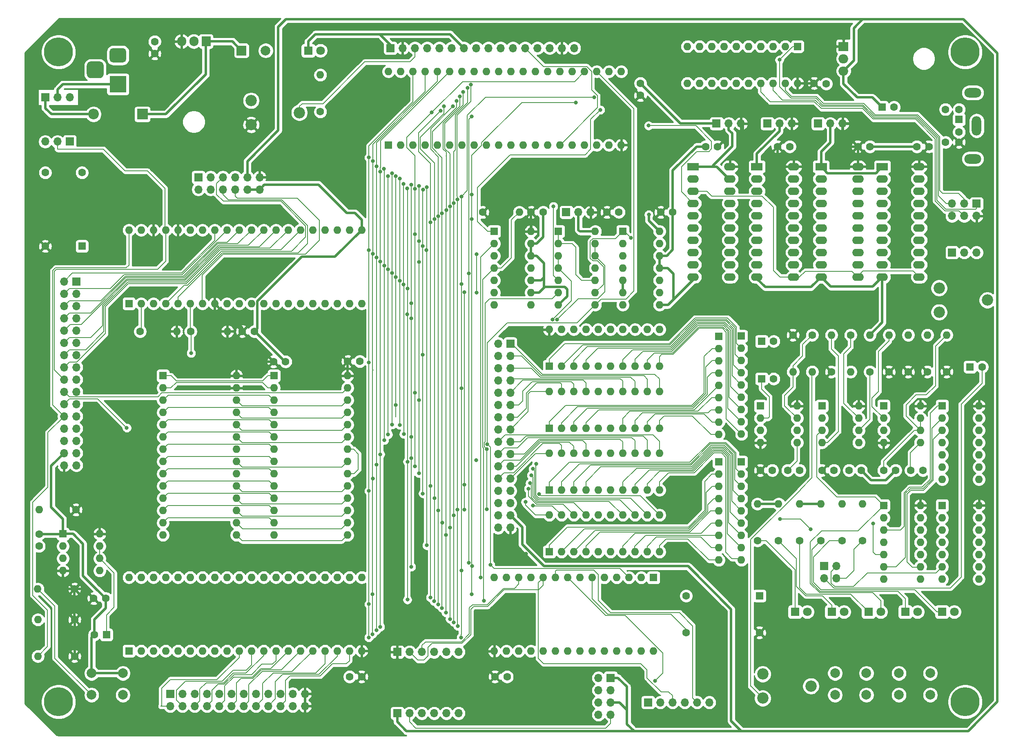
<source format=gtl>
G04 #@! TF.GenerationSoftware,KiCad,Pcbnew,(5.1.9)-1*
G04 #@! TF.CreationDate,2022-12-05T08:06:30+00:00*
G04 #@! TF.ProjectId,AT_65C02_Computer,41545f36-3543-4303-925f-436f6d707574,rev?*
G04 #@! TF.SameCoordinates,Original*
G04 #@! TF.FileFunction,Copper,L1,Top*
G04 #@! TF.FilePolarity,Positive*
%FSLAX46Y46*%
G04 Gerber Fmt 4.6, Leading zero omitted, Abs format (unit mm)*
G04 Created by KiCad (PCBNEW (5.1.9)-1) date 2022-12-05 08:06:30*
%MOMM*%
%LPD*%
G01*
G04 APERTURE LIST*
G04 #@! TA.AperFunction,ComponentPad*
%ADD10C,1.600000*%
G04 #@! TD*
G04 #@! TA.AperFunction,ComponentPad*
%ADD11C,2.000000*%
G04 #@! TD*
G04 #@! TA.AperFunction,ComponentPad*
%ADD12O,1.700000X1.700000*%
G04 #@! TD*
G04 #@! TA.AperFunction,ComponentPad*
%ADD13R,1.700000X1.700000*%
G04 #@! TD*
G04 #@! TA.AperFunction,ComponentPad*
%ADD14O,1.600000X1.600000*%
G04 #@! TD*
G04 #@! TA.AperFunction,ComponentPad*
%ADD15R,1.600000X1.600000*%
G04 #@! TD*
G04 #@! TA.AperFunction,ComponentPad*
%ADD16C,2.340000*%
G04 #@! TD*
G04 #@! TA.AperFunction,ComponentPad*
%ADD17R,2.000000X1.905000*%
G04 #@! TD*
G04 #@! TA.AperFunction,ComponentPad*
%ADD18O,2.000000X1.905000*%
G04 #@! TD*
G04 #@! TA.AperFunction,ComponentPad*
%ADD19C,1.800000*%
G04 #@! TD*
G04 #@! TA.AperFunction,ComponentPad*
%ADD20R,1.800000X1.800000*%
G04 #@! TD*
G04 #@! TA.AperFunction,ComponentPad*
%ADD21C,6.000000*%
G04 #@! TD*
G04 #@! TA.AperFunction,ComponentPad*
%ADD22O,2.000000X4.000000*%
G04 #@! TD*
G04 #@! TA.AperFunction,ComponentPad*
%ADD23O,3.500000X2.000000*%
G04 #@! TD*
G04 #@! TA.AperFunction,ComponentPad*
%ADD24O,2.400000X1.600000*%
G04 #@! TD*
G04 #@! TA.AperFunction,ComponentPad*
%ADD25R,2.400000X1.600000*%
G04 #@! TD*
G04 #@! TA.AperFunction,ComponentPad*
%ADD26O,1.905000X2.000000*%
G04 #@! TD*
G04 #@! TA.AperFunction,ComponentPad*
%ADD27R,1.905000X2.000000*%
G04 #@! TD*
G04 #@! TA.AperFunction,ComponentPad*
%ADD28R,2.200000X2.200000*%
G04 #@! TD*
G04 #@! TA.AperFunction,ComponentPad*
%ADD29O,2.200000X2.200000*%
G04 #@! TD*
G04 #@! TA.AperFunction,ComponentPad*
%ADD30R,3.500000X3.500000*%
G04 #@! TD*
G04 #@! TA.AperFunction,ComponentPad*
%ADD31R,2.000000X2.000000*%
G04 #@! TD*
G04 #@! TA.AperFunction,ViaPad*
%ADD32C,0.800000*%
G04 #@! TD*
G04 #@! TA.AperFunction,Conductor*
%ADD33C,0.508000*%
G04 #@! TD*
G04 #@! TA.AperFunction,Conductor*
%ADD34C,0.152400*%
G04 #@! TD*
G04 #@! TA.AperFunction,Conductor*
%ADD35C,0.254000*%
G04 #@! TD*
G04 #@! TA.AperFunction,Conductor*
%ADD36C,0.100000*%
G04 #@! TD*
G04 APERTURE END LIST*
D10*
X45320000Y-28265000D03*
X45320000Y-25765000D03*
D11*
X38740000Y-156625000D03*
X38740000Y-161125000D03*
X32240000Y-156625000D03*
X32240000Y-161125000D03*
X206119000Y-156625000D03*
X206119000Y-161125000D03*
X199619000Y-156625000D03*
X199619000Y-161125000D03*
X192879000Y-156625000D03*
X192879000Y-161125000D03*
X186379000Y-156625000D03*
X186379000Y-161125000D03*
D12*
X187930000Y-42760000D03*
X185390000Y-42760000D03*
D13*
X182850000Y-42760000D03*
D12*
X177410000Y-42760000D03*
X174870000Y-42760000D03*
D13*
X172330000Y-42760000D03*
D12*
X166890000Y-42760000D03*
X164350000Y-42760000D03*
D13*
X161810000Y-42760000D03*
D12*
X116520000Y-126460000D03*
X119060000Y-126460000D03*
X116520000Y-123920000D03*
X119060000Y-123920000D03*
X116520000Y-121380000D03*
X119060000Y-121380000D03*
X116520000Y-118840000D03*
X119060000Y-118840000D03*
X116520000Y-116300000D03*
X119060000Y-116300000D03*
X116520000Y-113760000D03*
X119060000Y-113760000D03*
X116520000Y-111220000D03*
X119060000Y-111220000D03*
X116520000Y-108680000D03*
X119060000Y-108680000D03*
X116520000Y-106140000D03*
X119060000Y-106140000D03*
X116520000Y-103600000D03*
X119060000Y-103600000D03*
X116520000Y-101060000D03*
X119060000Y-101060000D03*
X116520000Y-98520000D03*
X119060000Y-98520000D03*
X116520000Y-95980000D03*
X119060000Y-95980000D03*
X116520000Y-93440000D03*
X119060000Y-93440000D03*
X116520000Y-90900000D03*
X119060000Y-90900000D03*
X116520000Y-88360000D03*
D13*
X119060000Y-88360000D03*
D14*
X127120000Y-98226666D03*
X149980000Y-105846666D03*
X129660000Y-98226666D03*
X147440000Y-105846666D03*
X132200000Y-98226666D03*
X144900000Y-105846666D03*
X134740000Y-98226666D03*
X142360000Y-105846666D03*
X137280000Y-98226666D03*
X139820000Y-105846666D03*
X139820000Y-98226666D03*
X137280000Y-105846666D03*
X142360000Y-98226666D03*
X134740000Y-105846666D03*
X144900000Y-98226666D03*
X132200000Y-105846666D03*
X147440000Y-98226666D03*
X129660000Y-105846666D03*
X149980000Y-98226666D03*
D15*
X127120000Y-105846666D03*
D14*
X127120000Y-85410000D03*
X149980000Y-93030000D03*
X129660000Y-85410000D03*
X147440000Y-93030000D03*
X132200000Y-85410000D03*
X144900000Y-93030000D03*
X134740000Y-85410000D03*
X142360000Y-93030000D03*
X137280000Y-85410000D03*
X139820000Y-93030000D03*
X139820000Y-85410000D03*
X137280000Y-93030000D03*
X142360000Y-85410000D03*
X134740000Y-93030000D03*
X144900000Y-85410000D03*
X132200000Y-93030000D03*
X147440000Y-85410000D03*
X129660000Y-93030000D03*
X149980000Y-85410000D03*
D15*
X127120000Y-93030000D03*
D14*
X127120000Y-111043332D03*
X149980000Y-118663332D03*
X129660000Y-111043332D03*
X147440000Y-118663332D03*
X132200000Y-111043332D03*
X144900000Y-118663332D03*
X134740000Y-111043332D03*
X142360000Y-118663332D03*
X137280000Y-111043332D03*
X139820000Y-118663332D03*
X139820000Y-111043332D03*
X137280000Y-118663332D03*
X142360000Y-111043332D03*
X134740000Y-118663332D03*
X144900000Y-111043332D03*
X132200000Y-118663332D03*
X147440000Y-111043332D03*
X129660000Y-118663332D03*
X149980000Y-111043332D03*
D15*
X127120000Y-118663332D03*
D14*
X127120000Y-123860000D03*
X149980000Y-131480000D03*
X129660000Y-123860000D03*
X147440000Y-131480000D03*
X132200000Y-123860000D03*
X144900000Y-131480000D03*
X134740000Y-123860000D03*
X142360000Y-131480000D03*
X137280000Y-123860000D03*
X139820000Y-131480000D03*
X139820000Y-123860000D03*
X137280000Y-131480000D03*
X142360000Y-123860000D03*
X134740000Y-131480000D03*
X144900000Y-123860000D03*
X132200000Y-131480000D03*
X147440000Y-123860000D03*
X129660000Y-131480000D03*
X149980000Y-123860000D03*
D15*
X127120000Y-131480000D03*
D16*
X207960000Y-76830000D03*
X217960000Y-79330000D03*
X207960000Y-81830000D03*
D12*
X108330000Y-152210000D03*
X105790000Y-152210000D03*
X103250000Y-152210000D03*
X100710000Y-152210000D03*
X98170000Y-152210000D03*
D13*
X95630000Y-152210000D03*
X95630000Y-164910000D03*
D12*
X98170000Y-164910000D03*
X100710000Y-164910000D03*
X103250000Y-164910000D03*
X105790000Y-164910000D03*
X108330000Y-164910000D03*
X137320000Y-165220000D03*
X139860000Y-165220000D03*
X137320000Y-162680000D03*
X139860000Y-162680000D03*
X137320000Y-160140000D03*
X139860000Y-160140000D03*
X137320000Y-157600000D03*
D13*
X139860000Y-157600000D03*
D17*
X188140000Y-26770000D03*
D18*
X188140000Y-29310000D03*
X188140000Y-31850000D03*
D15*
X39980000Y-152010000D03*
D14*
X88240000Y-136770000D03*
X42520000Y-152010000D03*
X85700000Y-136770000D03*
X45060000Y-152010000D03*
X83160000Y-136770000D03*
X47600000Y-152010000D03*
X80620000Y-136770000D03*
X50140000Y-152010000D03*
X78080000Y-136770000D03*
X52680000Y-152010000D03*
X75540000Y-136770000D03*
X55220000Y-152010000D03*
X73000000Y-136770000D03*
X57760000Y-152010000D03*
X70460000Y-136770000D03*
X60300000Y-152010000D03*
X67920000Y-136770000D03*
X62840000Y-152010000D03*
X65380000Y-136770000D03*
X65380000Y-152010000D03*
X62840000Y-136770000D03*
X67920000Y-152010000D03*
X60300000Y-136770000D03*
X70460000Y-152010000D03*
X57760000Y-136770000D03*
X73000000Y-152010000D03*
X55220000Y-136770000D03*
X75540000Y-152010000D03*
X52680000Y-136770000D03*
X78080000Y-152010000D03*
X50140000Y-136770000D03*
X80620000Y-152010000D03*
X47600000Y-136770000D03*
X83160000Y-152010000D03*
X45060000Y-136770000D03*
X85700000Y-152010000D03*
X42520000Y-136770000D03*
X88240000Y-152010000D03*
X39980000Y-136770000D03*
D15*
X148740000Y-136810000D03*
D14*
X115720000Y-152050000D03*
X146200000Y-136810000D03*
X118260000Y-152050000D03*
X143660000Y-136810000D03*
X120800000Y-152050000D03*
X141120000Y-136810000D03*
X123340000Y-152050000D03*
X138580000Y-136810000D03*
X125880000Y-152050000D03*
X136040000Y-136810000D03*
X128420000Y-152050000D03*
X133500000Y-136810000D03*
X130960000Y-152050000D03*
X130960000Y-136810000D03*
X133500000Y-152050000D03*
X128420000Y-136810000D03*
X136040000Y-152050000D03*
X125880000Y-136810000D03*
X138580000Y-152050000D03*
X123340000Y-136810000D03*
X141120000Y-152050000D03*
X120800000Y-136810000D03*
X143660000Y-152050000D03*
X118260000Y-136810000D03*
X146200000Y-152050000D03*
X115720000Y-136810000D03*
X148740000Y-152050000D03*
D12*
X67070000Y-56410000D03*
X67070000Y-53870000D03*
X64530000Y-56410000D03*
X64530000Y-53870000D03*
X61990000Y-56410000D03*
X61990000Y-53870000D03*
X59450000Y-56410000D03*
X59450000Y-53870000D03*
X56910000Y-56410000D03*
X56910000Y-53870000D03*
X54370000Y-56410000D03*
D13*
X54370000Y-53870000D03*
D14*
X39980000Y-64810000D03*
X88240000Y-80050000D03*
X42520000Y-64810000D03*
X85700000Y-80050000D03*
X45060000Y-64810000D03*
X83160000Y-80050000D03*
X47600000Y-64810000D03*
X80620000Y-80050000D03*
X50140000Y-64810000D03*
X78080000Y-80050000D03*
X52680000Y-64810000D03*
X75540000Y-80050000D03*
X55220000Y-64810000D03*
X73000000Y-80050000D03*
X57760000Y-64810000D03*
X70460000Y-80050000D03*
X60300000Y-64810000D03*
X67920000Y-80050000D03*
X62840000Y-64810000D03*
X65380000Y-80050000D03*
X65380000Y-64810000D03*
X62840000Y-80050000D03*
X67920000Y-64810000D03*
X60300000Y-80050000D03*
X70460000Y-64810000D03*
X57760000Y-80050000D03*
X73000000Y-64810000D03*
X55220000Y-80050000D03*
X75540000Y-64810000D03*
X52680000Y-80050000D03*
X78080000Y-64810000D03*
X50140000Y-80050000D03*
X80620000Y-64810000D03*
X47600000Y-80050000D03*
X83160000Y-64810000D03*
X45060000Y-80050000D03*
X85700000Y-64810000D03*
X42520000Y-80050000D03*
X88240000Y-64810000D03*
D15*
X39980000Y-80050000D03*
X93800000Y-47210000D03*
D14*
X142060000Y-31970000D03*
X96340000Y-47210000D03*
X139520000Y-31970000D03*
X98880000Y-47210000D03*
X136980000Y-31970000D03*
X101420000Y-47210000D03*
X134440000Y-31970000D03*
X103960000Y-47210000D03*
X131900000Y-31970000D03*
X106500000Y-47210000D03*
X129360000Y-31970000D03*
X109040000Y-47210000D03*
X126820000Y-31970000D03*
X111580000Y-47210000D03*
X124280000Y-31970000D03*
X114120000Y-47210000D03*
X121740000Y-31970000D03*
X116660000Y-47210000D03*
X119200000Y-31970000D03*
X119200000Y-47210000D03*
X116660000Y-31970000D03*
X121740000Y-47210000D03*
X114120000Y-31970000D03*
X124280000Y-47210000D03*
X111580000Y-31970000D03*
X126820000Y-47210000D03*
X109040000Y-31970000D03*
X129360000Y-47210000D03*
X106500000Y-31970000D03*
X131900000Y-47210000D03*
X103960000Y-31970000D03*
X134440000Y-47210000D03*
X101420000Y-31970000D03*
X136980000Y-47210000D03*
X98880000Y-31970000D03*
X139520000Y-47210000D03*
X96340000Y-31970000D03*
X142060000Y-47210000D03*
X93800000Y-31970000D03*
D19*
X79690000Y-27630000D03*
D20*
X77150000Y-27630000D03*
D10*
X118380000Y-157340000D03*
X115880000Y-157340000D03*
D12*
X160310000Y-162680000D03*
X157770000Y-162680000D03*
X155230000Y-162680000D03*
X152690000Y-162680000D03*
X150150000Y-162680000D03*
D13*
X147610000Y-162680000D03*
D16*
X65320000Y-37990000D03*
X75320000Y-40490000D03*
X65320000Y-42990000D03*
D15*
X178590000Y-26770000D03*
D14*
X155730000Y-34390000D03*
X176050000Y-26770000D03*
X158270000Y-34390000D03*
X173510000Y-26770000D03*
X160810000Y-34390000D03*
X170970000Y-26770000D03*
X163350000Y-34390000D03*
X168430000Y-26770000D03*
X165890000Y-34390000D03*
X165890000Y-26770000D03*
X168430000Y-34390000D03*
X163350000Y-26770000D03*
X170970000Y-34390000D03*
X160810000Y-26770000D03*
X173510000Y-34390000D03*
X158270000Y-26770000D03*
X176050000Y-34390000D03*
X155730000Y-26770000D03*
X178590000Y-34390000D03*
D10*
X141560000Y-61110000D03*
X139060000Y-61110000D03*
D21*
X25400000Y-162560000D03*
X25400000Y-27940000D03*
X213360000Y-27940000D03*
X213360000Y-162560000D03*
D12*
X132300000Y-27110000D03*
X129760000Y-27110000D03*
X127220000Y-27110000D03*
X124680000Y-27110000D03*
X122140000Y-27110000D03*
X119600000Y-27110000D03*
X117060000Y-27110000D03*
X114520000Y-27110000D03*
X111980000Y-27110000D03*
X109440000Y-27110000D03*
X106900000Y-27110000D03*
X104360000Y-27110000D03*
X101820000Y-27110000D03*
X99280000Y-27110000D03*
X96740000Y-27110000D03*
D13*
X94200000Y-27110000D03*
D10*
X66000000Y-85810000D03*
X63500000Y-85810000D03*
X35170000Y-141120000D03*
X32670000Y-141120000D03*
X69970000Y-92060000D03*
X72470000Y-92060000D03*
X21350000Y-130310000D03*
X21350000Y-127810000D03*
X85350000Y-92020000D03*
X87850000Y-92020000D03*
X182030000Y-34390000D03*
X184530000Y-34520000D03*
D15*
X35330000Y-148660000D03*
D10*
X32830000Y-148660000D03*
X125860000Y-61110000D03*
X123360000Y-61110000D03*
X88240000Y-157340000D03*
X85740000Y-157340000D03*
X146010000Y-36910000D03*
X146010000Y-34410000D03*
X152730000Y-61110000D03*
X150230000Y-61110000D03*
D13*
X29080000Y-75460000D03*
D12*
X26540000Y-75460000D03*
X29080000Y-78000000D03*
X26540000Y-78000000D03*
X29080000Y-80540000D03*
X26540000Y-80540000D03*
X29080000Y-83080000D03*
X26540000Y-83080000D03*
X29080000Y-85620000D03*
X26540000Y-85620000D03*
X29080000Y-88160000D03*
X26540000Y-88160000D03*
X29080000Y-90700000D03*
X26540000Y-90700000D03*
X29080000Y-93240000D03*
X26540000Y-93240000D03*
X29080000Y-95780000D03*
X26540000Y-95780000D03*
X29080000Y-98320000D03*
X26540000Y-98320000D03*
X29080000Y-100860000D03*
X26540000Y-100860000D03*
X29080000Y-103400000D03*
X26540000Y-103400000D03*
X29080000Y-105940000D03*
X26540000Y-105940000D03*
X29080000Y-108480000D03*
X26540000Y-108480000D03*
X29080000Y-111020000D03*
X26540000Y-111020000D03*
X29080000Y-113560000D03*
X26540000Y-113560000D03*
D22*
X215740000Y-43210000D03*
D10*
X209290000Y-46610000D03*
X209290000Y-39810000D03*
X212090000Y-46610000D03*
X212090000Y-39810000D03*
X212090000Y-44510000D03*
D15*
X212090000Y-41910000D03*
D23*
X214940000Y-36360000D03*
X214940000Y-50060000D03*
D14*
X49910000Y-85820000D03*
D10*
X42290000Y-85820000D03*
X52780000Y-85820000D03*
D14*
X60400000Y-85820000D03*
D10*
X28710000Y-139180000D03*
D14*
X21090000Y-139180000D03*
D10*
X28970000Y-122750000D03*
D14*
X21350000Y-122750000D03*
X21100000Y-145530000D03*
D10*
X28720000Y-145530000D03*
D14*
X21100000Y-153110000D03*
D10*
X28720000Y-153110000D03*
D14*
X62280000Y-94990000D03*
X47040000Y-128010000D03*
X62280000Y-97530000D03*
X47040000Y-125470000D03*
X62280000Y-100070000D03*
X47040000Y-122930000D03*
X62280000Y-102610000D03*
X47040000Y-120390000D03*
X62280000Y-105150000D03*
X47040000Y-117850000D03*
X62280000Y-107690000D03*
X47040000Y-115310000D03*
X62280000Y-110230000D03*
X47040000Y-112770000D03*
X62280000Y-112770000D03*
X47040000Y-110230000D03*
X62280000Y-115310000D03*
X47040000Y-107690000D03*
X62280000Y-117850000D03*
X47040000Y-105150000D03*
X62280000Y-120390000D03*
X47040000Y-102610000D03*
X62280000Y-122930000D03*
X47040000Y-100070000D03*
X62280000Y-125470000D03*
X47040000Y-97530000D03*
X62280000Y-128010000D03*
D15*
X47040000Y-94990000D03*
X70060000Y-94990000D03*
D14*
X85300000Y-128010000D03*
X70060000Y-97530000D03*
X85300000Y-125470000D03*
X70060000Y-100070000D03*
X85300000Y-122930000D03*
X70060000Y-102610000D03*
X85300000Y-120390000D03*
X70060000Y-105150000D03*
X85300000Y-117850000D03*
X70060000Y-107690000D03*
X85300000Y-115310000D03*
X70060000Y-110230000D03*
X85300000Y-112770000D03*
X70060000Y-112770000D03*
X85300000Y-110230000D03*
X70060000Y-115310000D03*
X85300000Y-107690000D03*
X70060000Y-117850000D03*
X85300000Y-105150000D03*
X70060000Y-120390000D03*
X85300000Y-102610000D03*
X70060000Y-122930000D03*
X85300000Y-100070000D03*
X70060000Y-125470000D03*
X85300000Y-97530000D03*
X70060000Y-128010000D03*
X85300000Y-94990000D03*
X136660000Y-65080000D03*
X129040000Y-80320000D03*
X136660000Y-67620000D03*
X129040000Y-77780000D03*
X136660000Y-70160000D03*
X129040000Y-75240000D03*
X136660000Y-72700000D03*
X129040000Y-72700000D03*
X136660000Y-75240000D03*
X129040000Y-70160000D03*
X136660000Y-77780000D03*
X129040000Y-67620000D03*
X136660000Y-80320000D03*
D15*
X129040000Y-65080000D03*
D14*
X149980000Y-65080000D03*
X142360000Y-80320000D03*
X149980000Y-67620000D03*
X142360000Y-77780000D03*
X149980000Y-70160000D03*
X142360000Y-75240000D03*
X149980000Y-72700000D03*
X142360000Y-72700000D03*
X149980000Y-75240000D03*
X142360000Y-70160000D03*
X149980000Y-77780000D03*
X142360000Y-67620000D03*
X149980000Y-80320000D03*
D15*
X142360000Y-65080000D03*
X26300000Y-127770000D03*
D14*
X33920000Y-135390000D03*
X26300000Y-130310000D03*
X33920000Y-132850000D03*
X26300000Y-132850000D03*
X33920000Y-130310000D03*
X26300000Y-135390000D03*
X33920000Y-127770000D03*
D15*
X115720000Y-65080000D03*
D14*
X123340000Y-80320000D03*
X115720000Y-67620000D03*
X123340000Y-77780000D03*
X115720000Y-70160000D03*
X123340000Y-75240000D03*
X115720000Y-72700000D03*
X123340000Y-72700000D03*
X115720000Y-75240000D03*
X123340000Y-70160000D03*
X115720000Y-77780000D03*
X123340000Y-67620000D03*
X115720000Y-80320000D03*
X123340000Y-65080000D03*
D15*
X30250000Y-68160000D03*
D10*
X22630000Y-68160000D03*
X22630000Y-52920000D03*
X30250000Y-52920000D03*
D15*
X170730000Y-140590000D03*
D10*
X170730000Y-148210000D03*
X155490000Y-148210000D03*
X155490000Y-140590000D03*
D13*
X27710000Y-46490000D03*
D12*
X25170000Y-46490000D03*
X22630000Y-46490000D03*
X210630000Y-61900000D03*
X210630000Y-59360000D03*
X213170000Y-61900000D03*
X213170000Y-59360000D03*
X215710000Y-61900000D03*
D13*
X215710000Y-59360000D03*
D14*
X204064000Y-101245000D03*
X196444000Y-108865000D03*
X204064000Y-103785000D03*
X196444000Y-106325000D03*
X204064000Y-106325000D03*
X196444000Y-103785000D03*
X204064000Y-108865000D03*
D15*
X196444000Y-101245000D03*
D19*
X211089000Y-143915000D03*
D20*
X208549000Y-143915000D03*
D19*
X203469000Y-143915000D03*
D20*
X200929000Y-143915000D03*
D19*
X188229000Y-143915000D03*
D20*
X185689000Y-143915000D03*
D19*
X195849000Y-143915000D03*
D20*
X193309000Y-143915000D03*
D19*
X180609000Y-143915000D03*
D20*
X178069000Y-143915000D03*
D16*
X171394000Y-161805000D03*
X181394000Y-159305000D03*
X171394000Y-156805000D03*
D14*
X187849000Y-121565000D03*
D10*
X187849000Y-129185000D03*
D15*
X171154000Y-95620000D03*
D10*
X173654000Y-95620000D03*
X173654000Y-87865000D03*
D15*
X171154000Y-87865000D03*
D10*
X177649000Y-86555000D03*
D14*
X177649000Y-94175000D03*
X181634000Y-94175000D03*
D10*
X181634000Y-86555000D03*
D14*
X170289000Y-121565000D03*
D10*
X170289000Y-129185000D03*
X197574000Y-94175000D03*
D14*
X197574000Y-86555000D03*
D10*
X209529000Y-94175000D03*
D14*
X209529000Y-86555000D03*
X183459000Y-121565000D03*
D10*
X183459000Y-129185000D03*
D14*
X205544000Y-86555000D03*
D10*
X205544000Y-94175000D03*
X189604000Y-86555000D03*
D14*
X189604000Y-94175000D03*
D10*
X185619000Y-94175000D03*
D14*
X185619000Y-86555000D03*
X174679000Y-121565000D03*
D10*
X174679000Y-129185000D03*
X201559000Y-94175000D03*
D14*
X201559000Y-86555000D03*
D10*
X193589000Y-94175000D03*
D14*
X193589000Y-86555000D03*
X179069000Y-121565000D03*
D10*
X179069000Y-129185000D03*
D15*
X208594000Y-121875000D03*
D14*
X216214000Y-137115000D03*
X208594000Y-124415000D03*
X216214000Y-134575000D03*
X208594000Y-126955000D03*
X216214000Y-132035000D03*
X208594000Y-129495000D03*
X216214000Y-129495000D03*
X208594000Y-132035000D03*
X216214000Y-126955000D03*
X208594000Y-134575000D03*
X216214000Y-124415000D03*
X208594000Y-137115000D03*
X216214000Y-121875000D03*
D15*
X170884000Y-101245000D03*
D14*
X178504000Y-108865000D03*
X170884000Y-103785000D03*
X178504000Y-106325000D03*
X170884000Y-106325000D03*
X178504000Y-103785000D03*
X170884000Y-108865000D03*
X178504000Y-101245000D03*
X204064000Y-121875000D03*
X196444000Y-137115000D03*
X204064000Y-124415000D03*
X196444000Y-134575000D03*
X204064000Y-126955000D03*
X196444000Y-132035000D03*
X204064000Y-129495000D03*
X196444000Y-129495000D03*
X204064000Y-132035000D03*
X196444000Y-126955000D03*
X204064000Y-134575000D03*
X196444000Y-124415000D03*
X204064000Y-137115000D03*
D15*
X196444000Y-121875000D03*
X208594000Y-101245000D03*
D14*
X216214000Y-116485000D03*
X208594000Y-103785000D03*
X216214000Y-113945000D03*
X208594000Y-106325000D03*
X216214000Y-111405000D03*
X208594000Y-108865000D03*
X216214000Y-108865000D03*
X208594000Y-111405000D03*
X216214000Y-106325000D03*
X208594000Y-113945000D03*
X216214000Y-103785000D03*
X208594000Y-116485000D03*
X216214000Y-101245000D03*
X191284000Y-101245000D03*
X183664000Y-108865000D03*
X191284000Y-103785000D03*
X183664000Y-106325000D03*
X191284000Y-106325000D03*
X183664000Y-103785000D03*
X191284000Y-108865000D03*
D15*
X183664000Y-101245000D03*
D10*
X183664000Y-114580000D03*
X186164000Y-114580000D03*
X173384000Y-114580000D03*
X170884000Y-114580000D03*
X192104000Y-129185000D03*
D14*
X192104000Y-121565000D03*
D15*
X214364000Y-93160000D03*
D10*
X216864000Y-93160000D03*
D14*
X166973000Y-107105000D03*
X166973000Y-104565000D03*
X166973000Y-102025000D03*
X166973000Y-99485000D03*
X166973000Y-96945000D03*
X166973000Y-94405000D03*
X166973000Y-91865000D03*
X166973000Y-89325000D03*
D15*
X166973000Y-86785000D03*
D24*
X164597000Y-51683000D03*
X156977000Y-74543000D03*
X164597000Y-54223000D03*
X156977000Y-72003000D03*
X164597000Y-56763000D03*
X156977000Y-69463000D03*
X164597000Y-59303000D03*
X156977000Y-66923000D03*
X164597000Y-61843000D03*
X156977000Y-64383000D03*
X164597000Y-64383000D03*
X156977000Y-61843000D03*
X164597000Y-66923000D03*
X156977000Y-59303000D03*
X164597000Y-69463000D03*
X156977000Y-56763000D03*
X164597000Y-72003000D03*
X156977000Y-54223000D03*
X164597000Y-74543000D03*
D25*
X156977000Y-51683000D03*
D24*
X177803000Y-51683000D03*
X170183000Y-74543000D03*
X177803000Y-54223000D03*
X170183000Y-72003000D03*
X177803000Y-56763000D03*
X170183000Y-69463000D03*
X177803000Y-59303000D03*
X170183000Y-66923000D03*
X177803000Y-61843000D03*
X170183000Y-64383000D03*
X177803000Y-64383000D03*
X170183000Y-61843000D03*
X177803000Y-66923000D03*
X170183000Y-59303000D03*
X177803000Y-69463000D03*
X170183000Y-56763000D03*
X177803000Y-72003000D03*
X170183000Y-54223000D03*
X177803000Y-74543000D03*
D25*
X170183000Y-51683000D03*
D24*
X191110000Y-51683000D03*
X183490000Y-74543000D03*
X191110000Y-54223000D03*
X183490000Y-72003000D03*
X191110000Y-56763000D03*
X183490000Y-69463000D03*
X191110000Y-59303000D03*
X183490000Y-66923000D03*
X191110000Y-61843000D03*
X183490000Y-64383000D03*
X191110000Y-64383000D03*
X183490000Y-61843000D03*
X191110000Y-66923000D03*
X183490000Y-59303000D03*
X191110000Y-69463000D03*
X183490000Y-56763000D03*
X191110000Y-72003000D03*
X183490000Y-54223000D03*
X191110000Y-74543000D03*
D25*
X183490000Y-51683000D03*
X196183000Y-51683000D03*
D24*
X203803000Y-74543000D03*
X196183000Y-54223000D03*
X203803000Y-72003000D03*
X196183000Y-56763000D03*
X203803000Y-69463000D03*
X196183000Y-59303000D03*
X203803000Y-66923000D03*
X196183000Y-61843000D03*
X203803000Y-64383000D03*
X196183000Y-64383000D03*
X203803000Y-61843000D03*
X196183000Y-66923000D03*
X203803000Y-59303000D03*
X196183000Y-69463000D03*
X203803000Y-56763000D03*
X196183000Y-72003000D03*
X203803000Y-54223000D03*
X196183000Y-74543000D03*
X203803000Y-51683000D03*
D14*
X162273000Y-107125000D03*
X162273000Y-104585000D03*
X162273000Y-102045000D03*
X162273000Y-99505000D03*
X162273000Y-96965000D03*
X162273000Y-94425000D03*
X162273000Y-91885000D03*
X162273000Y-89345000D03*
D15*
X162273000Y-86805000D03*
X166973000Y-112865000D03*
D14*
X166973000Y-115405000D03*
X166973000Y-117945000D03*
X166973000Y-120485000D03*
X166973000Y-123025000D03*
X166973000Y-125565000D03*
X166973000Y-128105000D03*
X166973000Y-130645000D03*
X166973000Y-133185000D03*
D15*
X162273000Y-112865000D03*
D14*
X162273000Y-115405000D03*
X162273000Y-117945000D03*
X162273000Y-120485000D03*
X162273000Y-123025000D03*
X162273000Y-125565000D03*
X162273000Y-128105000D03*
X162273000Y-130645000D03*
X162273000Y-133185000D03*
D12*
X27735000Y-37310000D03*
X25195000Y-37310000D03*
D13*
X22630000Y-37310000D03*
D26*
X50900000Y-25725000D03*
X53440000Y-25725000D03*
D27*
X55980000Y-25725000D03*
D28*
X42780000Y-40820000D03*
D29*
X32620000Y-40820000D03*
D30*
X37700000Y-34615000D03*
G04 #@! TA.AperFunction,ComponentPad*
G36*
G01*
X36700000Y-27115000D02*
X38700000Y-27115000D01*
G75*
G02*
X39450000Y-27865000I0J-750000D01*
G01*
X39450000Y-29365000D01*
G75*
G02*
X38700000Y-30115000I-750000J0D01*
G01*
X36700000Y-30115000D01*
G75*
G02*
X35950000Y-29365000I0J750000D01*
G01*
X35950000Y-27865000D01*
G75*
G02*
X36700000Y-27115000I750000J0D01*
G01*
G37*
G04 #@! TD.AperFunction*
G04 #@! TA.AperFunction,ComponentPad*
G36*
G01*
X32125000Y-29865000D02*
X33875000Y-29865000D01*
G75*
G02*
X34750000Y-30740000I0J-875000D01*
G01*
X34750000Y-32490000D01*
G75*
G02*
X33875000Y-33365000I-875000J0D01*
G01*
X32125000Y-33365000D01*
G75*
G02*
X31250000Y-32490000I0J875000D01*
G01*
X31250000Y-30740000D01*
G75*
G02*
X32125000Y-29865000I875000J0D01*
G01*
G37*
G04 #@! TD.AperFunction*
D14*
X79670000Y-32680000D03*
D10*
X79670000Y-40300000D03*
D13*
X48540000Y-160900000D03*
D12*
X48540000Y-163440000D03*
X51080000Y-160900000D03*
X51080000Y-163440000D03*
X53620000Y-160900000D03*
X53620000Y-163440000D03*
X56160000Y-160900000D03*
X56160000Y-163440000D03*
X58700000Y-160900000D03*
X58700000Y-163440000D03*
X61240000Y-160900000D03*
X61240000Y-163440000D03*
X63780000Y-160900000D03*
X63780000Y-163440000D03*
X66320000Y-160900000D03*
X66320000Y-163440000D03*
X68860000Y-160900000D03*
X68860000Y-163440000D03*
X71400000Y-160900000D03*
X71400000Y-163440000D03*
X73940000Y-160900000D03*
X73940000Y-163440000D03*
X76480000Y-160900000D03*
X76480000Y-163440000D03*
D15*
X196110000Y-39350000D03*
D10*
X198610000Y-39350000D03*
X113300000Y-61110000D03*
D14*
X120920000Y-61110000D03*
D13*
X184150000Y-134450000D03*
D12*
X184150000Y-136990000D03*
X186690000Y-134450000D03*
X186690000Y-136990000D03*
D13*
X130650000Y-61110000D03*
D12*
X133190000Y-61110000D03*
X135730000Y-61110000D03*
D31*
X63330000Y-27630000D03*
D11*
X68330000Y-27630000D03*
D10*
X176544000Y-114580000D03*
X179044000Y-114580000D03*
X204604000Y-114580000D03*
X202104000Y-114580000D03*
X196444000Y-114580000D03*
X198944000Y-114580000D03*
X191784000Y-114580000D03*
X189284000Y-114580000D03*
X159557000Y-47520000D03*
X162057000Y-47520000D03*
X174470000Y-47520000D03*
X176970000Y-47520000D03*
X193610000Y-47520000D03*
X191110000Y-47520000D03*
X205843000Y-47520000D03*
X203343000Y-47520000D03*
D13*
X210630000Y-69475000D03*
D12*
X213170000Y-69475000D03*
X215710000Y-69475000D03*
D32*
X167240000Y-46830000D03*
X122272164Y-131842601D03*
X124440000Y-129425000D03*
X132640000Y-38370000D03*
X111090000Y-140250000D03*
X111090000Y-62550000D03*
X111088823Y-57494830D03*
X111107729Y-134437774D03*
X127990000Y-59900000D03*
X89720000Y-68940000D03*
X89720000Y-118870000D03*
X89710000Y-149220000D03*
X89720000Y-49790000D03*
X89720000Y-142330000D03*
X89720000Y-92220002D03*
X90530000Y-69740000D03*
X90531399Y-116338601D03*
X90520000Y-148520000D03*
X90530000Y-50549998D03*
X90500000Y-140240000D03*
X91320000Y-70510000D03*
X91300000Y-113400000D03*
X91310000Y-147700000D03*
X91320000Y-51640002D03*
X92120000Y-71330000D03*
X92120000Y-111270000D03*
X92110000Y-147030000D03*
X92080000Y-52700000D03*
X92920000Y-72150000D03*
X92886007Y-52103043D03*
X92920000Y-108359998D03*
X93720000Y-72920000D03*
X93730000Y-53650000D03*
X93720000Y-107170000D03*
X94530000Y-73740000D03*
X94530000Y-53060000D03*
X94560000Y-105140000D03*
X95320000Y-74560000D03*
X95310000Y-53690000D03*
X95345882Y-101052045D03*
X96120000Y-75350000D03*
X96140000Y-54190000D03*
X96120000Y-105230002D03*
X96920000Y-76120000D03*
X96920000Y-55240000D03*
X96962341Y-107084392D03*
X97720000Y-76930000D03*
X97720000Y-112800000D03*
X97700000Y-56170000D03*
X97720000Y-141390000D03*
X97676311Y-82271390D03*
X98520000Y-107690000D03*
X98510000Y-55460000D03*
X98520000Y-79949998D03*
X98520000Y-112040000D03*
X98540000Y-134588610D03*
X98520000Y-83110004D03*
X99320000Y-98560000D03*
X99310000Y-56250000D03*
X102770000Y-40460000D03*
X99320000Y-65680000D03*
X99310000Y-113760000D03*
X100120000Y-100070000D03*
X100140000Y-55700000D03*
X100120000Y-71400000D03*
X100120000Y-67090000D03*
X100108601Y-115221399D03*
X100940000Y-56461120D03*
X100920000Y-90660000D03*
X100920000Y-68120000D03*
X100930000Y-119410000D03*
X101750000Y-55910000D03*
X101720000Y-130130000D03*
X101656588Y-68953412D03*
X108140000Y-146860000D03*
X108120000Y-58500000D03*
X110910000Y-34688610D03*
X108120000Y-122730000D03*
X107331399Y-123958601D03*
X110170000Y-35370000D03*
X107340000Y-146070000D03*
X107358712Y-59261344D03*
X106530000Y-126500000D03*
X106540000Y-145400000D03*
X106530000Y-59900000D03*
X109270000Y-36200000D03*
X105720000Y-128010000D03*
X105680000Y-144060000D03*
X108600000Y-37140000D03*
X105761148Y-60711390D03*
X104920000Y-125470000D03*
X104880000Y-143110000D03*
X104910000Y-61340000D03*
X107949999Y-38109999D03*
X104130000Y-122930000D03*
X104090000Y-142410000D03*
X104120000Y-61930000D03*
X107200000Y-39190000D03*
X103330000Y-120390000D03*
X103260000Y-141710000D03*
X103320000Y-62570000D03*
X105258610Y-39153084D03*
X102530000Y-117850000D03*
X102500000Y-140920000D03*
X102520000Y-63250000D03*
X104630000Y-40105497D03*
X108920000Y-97560000D03*
X136478610Y-37270000D03*
X108920000Y-75988610D03*
X108920000Y-57853440D03*
X108844972Y-149234972D03*
X108920000Y-135353421D03*
X39540000Y-105800000D03*
X114930000Y-134178610D03*
X114286390Y-109169495D03*
X111060000Y-41280000D03*
X110460000Y-73830002D03*
X147717390Y-43182610D03*
X174858800Y-29548800D03*
X110430006Y-133768610D03*
X109548610Y-77680000D03*
X109548610Y-117548610D03*
X109560000Y-122750000D03*
X144061390Y-66450000D03*
X127837589Y-83399523D03*
X111965000Y-112525000D03*
X112050000Y-77770000D03*
X112070000Y-69850000D03*
X114182082Y-110180987D03*
X114182082Y-122637918D03*
X113580000Y-141620000D03*
X112900000Y-136770000D03*
X137701390Y-39920000D03*
X149040000Y-158250000D03*
X128790000Y-83390000D03*
X174950000Y-124720000D03*
X181320000Y-126800000D03*
X194255000Y-125645000D03*
X52870000Y-90330000D03*
X147765000Y-61625000D03*
X122190000Y-121150000D03*
X123765000Y-121921390D03*
X122814746Y-118423479D03*
X123119557Y-117243904D03*
X123424368Y-115600980D03*
X123729179Y-114299263D03*
X124457780Y-113291405D03*
X124986390Y-119481055D03*
D33*
X62280000Y-94990000D02*
X62280000Y-92720000D01*
X62940000Y-92060000D02*
X69970000Y-92060000D01*
X62280000Y-92720000D02*
X62940000Y-92060000D01*
X85300000Y-92070000D02*
X85350000Y-92020000D01*
X85300000Y-94990000D02*
X85300000Y-92070000D01*
X191110000Y-47520000D02*
X191110000Y-51683000D01*
X177803000Y-51683000D02*
X175633000Y-51683000D01*
X174470000Y-50520000D02*
X174470000Y-47520000D01*
X175633000Y-51683000D02*
X174470000Y-50520000D01*
X177410000Y-44210000D02*
X177410000Y-42760000D01*
X177410000Y-44580000D02*
X177410000Y-44210000D01*
X174470000Y-47520000D02*
X177410000Y-44580000D01*
X191110000Y-47520000D02*
X189810000Y-47520000D01*
X187930000Y-45640000D02*
X187930000Y-42760000D01*
X189810000Y-47520000D02*
X187930000Y-45640000D01*
X182030000Y-34390000D02*
X178590000Y-34390000D01*
X123360000Y-65060000D02*
X123340000Y-65080000D01*
X123360000Y-61520000D02*
X123360000Y-65060000D01*
X26300000Y-135390000D02*
X26300000Y-138350000D01*
X27130000Y-139180000D02*
X28710000Y-139180000D01*
X26300000Y-138350000D02*
X27130000Y-139180000D01*
X30730000Y-139180000D02*
X32670000Y-141120000D01*
X28710000Y-139180000D02*
X30730000Y-139180000D01*
X28710000Y-145530000D02*
X28710000Y-139180000D01*
X28720000Y-145530000D02*
X28720000Y-153110000D01*
X115720000Y-157180000D02*
X115880000Y-157340000D01*
X57760000Y-80050000D02*
X60630000Y-82920000D01*
X61400000Y-82920000D02*
X63500000Y-85020000D01*
X60630000Y-82920000D02*
X61400000Y-82920000D01*
X63500000Y-85020000D02*
X63500000Y-85810000D01*
X203803000Y-51273000D02*
X203803000Y-51683000D01*
X198450000Y-42760000D02*
X200650000Y-44960000D01*
X187930000Y-42760000D02*
X198450000Y-42760000D01*
X167240000Y-43110000D02*
X166890000Y-42760000D01*
X167240000Y-46830000D02*
X167240000Y-43110000D01*
X45360000Y-25725000D02*
X45320000Y-25765000D01*
X26260000Y-127810000D02*
X26300000Y-127770000D01*
X21350000Y-127810000D02*
X26260000Y-127810000D01*
X33030000Y-138980000D02*
X35170000Y-141120000D01*
X30490000Y-129850000D02*
X30490000Y-136440000D01*
X28410000Y-127770000D02*
X30490000Y-129850000D01*
X30490000Y-136440000D02*
X33030000Y-138980000D01*
X26300000Y-127770000D02*
X28410000Y-127770000D01*
X32830000Y-148660000D02*
X32830000Y-145510000D01*
X35170000Y-143170000D02*
X35170000Y-141120000D01*
X32830000Y-145510000D02*
X35170000Y-143170000D01*
X26300000Y-127770000D02*
X26300000Y-124670000D01*
X26300000Y-124670000D02*
X23860000Y-122230000D01*
X23860000Y-113700000D02*
X26540000Y-111020000D01*
X23860000Y-122230000D02*
X23860000Y-113700000D01*
X32240000Y-149250000D02*
X32830000Y-148660000D01*
X32240000Y-156625000D02*
X32240000Y-149250000D01*
X32240000Y-156625000D02*
X38740000Y-156625000D01*
X196183000Y-83961000D02*
X193589000Y-86555000D01*
X196183000Y-74543000D02*
X196183000Y-83961000D01*
X152730000Y-61110000D02*
X152730000Y-68930000D01*
X151500000Y-70160000D02*
X149980000Y-70160000D01*
X152730000Y-68930000D02*
X151500000Y-70160000D01*
X191784000Y-114580000D02*
X193860000Y-116656000D01*
X196868000Y-116656000D02*
X198944000Y-114580000D01*
X193860000Y-116656000D02*
X196868000Y-116656000D01*
X118260000Y-157220000D02*
X118380000Y-157340000D01*
X123340000Y-67620000D02*
X124540000Y-67620000D01*
X125860000Y-66300000D02*
X125860000Y-61110000D01*
X124540000Y-67620000D02*
X125860000Y-66300000D01*
X123340000Y-67620000D02*
X123340000Y-70160000D01*
X123340000Y-70160000D02*
X124510000Y-70160000D01*
X124510000Y-70160000D02*
X126040000Y-71690000D01*
X126040000Y-71690000D02*
X126040000Y-74620000D01*
X125420000Y-75240000D02*
X123340000Y-75240000D01*
X126040000Y-74620000D02*
X125420000Y-75240000D01*
X123340000Y-77780000D02*
X125040000Y-77780000D01*
X126040000Y-76780000D02*
X126040000Y-74620000D01*
X125040000Y-77780000D02*
X126040000Y-76780000D01*
X149980000Y-70160000D02*
X149980000Y-72700000D01*
X129040000Y-80320000D02*
X130860000Y-78500000D01*
X130860000Y-78500000D02*
X130860000Y-77110000D01*
X126246401Y-76573599D02*
X126040000Y-76780000D01*
X130323599Y-76573599D02*
X126246401Y-76573599D01*
X130860000Y-77110000D02*
X130323599Y-76573599D01*
X152860000Y-79250000D02*
X151790000Y-80320000D01*
X152860000Y-73890000D02*
X152860000Y-79250000D01*
X151790000Y-80320000D02*
X149980000Y-80320000D01*
X151670000Y-72700000D02*
X152860000Y-73890000D01*
X149980000Y-72700000D02*
X151670000Y-72700000D01*
X142360000Y-75240000D02*
X142360000Y-77780000D01*
X154300000Y-42700000D02*
X161750000Y-42700000D01*
X161750000Y-42700000D02*
X161810000Y-42760000D01*
X146010000Y-34410000D02*
X154300000Y-42700000D01*
X194196000Y-76530000D02*
X196183000Y-74543000D01*
X186710000Y-76530000D02*
X194196000Y-76530000D01*
X185477000Y-76530000D02*
X186710000Y-76530000D01*
X183490000Y-74543000D02*
X185477000Y-76530000D01*
X181521500Y-76511500D02*
X183490000Y-74543000D01*
X171910000Y-76630000D02*
X181403000Y-76630000D01*
X181403000Y-76630000D02*
X181521500Y-76511500D01*
X170183000Y-74903000D02*
X171910000Y-76630000D01*
X170183000Y-74543000D02*
X170183000Y-74903000D01*
X72320000Y-92060000D02*
X72470000Y-92060000D01*
X66070000Y-85810000D02*
X72320000Y-92060000D01*
X66000000Y-85810000D02*
X66070000Y-85810000D01*
X88240000Y-62670000D02*
X88240000Y-64810000D01*
X86880000Y-61310000D02*
X88240000Y-62670000D01*
X79280000Y-55410000D02*
X85180000Y-61310000D01*
X85180000Y-61310000D02*
X86880000Y-61310000D01*
X68070000Y-55410000D02*
X79280000Y-55410000D01*
X67070000Y-56410000D02*
X68070000Y-55410000D01*
X174679000Y-121565000D02*
X170289000Y-121565000D01*
X179069000Y-121565000D02*
X183459000Y-121565000D01*
X156977000Y-75133000D02*
X152860000Y-79250000D01*
X156977000Y-74543000D02*
X156977000Y-75133000D01*
X66586401Y-85223599D02*
X66000000Y-85810000D01*
X66586401Y-79598125D02*
X66586401Y-85223599D01*
X75851916Y-70332610D02*
X66586401Y-79598125D01*
X82717390Y-70332610D02*
X75851916Y-70332610D01*
X88240000Y-64810000D02*
X82717390Y-70332610D01*
X92010000Y-24240000D02*
X92140000Y-24370000D01*
X94200000Y-26430000D02*
X92010000Y-24240000D01*
X94200000Y-27110000D02*
X94200000Y-26430000D01*
X106570000Y-24240000D02*
X109440000Y-27110000D01*
X92010000Y-24240000D02*
X106570000Y-24240000D01*
X64530000Y-56410000D02*
X67070000Y-56410000D01*
X152730000Y-52460000D02*
X152730000Y-61110000D01*
X157670000Y-47520000D02*
X152730000Y-52460000D01*
X159597000Y-47520000D02*
X157670000Y-47520000D01*
X78650000Y-24240000D02*
X92010000Y-24240000D01*
X77150000Y-25740000D02*
X78650000Y-24240000D01*
X77150000Y-27630000D02*
X77150000Y-25740000D01*
X193610000Y-47520000D02*
X203343000Y-47520000D01*
X21350000Y-138920000D02*
X21090000Y-139180000D01*
D34*
X32240000Y-161125000D02*
X24640000Y-153525000D01*
X24640000Y-142730000D02*
X21090000Y-139180000D01*
X24640000Y-153525000D02*
X24640000Y-142730000D01*
X47460000Y-64670000D02*
X47600000Y-64810000D01*
X47460000Y-56210000D02*
X47460000Y-64670000D01*
X43830000Y-52580000D02*
X47460000Y-56210000D01*
X39180000Y-52580000D02*
X43830000Y-52580000D01*
X111090000Y-128830000D02*
X111090000Y-132640000D01*
X111090000Y-132640000D02*
X111090000Y-132640000D01*
X111090000Y-49300000D02*
X111090000Y-49330000D01*
X111090000Y-49330000D02*
X111090000Y-128830000D01*
X113091399Y-46716271D02*
X121437670Y-38370000D01*
X113091399Y-47328601D02*
X113091399Y-46716271D01*
X111090000Y-49330000D02*
X113091399Y-47328601D01*
X121437670Y-38370000D02*
X132640000Y-38370000D01*
X132640000Y-38370000D02*
X132640000Y-38370000D01*
X111090000Y-132640000D02*
X111090000Y-140250000D01*
X111090000Y-140250000D02*
X111090000Y-140280000D01*
X26540000Y-95780000D02*
X24510000Y-93750000D01*
X24510000Y-93750000D02*
X24510000Y-73350000D01*
X24510000Y-73350000D02*
X24920000Y-72940000D01*
X24920000Y-72940000D02*
X45930000Y-72940000D01*
X47600000Y-71270000D02*
X47600000Y-64810000D01*
X45930000Y-72940000D02*
X47600000Y-71270000D01*
X202580000Y-73320000D02*
X203803000Y-74543000D01*
X192140000Y-73320000D02*
X202580000Y-73320000D01*
X191110000Y-74350000D02*
X192140000Y-73320000D01*
X191110000Y-74543000D02*
X191110000Y-74350000D01*
X189907000Y-73340000D02*
X191110000Y-74543000D01*
X180186000Y-73340000D02*
X189907000Y-73340000D01*
X178983000Y-74543000D02*
X180186000Y-73340000D01*
X177803000Y-74543000D02*
X178983000Y-74543000D01*
X159783000Y-56763000D02*
X156977000Y-56763000D01*
X160811610Y-57791610D02*
X159783000Y-56763000D01*
X171291610Y-57791610D02*
X160811610Y-57791610D01*
X173620000Y-73170000D02*
X173620000Y-60120000D01*
X173620000Y-60120000D02*
X171291610Y-57791610D01*
X175000000Y-74550000D02*
X173620000Y-73170000D01*
X177796000Y-74550000D02*
X175000000Y-74550000D01*
X177803000Y-74543000D02*
X177796000Y-74550000D01*
X25170000Y-46490000D02*
X25170000Y-48070000D01*
X34670000Y-48070000D02*
X39180000Y-52580000D01*
X25170000Y-48070000D02*
X34670000Y-48070000D01*
X129040000Y-75240000D02*
X127990000Y-74190000D01*
X127990000Y-74190000D02*
X127990000Y-59900000D01*
X69031399Y-116821399D02*
X70060000Y-117850000D01*
X48068601Y-116821399D02*
X69031399Y-116821399D01*
X47040000Y-117850000D02*
X48068601Y-116821399D01*
X89720000Y-130340000D02*
X89720000Y-130340000D01*
X89720000Y-68940000D02*
X89720000Y-49790000D01*
X89720000Y-49790000D02*
X89720000Y-49790000D01*
X98880000Y-34850000D02*
X98880000Y-31970000D01*
X98880000Y-38260000D02*
X98880000Y-34850000D01*
X89720000Y-47420000D02*
X98880000Y-38260000D01*
X89720000Y-49790000D02*
X89720000Y-47420000D01*
X89720000Y-129501066D02*
X89720000Y-118870000D01*
X89720000Y-142330000D02*
X89720000Y-129501066D01*
X89720000Y-149210000D02*
X89720000Y-142330000D01*
X89710000Y-149220000D02*
X89720000Y-149210000D01*
X89720000Y-118304315D02*
X89720000Y-92220002D01*
X89720000Y-68940000D02*
X89720000Y-69505685D01*
X89720000Y-118870000D02*
X89720000Y-118304315D01*
X89720000Y-69505685D02*
X89720000Y-92220002D01*
X69031399Y-114281399D02*
X70060000Y-115310000D01*
X48068601Y-114281399D02*
X69031399Y-114281399D01*
X47040000Y-115310000D02*
X48068601Y-114281399D01*
X90520000Y-129870000D02*
X90520000Y-129870000D01*
X90530000Y-69174315D02*
X90530000Y-69740000D01*
X90530000Y-47041066D02*
X90530000Y-69174315D01*
X101420000Y-36151066D02*
X90530000Y-47041066D01*
X101420000Y-31970000D02*
X101420000Y-36151066D01*
X90520000Y-93970558D02*
X90671948Y-93818610D01*
X90520000Y-148520000D02*
X90520000Y-93970558D01*
X90520000Y-93666662D02*
X90671948Y-93818610D01*
X90520000Y-69510000D02*
X90520000Y-93666662D01*
X91320000Y-70510000D02*
X91320000Y-94680000D01*
X69031399Y-111741399D02*
X70060000Y-112770000D01*
X48068601Y-111741399D02*
X69031399Y-111741399D01*
X47040000Y-112770000D02*
X48068601Y-111741399D01*
X91320000Y-129870000D02*
X91320000Y-129870000D01*
X91320000Y-147690000D02*
X91310000Y-147700000D01*
X91320000Y-113800000D02*
X91320000Y-147690000D01*
X91320000Y-94680000D02*
X91320000Y-113800000D01*
X103960000Y-33101370D02*
X103960000Y-31970000D01*
X103960000Y-34042132D02*
X103960000Y-33101370D01*
X91320000Y-46682132D02*
X103960000Y-34042132D01*
X91320000Y-52160000D02*
X91320000Y-46682132D01*
X91320000Y-70510000D02*
X91320000Y-52160000D01*
X92120000Y-71330000D02*
X92120000Y-111270000D01*
X69031399Y-109201399D02*
X70060000Y-110230000D01*
X48068601Y-109201399D02*
X69031399Y-109201399D01*
X47040000Y-110230000D02*
X48068601Y-109201399D01*
X92120000Y-129870000D02*
X92120000Y-129870000D01*
X92120000Y-129870000D02*
X92120000Y-111270000D01*
X92120000Y-147020000D02*
X92120000Y-129870000D01*
X92110000Y-147030000D02*
X92120000Y-147020000D01*
X92148601Y-46321399D02*
X105700001Y-32769999D01*
X92120000Y-51780330D02*
X92148601Y-51751729D01*
X92148601Y-51751729D02*
X92148601Y-46321399D01*
X92120000Y-71330000D02*
X92120000Y-51780330D01*
X105700001Y-32769999D02*
X106500000Y-31970000D01*
X69031399Y-106661399D02*
X70060000Y-107690000D01*
X48068601Y-106661399D02*
X69031399Y-106661399D01*
X47040000Y-107690000D02*
X48068601Y-106661399D01*
X92920000Y-52137036D02*
X92886007Y-52103043D01*
X92920000Y-72150000D02*
X92920000Y-52137036D01*
X92920000Y-72150000D02*
X92920000Y-108359998D01*
X69031399Y-104121399D02*
X70060000Y-105150000D01*
X48068601Y-104121399D02*
X69031399Y-104121399D01*
X47040000Y-105150000D02*
X48068601Y-104121399D01*
X93720000Y-53660000D02*
X93730000Y-53650000D01*
X93720000Y-72920000D02*
X93720000Y-53660000D01*
X93720000Y-72920000D02*
X93720000Y-107170000D01*
X68980000Y-101530000D02*
X70060000Y-102610000D01*
X48120000Y-101530000D02*
X68980000Y-101530000D01*
X47040000Y-102610000D02*
X48120000Y-101530000D01*
X94530000Y-73740000D02*
X94530000Y-53060000D01*
X94520000Y-105180000D02*
X94560000Y-105140000D01*
X94530000Y-73740000D02*
X94530000Y-105110000D01*
X94530000Y-105110000D02*
X94560000Y-105140000D01*
X95320000Y-53700000D02*
X95310000Y-53690000D01*
X95320000Y-74560000D02*
X95320000Y-53700000D01*
X68990000Y-99000000D02*
X70060000Y-100070000D01*
X48110000Y-99000000D02*
X68990000Y-99000000D01*
X47040000Y-100070000D02*
X48110000Y-99000000D01*
X95320000Y-101077927D02*
X95345882Y-101052045D01*
X95320000Y-74560000D02*
X95320000Y-101026163D01*
X95320000Y-103530000D02*
X95320000Y-101077927D01*
X95320000Y-101026163D02*
X95345882Y-101052045D01*
X84160000Y-103750000D02*
X85300000Y-102610000D01*
X63420000Y-103750000D02*
X84160000Y-103750000D01*
X62280000Y-102610000D02*
X63420000Y-103750000D01*
X96120000Y-54210000D02*
X96140000Y-54190000D01*
X96120000Y-75350000D02*
X96120000Y-54210000D01*
X96120000Y-75350000D02*
X96120000Y-105370000D01*
X84160000Y-106290000D02*
X85300000Y-105150000D01*
X63420000Y-106290000D02*
X84160000Y-106290000D01*
X62280000Y-105150000D02*
X63420000Y-106290000D01*
X96920000Y-76120000D02*
X96920000Y-55240000D01*
X96962341Y-76162341D02*
X96962341Y-107084392D01*
X96920000Y-107126733D02*
X96962341Y-107084392D01*
X96920000Y-76120000D02*
X96962341Y-76162341D01*
X84130000Y-113940000D02*
X85300000Y-112770000D01*
X63450000Y-113940000D02*
X84130000Y-113940000D01*
X62280000Y-112770000D02*
X63450000Y-113940000D01*
X97720000Y-112800000D02*
X97720000Y-129870000D01*
X97720000Y-129870000D02*
X97720000Y-129870000D01*
X97720000Y-130435685D02*
X97720000Y-130280000D01*
X97720000Y-130280000D02*
X97720000Y-129870000D01*
X97720000Y-79040332D02*
X97720000Y-81680000D01*
X97720000Y-76930000D02*
X97720000Y-79040332D01*
X97720000Y-56190000D02*
X97700000Y-56170000D01*
X97720000Y-76930000D02*
X97720000Y-56190000D01*
X97720000Y-81680000D02*
X97720000Y-112800000D01*
X97720000Y-130280000D02*
X97720000Y-141610000D01*
X84110000Y-108880000D02*
X85300000Y-107690000D01*
X63470000Y-108880000D02*
X84110000Y-108880000D01*
X62280000Y-107690000D02*
X63470000Y-108880000D01*
X98520000Y-129870000D02*
X98520000Y-129870000D01*
X98520000Y-55470000D02*
X98520000Y-79949998D01*
X98510000Y-55460000D02*
X98520000Y-55470000D01*
X98520000Y-134568610D02*
X98540000Y-134588610D01*
X98520000Y-79949998D02*
X98520000Y-134568610D01*
X99320000Y-49441120D02*
X99320000Y-49441120D01*
X99320000Y-49441120D02*
X99320000Y-98560000D01*
X99320000Y-49441120D02*
X97600000Y-47721120D01*
X97600000Y-47721120D02*
X97600000Y-45630000D01*
X97600000Y-45630000D02*
X102770000Y-40460000D01*
X102770000Y-40460000D02*
X102770000Y-40460000D01*
X109170000Y-34060000D02*
X102770000Y-40460000D01*
X132350000Y-34060000D02*
X109170000Y-34060000D01*
X134440000Y-31970000D02*
X132350000Y-34060000D01*
X99320000Y-98560000D02*
X99320000Y-114100000D01*
X67670000Y-96400000D02*
X68800000Y-97530000D01*
X49820000Y-96400000D02*
X67670000Y-96400000D01*
X48690000Y-97530000D02*
X49820000Y-96400000D01*
X68800000Y-97530000D02*
X70060000Y-97530000D01*
X47040000Y-97530000D02*
X48690000Y-97530000D01*
X84150000Y-101220000D02*
X85300000Y-100070000D01*
X63430000Y-101220000D02*
X84150000Y-101220000D01*
X62280000Y-100070000D02*
X63430000Y-101220000D01*
X100120000Y-55720000D02*
X100140000Y-55700000D01*
X100120000Y-115190000D02*
X100120000Y-55720000D01*
X100919999Y-68119999D02*
X100920000Y-68120000D01*
X100919999Y-56481121D02*
X100919999Y-68119999D01*
X100940000Y-56461120D02*
X100919999Y-56481121D01*
X100920000Y-68120000D02*
X100920000Y-119680000D01*
X68790000Y-94990000D02*
X70060000Y-94990000D01*
X49815189Y-96095189D02*
X67684811Y-96095189D01*
X48710000Y-94990000D02*
X49815189Y-96095189D01*
X67684811Y-96095189D02*
X68790000Y-94990000D01*
X47040000Y-94990000D02*
X48710000Y-94990000D01*
X101720000Y-129870000D02*
X101720000Y-129870000D01*
X101720000Y-130435685D02*
X101720000Y-130290000D01*
X129040000Y-67620000D02*
X131870000Y-67620000D01*
X131870000Y-67620000D02*
X132660000Y-68410000D01*
X132660000Y-68410000D02*
X132660000Y-74030000D01*
X133870000Y-75240000D02*
X136660000Y-75240000D01*
X132660000Y-74030000D02*
X133870000Y-75240000D01*
X101720000Y-129870000D02*
X101720000Y-130290000D01*
X101720000Y-55940000D02*
X101720000Y-129870000D01*
X101750000Y-55910000D02*
X101720000Y-55940000D01*
X129040000Y-65080000D02*
X129040000Y-67620000D01*
X69031399Y-119361399D02*
X70060000Y-120390000D01*
X48068601Y-119361399D02*
X69031399Y-119361399D01*
X47040000Y-120390000D02*
X48068601Y-119361399D01*
X108120000Y-82380000D02*
X108120000Y-130180000D01*
X108120000Y-81814315D02*
X108120000Y-82380000D01*
X108120000Y-130180000D02*
X108120000Y-130454315D01*
X108120000Y-58500000D02*
X108120000Y-81814315D01*
X26540000Y-75460000D02*
X28290000Y-73710000D01*
X28290000Y-73710000D02*
X50968934Y-73710000D01*
X57760000Y-66918934D02*
X57760000Y-64810000D01*
X50968934Y-73710000D02*
X57760000Y-66918934D01*
X107999622Y-41044978D02*
X110910000Y-38134600D01*
X107999622Y-57813937D02*
X107999622Y-41044978D01*
X108120000Y-58500000D02*
X108120000Y-57934315D01*
X108120000Y-57934315D02*
X107999622Y-57813937D01*
X110910000Y-38134600D02*
X110910000Y-34688610D01*
X108120000Y-146840000D02*
X108140000Y-146860000D01*
X108120000Y-130180000D02*
X108120000Y-146840000D01*
X69031399Y-121901399D02*
X70060000Y-122930000D01*
X48068601Y-121901399D02*
X69031399Y-121901399D01*
X47040000Y-122930000D02*
X48068601Y-121901399D01*
X107320000Y-49441120D02*
X107320000Y-49441120D01*
X60300000Y-64810000D02*
X51048866Y-74061134D01*
X38978866Y-74061134D02*
X36118601Y-76921399D01*
X36118601Y-76921399D02*
X27618601Y-76921399D01*
X27618601Y-76921399D02*
X26540000Y-78000000D01*
X51048866Y-74061134D02*
X38978866Y-74061134D01*
X110170000Y-38443533D02*
X107680001Y-40933532D01*
X107680001Y-48229999D02*
X107358712Y-48551288D01*
X107358712Y-48551288D02*
X107358712Y-59261344D01*
X107680001Y-40933532D02*
X107680001Y-48229999D01*
X110170000Y-35370000D02*
X110170000Y-38443533D01*
X107358712Y-59827029D02*
X107358712Y-59261344D01*
X107340000Y-59845741D02*
X107358712Y-59827029D01*
X107340000Y-146070000D02*
X107340000Y-59845741D01*
X69031399Y-124441399D02*
X70060000Y-125470000D01*
X48068601Y-124441399D02*
X69031399Y-124441399D01*
X47040000Y-125470000D02*
X48068601Y-124441399D01*
X106530000Y-49441120D02*
X106530000Y-49441120D01*
X106530000Y-59900000D02*
X106530000Y-93250000D01*
X106530000Y-145390000D02*
X106540000Y-145400000D01*
X106530000Y-126500000D02*
X106530000Y-145390000D01*
X105471399Y-42711067D02*
X109270000Y-38912466D01*
X105471399Y-47971399D02*
X105471399Y-42711067D01*
X106530000Y-59900000D02*
X106530000Y-49030000D01*
X109270000Y-38912466D02*
X109270000Y-36200000D01*
X106530000Y-49030000D02*
X105471399Y-47971399D01*
X27618601Y-79461399D02*
X34138601Y-79461399D01*
X34138601Y-79461399D02*
X39234055Y-74365945D01*
X51278720Y-74365945D02*
X58298720Y-67345945D01*
X60304055Y-67345945D02*
X62840000Y-64810000D01*
X26540000Y-80540000D02*
X27618601Y-79461399D01*
X58298720Y-67345945D02*
X60304055Y-67345945D01*
X39234055Y-74365945D02*
X51278720Y-74365945D01*
X106530000Y-93250000D02*
X106530000Y-126500000D01*
X84120000Y-129190000D02*
X85300000Y-128010000D01*
X63460000Y-129190000D02*
X84120000Y-129190000D01*
X62280000Y-128010000D02*
X63460000Y-129190000D01*
X105720000Y-49441120D02*
X105720000Y-49441120D01*
X32034336Y-82001399D02*
X27618601Y-82001399D01*
X51404976Y-74670756D02*
X39364979Y-74670756D01*
X58424976Y-67650756D02*
X51404976Y-74670756D01*
X65380000Y-64810000D02*
X62539244Y-67650756D01*
X27618601Y-82001399D02*
X26540000Y-83080000D01*
X62539244Y-67650756D02*
X58424976Y-67650756D01*
X39364979Y-74670756D02*
X32034336Y-82001399D01*
X105720000Y-144020000D02*
X105680000Y-144060000D01*
X105720000Y-95690000D02*
X105720000Y-144020000D01*
X105120001Y-48051067D02*
X105761148Y-48692214D01*
X108600000Y-37140000D02*
X108600000Y-39151398D01*
X108600000Y-39151398D02*
X105120001Y-42631397D01*
X105120001Y-42631397D02*
X105120001Y-48051067D01*
X105720000Y-95690000D02*
X105720000Y-60752538D01*
X105720000Y-60752538D02*
X105761148Y-60711390D01*
X105761148Y-48692214D02*
X105761148Y-60711390D01*
X84040000Y-126730000D02*
X85300000Y-125470000D01*
X63540000Y-126730000D02*
X84040000Y-126730000D01*
X62280000Y-125470000D02*
X63540000Y-126730000D01*
X107908602Y-39411730D02*
X107908602Y-38151396D01*
X104910000Y-49800054D02*
X102890000Y-47780054D01*
X102890000Y-47780054D02*
X102890000Y-44430332D01*
X107908602Y-38151396D02*
X107949999Y-38109999D01*
X102890000Y-44430332D02*
X107908602Y-39411730D01*
X104910000Y-61340000D02*
X104910000Y-49800054D01*
X30116802Y-84350000D02*
X39491235Y-74975567D01*
X27810000Y-84350000D02*
X30116802Y-84350000D01*
X39491235Y-74975567D02*
X51531232Y-74975567D01*
X26540000Y-85620000D02*
X27810000Y-84350000D01*
X58551232Y-67955567D02*
X64774433Y-67955567D01*
X64774433Y-67955567D02*
X67920000Y-64810000D01*
X51531232Y-74975567D02*
X58551232Y-67955567D01*
X104910000Y-143080000D02*
X104880000Y-143110000D01*
X104910000Y-61340000D02*
X104910000Y-98540000D01*
X104910000Y-98540000D02*
X104910000Y-143080000D01*
X84140000Y-124090000D02*
X85300000Y-122930000D01*
X63440000Y-124090000D02*
X84140000Y-124090000D01*
X62280000Y-122930000D02*
X63440000Y-124090000D01*
X102560001Y-43829999D02*
X107200000Y-39190000D01*
X104120000Y-49640000D02*
X102560001Y-48080001D01*
X104120000Y-61930000D02*
X104120000Y-49640000D01*
X102560001Y-48080001D02*
X102560001Y-43829999D01*
X67009622Y-68260378D02*
X58677488Y-68260378D01*
X70460000Y-64810000D02*
X67009622Y-68260378D01*
X58677488Y-68260378D02*
X51657488Y-75280378D01*
X51657488Y-75280378D02*
X39617490Y-75280378D01*
X34480000Y-80417868D02*
X34480000Y-84660000D01*
X32058601Y-87081399D02*
X27618601Y-87081399D01*
X27618601Y-87081399D02*
X26540000Y-88160000D01*
X34480000Y-84660000D02*
X32058601Y-87081399D01*
X39617490Y-75280378D02*
X34480000Y-80417868D01*
X104120000Y-61930000D02*
X104120000Y-101090000D01*
X104120000Y-101090000D02*
X104120000Y-142210000D01*
X84170000Y-121520000D02*
X85300000Y-120390000D01*
X63410000Y-121520000D02*
X84170000Y-121520000D01*
X62280000Y-120390000D02*
X63410000Y-121520000D01*
X105258610Y-40700324D02*
X105258610Y-39153084D01*
X100380001Y-45578933D02*
X105258610Y-40700324D01*
X100380001Y-47990001D02*
X100380001Y-45578933D01*
X103320000Y-50930000D02*
X100380001Y-47990001D01*
X103320000Y-62570000D02*
X103320000Y-50930000D01*
X26540000Y-90700000D02*
X27618601Y-89621399D01*
X31008601Y-89621399D02*
X34795190Y-85834810D01*
X34795190Y-85834810D02*
X34795192Y-80533742D01*
X34795192Y-80533742D02*
X39743745Y-75585189D01*
X39743745Y-75585189D02*
X51783744Y-75585189D01*
X51783744Y-75585189D02*
X58803744Y-68565189D01*
X58803744Y-68565189D02*
X69244811Y-68565189D01*
X69244811Y-68565189D02*
X73000000Y-64810000D01*
X27618601Y-89621399D02*
X31008601Y-89621399D01*
X103320000Y-62570000D02*
X103320000Y-102630000D01*
X103320000Y-102630000D02*
X103320000Y-141810000D01*
X84140000Y-119010000D02*
X85300000Y-117850000D01*
X63440000Y-119010000D02*
X84140000Y-119010000D01*
X62280000Y-117850000D02*
X63440000Y-119010000D01*
X27618601Y-92161399D02*
X26540000Y-93240000D01*
X29214931Y-92161399D02*
X27618601Y-92161399D01*
X35100000Y-86276330D02*
X29214931Y-92161399D01*
X35100001Y-80659999D02*
X35100000Y-86276330D01*
X39870000Y-75890000D02*
X35100001Y-80659999D01*
X51910000Y-75890000D02*
X39870000Y-75890000D01*
X71480000Y-68870000D02*
X58930000Y-68870000D01*
X58930000Y-68870000D02*
X51910000Y-75890000D01*
X75540000Y-64810000D02*
X71480000Y-68870000D01*
X100060001Y-44675496D02*
X104630000Y-40105497D01*
X100060001Y-48560001D02*
X100060001Y-44675496D01*
X102520000Y-51020000D02*
X100060001Y-48560001D01*
X102520000Y-140900000D02*
X102520000Y-51020000D01*
X102500000Y-140920000D02*
X102520000Y-140900000D01*
X84271399Y-98558601D02*
X85300000Y-97530000D01*
X46831399Y-98558601D02*
X84271399Y-98558601D01*
X45991399Y-99398601D02*
X46831399Y-98558601D01*
X27618601Y-99398601D02*
X45991399Y-99398601D01*
X26540000Y-98320000D02*
X27618601Y-99398601D01*
X110130000Y-56643440D02*
X108920000Y-57853440D01*
X113909668Y-37270000D02*
X110130000Y-41049668D01*
X136478610Y-37270000D02*
X113909668Y-37270000D01*
X108920000Y-96994315D02*
X108920000Y-57853440D01*
X108920000Y-97560000D02*
X108920000Y-96994315D01*
X110130000Y-41049668D02*
X110130000Y-56643440D01*
X108844972Y-148669287D02*
X108844972Y-149234972D01*
X108920000Y-148594259D02*
X108844972Y-148669287D01*
X108920000Y-97560000D02*
X108920000Y-148594259D01*
X26540000Y-100860000D02*
X27618601Y-99781399D01*
X27618601Y-99781399D02*
X33521399Y-99781399D01*
X33521399Y-99781399D02*
X39540000Y-105800000D01*
X115686579Y-134935189D02*
X115329999Y-134578609D01*
X141785189Y-134935189D02*
X115686579Y-134935189D01*
X115329999Y-134578609D02*
X114930000Y-134178610D01*
X143660000Y-136810000D02*
X141785189Y-134935189D01*
X137880000Y-79100000D02*
X137459999Y-79520001D01*
X143040000Y-79100000D02*
X137880000Y-79100000D01*
X137459999Y-79520001D02*
X136660000Y-80320000D01*
X144690000Y-77450000D02*
X143040000Y-79100000D01*
X144690000Y-39680000D02*
X144690000Y-77450000D01*
X136980000Y-31970000D02*
X144690000Y-39680000D01*
X114930000Y-134178610D02*
X114930000Y-109813105D01*
X114930000Y-109813105D02*
X114286390Y-109169495D01*
X136660000Y-80320000D02*
X132920000Y-84060000D01*
X132920000Y-84060000D02*
X118450000Y-84060000D01*
X118450000Y-84060000D02*
X114286390Y-88223610D01*
X114286390Y-88223610D02*
X114286390Y-109169495D01*
X39980000Y-72080000D02*
X39980000Y-64810000D01*
X39424810Y-72635190D02*
X39980000Y-72080000D01*
X24793744Y-72635190D02*
X39424810Y-72635190D01*
X24205191Y-73223743D02*
X24793744Y-72635190D01*
X24205191Y-101065191D02*
X24205191Y-73223743D01*
X26540000Y-103400000D02*
X24205191Y-101065191D01*
X23100000Y-151110000D02*
X21100000Y-153110000D01*
X23100000Y-143540000D02*
X23100000Y-151110000D01*
X20061399Y-140501399D02*
X23100000Y-143540000D01*
X20061399Y-121208601D02*
X20061399Y-140501399D01*
X23200000Y-118070000D02*
X20061399Y-121208601D01*
X23200000Y-106740000D02*
X23200000Y-118070000D01*
X26540000Y-103400000D02*
X23200000Y-106740000D01*
X178590000Y-26770000D02*
X177637600Y-26770000D01*
X177637600Y-26770000D02*
X174858800Y-29548800D01*
X147717390Y-43182610D02*
X147712610Y-43182610D01*
X110460000Y-41880000D02*
X110460000Y-133738616D01*
X110430000Y-133557242D02*
X110430006Y-133557248D01*
X110430006Y-133557248D02*
X110430006Y-133768610D01*
X110460000Y-133738616D02*
X110430006Y-133768610D01*
X111060000Y-41280000D02*
X110460000Y-41880000D01*
X203354813Y-41224811D02*
X207789622Y-45659620D01*
X192192134Y-38880000D02*
X194536945Y-41224811D01*
X207789622Y-45659620D02*
X207789622Y-57721703D01*
X209427919Y-59360000D02*
X210630000Y-59360000D01*
X182411066Y-37480000D02*
X183811066Y-38880000D01*
X207789622Y-57721703D02*
X209427919Y-59360000D01*
X174858800Y-29548800D02*
X174858800Y-35069867D01*
X177268933Y-37480000D02*
X182411066Y-37480000D01*
X174858800Y-35069867D02*
X177268933Y-37480000D01*
X194536945Y-41224811D02*
X203354813Y-41224811D01*
X183811066Y-38880000D02*
X192192134Y-38880000D01*
X157502610Y-43182610D02*
X147717390Y-43182610D01*
X160790000Y-46470000D02*
X157502610Y-43182610D01*
X160241399Y-48548601D02*
X160790000Y-48000000D01*
X157699917Y-48548601D02*
X160241399Y-48548601D01*
X160790000Y-48000000D02*
X160790000Y-46470000D01*
X154530000Y-51718518D02*
X157699917Y-48548601D01*
X154530000Y-56856000D02*
X154530000Y-51718518D01*
X156977000Y-59303000D02*
X154530000Y-56856000D01*
X119600000Y-27110000D02*
X120320000Y-27110000D01*
X122140000Y-27110000D02*
X125971399Y-30941399D01*
X125971399Y-30941399D02*
X134933729Y-30941399D01*
X135950340Y-31958010D02*
X135950340Y-35811398D01*
X134933729Y-30941399D02*
X135950340Y-31958010D01*
X130159999Y-46410001D02*
X129360000Y-47210000D01*
X135950340Y-35811398D02*
X137107212Y-36968270D01*
X137107212Y-39462788D02*
X130159999Y-46410001D01*
X137107212Y-36968270D02*
X137107212Y-39462788D01*
X58260000Y-157930000D02*
X62840000Y-153350000D01*
X48570000Y-157930000D02*
X58260000Y-157930000D01*
X46750000Y-159750000D02*
X48570000Y-157930000D01*
X46750000Y-163320000D02*
X46750000Y-159750000D01*
X62840000Y-153350000D02*
X62840000Y-152010000D01*
X46630000Y-163440000D02*
X46750000Y-163320000D01*
X48540000Y-163440000D02*
X46630000Y-163440000D01*
X65380000Y-154890000D02*
X65380000Y-152010000D01*
X64280000Y-155990000D02*
X65380000Y-154890000D01*
X51710000Y-158260000D02*
X59331066Y-158260000D01*
X49830000Y-160140000D02*
X51710000Y-158260000D01*
X49830000Y-162190000D02*
X49830000Y-160140000D01*
X61601066Y-155990000D02*
X64280000Y-155990000D01*
X59331066Y-158260000D02*
X61601066Y-155990000D01*
X51080000Y-163440000D02*
X49830000Y-162190000D01*
X67920000Y-152010000D02*
X67920000Y-152930000D01*
X67920000Y-152930000D02*
X64250000Y-156600000D01*
X64250000Y-156600000D02*
X61630000Y-156600000D01*
X61630000Y-156600000D02*
X59630000Y-158600000D01*
X59630000Y-158600000D02*
X56030000Y-158600000D01*
X54698601Y-162361399D02*
X53620000Y-163440000D01*
X54698601Y-159931399D02*
X54698601Y-162361399D01*
X56030000Y-158600000D02*
X54698601Y-159931399D01*
X57238601Y-162361399D02*
X57238601Y-160128601D01*
X56160000Y-163440000D02*
X57238601Y-162361399D01*
X58462392Y-158904810D02*
X59756257Y-158904809D01*
X57238601Y-160128601D02*
X58462392Y-158904810D01*
X61756256Y-156904810D02*
X65384810Y-156904810D01*
X59756257Y-158904809D02*
X61756256Y-156904810D01*
X65384810Y-156904810D02*
X67559620Y-154730000D01*
X67559620Y-154730000D02*
X69770000Y-154730000D01*
X70460000Y-154040000D02*
X70460000Y-152010000D01*
X69770000Y-154730000D02*
X70460000Y-154040000D01*
X61652132Y-157440000D02*
X59822132Y-159270000D01*
X73000000Y-152010000D02*
X69354433Y-155655567D01*
X59822132Y-162317868D02*
X58700000Y-163440000D01*
X65556799Y-157440000D02*
X61652132Y-157440000D01*
X67341232Y-155655567D02*
X65556799Y-157440000D01*
X59822132Y-159270000D02*
X59822132Y-162317868D01*
X69354433Y-155655567D02*
X67341232Y-155655567D01*
X62318601Y-158671399D02*
X63245190Y-157744810D01*
X63245190Y-157744810D02*
X65683056Y-157744810D01*
X67467488Y-155960378D02*
X71589622Y-155960378D01*
X61240000Y-163440000D02*
X62318601Y-162361399D01*
X74740001Y-152809999D02*
X75540000Y-152010000D01*
X62318601Y-162361399D02*
X62318601Y-158671399D01*
X71589622Y-155960378D02*
X74740001Y-152809999D01*
X65683056Y-157744810D02*
X67467488Y-155960378D01*
X64629999Y-162590001D02*
X63780000Y-163440000D01*
X64858601Y-162361399D02*
X64629999Y-162590001D01*
X64858601Y-159000332D02*
X64858601Y-162361399D01*
X67593744Y-156265189D02*
X64858601Y-159000332D01*
X73824811Y-156265189D02*
X67593744Y-156265189D01*
X78080000Y-152010000D02*
X73824811Y-156265189D01*
X78740000Y-156570000D02*
X80620000Y-154690000D01*
X69900000Y-156570000D02*
X78740000Y-156570000D01*
X80620000Y-154690000D02*
X80620000Y-152010000D01*
X67720000Y-158750000D02*
X69900000Y-156570000D01*
X67720000Y-162040000D02*
X67720000Y-158750000D01*
X66320000Y-163440000D02*
X67720000Y-162040000D01*
X79426560Y-156874810D02*
X83160000Y-153141370D01*
X83160000Y-153141370D02*
X83160000Y-152010000D01*
X71865190Y-156874810D02*
X79426560Y-156874810D01*
X70321399Y-161978601D02*
X70321399Y-158418601D01*
X68860000Y-163440000D02*
X70321399Y-161978601D01*
X70321399Y-158418601D02*
X71865190Y-156874810D01*
X85700000Y-154040000D02*
X85700000Y-152010000D01*
X82140000Y-154690000D02*
X85050000Y-154690000D01*
X71400000Y-163440000D02*
X72478601Y-162361399D01*
X72478601Y-158111399D02*
X73410380Y-157179620D01*
X73410380Y-157179620D02*
X79650380Y-157179620D01*
X85050000Y-154690000D02*
X85700000Y-154040000D01*
X72478601Y-162361399D02*
X72478601Y-158111399D01*
X79650380Y-157179620D02*
X82140000Y-154690000D01*
X135631399Y-70653729D02*
X135631399Y-67126271D01*
X136660000Y-77780000D02*
X138375190Y-76064810D01*
X138375190Y-72410062D02*
X137153729Y-71188601D01*
X136166271Y-66591399D02*
X140848601Y-66591399D01*
X136166271Y-71188601D02*
X135631399Y-70653729D01*
X135631399Y-67126271D02*
X136166271Y-66591399D01*
X140848601Y-66591399D02*
X142360000Y-65080000D01*
X137153729Y-71188601D02*
X136166271Y-71188601D01*
X138375190Y-76064810D02*
X138375190Y-72410062D01*
X109548610Y-77680000D02*
X109548610Y-117548610D01*
X109548610Y-122738610D02*
X109560000Y-122750000D01*
X109548610Y-117548610D02*
X109548610Y-122738610D01*
X142691390Y-65080000D02*
X144061390Y-66450000D01*
X142360000Y-65080000D02*
X142691390Y-65080000D01*
X129040000Y-72700000D02*
X129040000Y-70160000D01*
X131739999Y-75399999D02*
X131739999Y-79497113D01*
X131739999Y-79497113D02*
X127837589Y-83399523D01*
X129040000Y-72700000D02*
X131739999Y-75399999D01*
X112050000Y-69870000D02*
X112050000Y-77770000D01*
X112070000Y-69850000D02*
X112050000Y-69870000D01*
X59534811Y-58844811D02*
X58160000Y-57470000D01*
X71523745Y-58844811D02*
X59534811Y-58844811D01*
X51430000Y-76220000D02*
X52130000Y-76220000D01*
X73720000Y-69200000D02*
X76620000Y-66300000D01*
X52130000Y-76220000D02*
X59150000Y-69200000D01*
X58160000Y-55160000D02*
X59450000Y-53870000D01*
X47600000Y-80050000D02*
X51430000Y-76220000D01*
X59150000Y-69200000D02*
X73720000Y-69200000D01*
X76620000Y-66300000D02*
X76620000Y-63941066D01*
X58160000Y-57470000D02*
X58160000Y-55160000D01*
X76620000Y-63941066D02*
X71523745Y-58844811D01*
X86680000Y-115310000D02*
X85300000Y-115310000D01*
X87550000Y-114440000D02*
X86680000Y-115310000D01*
X87550000Y-111190000D02*
X87550000Y-114440000D01*
X86590000Y-110230000D02*
X87550000Y-111190000D01*
X85300000Y-110230000D02*
X86590000Y-110230000D01*
X114182082Y-110180987D02*
X114182082Y-122637918D01*
X113657788Y-109688120D02*
X114269717Y-110300049D01*
X127760000Y-79060000D02*
X114770000Y-79060000D01*
X113846278Y-108679275D02*
X113657788Y-108867765D01*
X113846278Y-79983722D02*
X113846278Y-108679275D01*
X113657788Y-108867765D02*
X113657788Y-109688120D01*
X114770000Y-79060000D02*
X113846278Y-79983722D01*
X129040000Y-77780000D02*
X127760000Y-79060000D01*
X119280000Y-62750000D02*
X120920000Y-61110000D01*
X119280000Y-70590000D02*
X119280000Y-62750000D01*
X117170000Y-72700000D02*
X119280000Y-70590000D01*
X115720000Y-72700000D02*
X117170000Y-72700000D01*
X113541467Y-110002866D02*
X113541467Y-141798533D01*
X113352977Y-109814376D02*
X113541467Y-110002866D01*
X113352977Y-75067023D02*
X113352977Y-109814376D01*
X115720000Y-72700000D02*
X113352977Y-75067023D01*
X112904167Y-136200148D02*
X112900000Y-136204315D01*
X112900000Y-136204315D02*
X112900000Y-136770000D01*
X112904167Y-70435833D02*
X112904167Y-136200148D01*
X115720000Y-67620000D02*
X112904167Y-70435833D01*
X135720000Y-41901390D02*
X137701390Y-39920000D01*
X134580000Y-49210000D02*
X135720000Y-48070000D01*
X112280000Y-60607670D02*
X112280000Y-55980000D01*
X112280000Y-61612330D02*
X112271399Y-61603729D01*
X135720000Y-48070000D02*
X135720000Y-41901390D01*
X119050000Y-49210000D02*
X134580000Y-49210000D01*
X112280000Y-55980000D02*
X119050000Y-49210000D01*
X112280000Y-63010000D02*
X112280000Y-61612330D01*
X112271399Y-61603729D02*
X112271399Y-60616271D01*
X114350000Y-65080000D02*
X112280000Y-63010000D01*
X112271399Y-60616271D02*
X112280000Y-60607670D01*
X115720000Y-65080000D02*
X114350000Y-65080000D01*
X176050000Y-35521370D02*
X176050000Y-34390000D01*
X213170000Y-59360000D02*
X213170000Y-58370000D01*
X194663201Y-40920000D02*
X192318390Y-38575189D01*
X212010000Y-57210000D02*
X208660000Y-57210000D01*
X208660000Y-57210000D02*
X208094433Y-56644433D01*
X213170000Y-58370000D02*
X212010000Y-57210000D01*
X192318390Y-38575189D02*
X183937322Y-38575189D01*
X208094433Y-56644433D02*
X208094433Y-45504433D01*
X182512133Y-37150000D02*
X177370000Y-37150000D01*
X208094433Y-45504433D02*
X203510000Y-40920000D01*
X203510000Y-40920000D02*
X194663201Y-40920000D01*
X183937322Y-38575189D02*
X182512133Y-37150000D01*
X177370000Y-37150000D02*
X176050000Y-35830000D01*
X176050000Y-35830000D02*
X176050000Y-35521370D01*
X215710000Y-60362400D02*
X215710000Y-59360000D01*
X215555812Y-60516588D02*
X215710000Y-60362400D01*
X209327654Y-60516588D02*
X215555812Y-60516588D01*
X207484811Y-45785876D02*
X207484811Y-58673745D01*
X203228557Y-41529622D02*
X207484811Y-45785876D01*
X207484811Y-58673745D02*
X209327654Y-60516588D01*
X192071067Y-39190000D02*
X194410689Y-41529622D01*
X183610000Y-39190000D02*
X192071067Y-39190000D01*
X194410689Y-41529622D02*
X203228557Y-41529622D01*
X175500000Y-37860000D02*
X182280000Y-37860000D01*
X182280000Y-37860000D02*
X183610000Y-39190000D01*
X173510000Y-35870000D02*
X175500000Y-37860000D01*
X173510000Y-34390000D02*
X173510000Y-35870000D01*
X172950000Y-38220000D02*
X170970000Y-36240000D01*
X192080000Y-39630000D02*
X183530000Y-39630000D01*
X170970000Y-36240000D02*
X170970000Y-35521370D01*
X194284433Y-41834433D02*
X192080000Y-39630000D01*
X182120000Y-38220000D02*
X172950000Y-38220000D01*
X203102301Y-41834433D02*
X194284433Y-41834433D01*
X207180000Y-45912132D02*
X203102301Y-41834433D01*
X170970000Y-35521370D02*
X170970000Y-34390000D01*
X183530000Y-39630000D02*
X182120000Y-38220000D01*
X207180000Y-58800001D02*
X207180000Y-45912132D01*
X209201398Y-60821399D02*
X207180000Y-58800001D01*
X212091399Y-60821399D02*
X209201398Y-60821399D01*
X213170000Y-61900000D02*
X212091399Y-60821399D01*
X117650000Y-139040000D02*
X119928934Y-139040000D01*
X114230000Y-142460000D02*
X117650000Y-139040000D01*
X120800000Y-138168934D02*
X120800000Y-136810000D01*
X110580000Y-143090000D02*
X111210000Y-142460000D01*
X119928934Y-139040000D02*
X120800000Y-138168934D01*
X110580000Y-148498934D02*
X110580000Y-143090000D01*
X108948934Y-150130000D02*
X110580000Y-148498934D01*
X111210000Y-142460000D02*
X114230000Y-142460000D01*
X100710000Y-152210000D02*
X100710000Y-150870000D01*
X101450000Y-150130000D02*
X101710000Y-150130000D01*
X100710000Y-150870000D02*
X101450000Y-150130000D01*
X101710000Y-150130000D02*
X108948934Y-150130000D01*
X156860000Y-146840000D02*
X156860000Y-161770000D01*
X154115190Y-144095190D02*
X156860000Y-146840000D01*
X139865190Y-144095190D02*
X154115190Y-144095190D01*
X156860000Y-161770000D02*
X157770000Y-162680000D01*
X137300000Y-136170000D02*
X137300000Y-141530000D01*
X136370000Y-135240000D02*
X137300000Y-136170000D01*
X128630000Y-135240000D02*
X136370000Y-135240000D01*
X128420000Y-135450000D02*
X128630000Y-135240000D01*
X137300000Y-141530000D02*
X139865190Y-144095190D01*
X128420000Y-136810000D02*
X128420000Y-135450000D01*
X101130000Y-153930000D02*
X99890000Y-153930000D01*
X102000000Y-153060000D02*
X101130000Y-153930000D01*
X125880000Y-138370000D02*
X124905190Y-139344810D01*
X110884810Y-143355190D02*
X110884810Y-148625190D01*
X103950380Y-150460000D02*
X102820000Y-150460000D01*
X117776256Y-139344810D02*
X114356256Y-142764810D01*
X99890000Y-153930000D02*
X98170000Y-152210000D01*
X114356256Y-142764810D02*
X111475190Y-142764810D01*
X124905190Y-139344810D02*
X117776256Y-139344810D01*
X111475190Y-142764810D02*
X110884810Y-143355190D01*
X110884810Y-148625190D02*
X109054810Y-150455190D01*
X109054810Y-150455190D02*
X103955190Y-150455190D01*
X125880000Y-136810000D02*
X125880000Y-138370000D01*
X103955190Y-150455190D02*
X103950380Y-150460000D01*
X102000000Y-151280000D02*
X102000000Y-153060000D01*
X102820000Y-150460000D02*
X102000000Y-151280000D01*
X124851399Y-137838601D02*
X125080001Y-137609999D01*
X124851399Y-153561399D02*
X124851399Y-137838601D01*
X125915000Y-154625000D02*
X124851399Y-153561399D01*
X146115000Y-154625000D02*
X125915000Y-154625000D01*
X147411398Y-155921398D02*
X146115000Y-154625000D01*
X147411398Y-157605474D02*
X147411398Y-155921398D01*
X150305924Y-160500000D02*
X147411398Y-157605474D01*
X151890000Y-160500000D02*
X150305924Y-160500000D01*
X125080001Y-137609999D02*
X125880000Y-136810000D01*
X152690000Y-161300000D02*
X151890000Y-160500000D01*
X152690000Y-162680000D02*
X152690000Y-161300000D01*
X150690000Y-156600000D02*
X149040000Y-158250000D01*
X150690000Y-152484315D02*
X150690000Y-156600000D01*
X142910495Y-144704810D02*
X150690000Y-152484315D01*
X138854810Y-144704810D02*
X142910495Y-144704810D01*
X130960000Y-136810000D02*
X138854810Y-144704810D01*
X136040000Y-141230000D02*
X136040000Y-136810000D01*
X155490000Y-147510000D02*
X152380000Y-144400000D01*
X139210000Y-144400000D02*
X136040000Y-141230000D01*
X152380000Y-144400000D02*
X139210000Y-144400000D01*
X155490000Y-148210000D02*
X155490000Y-147510000D01*
D33*
X22630000Y-37310000D02*
X22630000Y-39560000D01*
X23890000Y-40820000D02*
X32620000Y-40820000D01*
X22630000Y-39560000D02*
X23890000Y-40820000D01*
D34*
X136660000Y-70160000D02*
X136660000Y-67620000D01*
X137240000Y-79020000D02*
X133160000Y-79020000D01*
X133160000Y-79020000D02*
X128790000Y-83390000D01*
X138680000Y-72180000D02*
X138680000Y-77580000D01*
X138680000Y-77580000D02*
X137240000Y-79020000D01*
X136660000Y-70160000D02*
X138680000Y-72180000D01*
X35330000Y-148660000D02*
X35330000Y-144560000D01*
X35330000Y-144560000D02*
X36900000Y-142990000D01*
X36900000Y-135830000D02*
X33920000Y-132850000D01*
X36900000Y-142990000D02*
X36900000Y-135830000D01*
X33920000Y-132850000D02*
X33920000Y-130310000D01*
X99280000Y-28930000D02*
X99280000Y-27110000D01*
X88880000Y-29980000D02*
X98230000Y-29980000D01*
X80220000Y-38640000D02*
X88880000Y-29980000D01*
X98230000Y-29980000D02*
X99280000Y-28930000D01*
X75320000Y-40490000D02*
X75320000Y-39200000D01*
X75880000Y-38640000D02*
X80220000Y-38640000D01*
X75320000Y-39200000D02*
X75880000Y-38640000D01*
D33*
X61425000Y-25725000D02*
X63330000Y-27630000D01*
X55980000Y-25725000D02*
X61425000Y-25725000D01*
X55930000Y-25775000D02*
X55980000Y-25725000D01*
X55930000Y-32550000D02*
X55930000Y-25775000D01*
X47660000Y-40820000D02*
X55930000Y-32550000D01*
X42780000Y-40820000D02*
X47660000Y-40820000D01*
D34*
X174950000Y-124720000D02*
X179240000Y-124720000D01*
X179240000Y-124720000D02*
X181320000Y-126800000D01*
X194255000Y-125645000D02*
X194255000Y-131505000D01*
X194785000Y-132035000D02*
X196444000Y-132035000D01*
X194255000Y-131505000D02*
X194785000Y-132035000D01*
X194690000Y-120121000D02*
X196444000Y-121875000D01*
X186751000Y-120121000D02*
X194690000Y-120121000D01*
X183664000Y-106325000D02*
X182635399Y-107353601D01*
X182635399Y-116005399D02*
X186751000Y-120121000D01*
X182635399Y-107353601D02*
X182635399Y-116005399D01*
X196444000Y-121875000D02*
X197215000Y-121875000D01*
X191189000Y-127130000D02*
X196444000Y-121875000D01*
X181280000Y-129420000D02*
X183570000Y-127130000D01*
X181280000Y-138070000D02*
X181280000Y-129420000D01*
X194212191Y-139964191D02*
X183174191Y-139964191D01*
X195849000Y-141601000D02*
X194212191Y-139964191D01*
X195849000Y-143915000D02*
X195849000Y-141601000D01*
X183174191Y-139964191D02*
X181280000Y-138070000D01*
X183570000Y-127130000D02*
X191189000Y-127130000D01*
X186690000Y-136990000D02*
X188690000Y-136990000D01*
X188690000Y-136990000D02*
X190320000Y-135360000D01*
X190320000Y-130969000D02*
X192104000Y-129185000D01*
X190320000Y-135360000D02*
X190320000Y-130969000D01*
X184150000Y-136990000D02*
X186150000Y-138990000D01*
X186150000Y-138990000D02*
X210250000Y-138990000D01*
X210250000Y-138990000D02*
X212530000Y-136710000D01*
X212530000Y-136710000D02*
X212530000Y-100890000D01*
X216864000Y-96556000D02*
X216864000Y-93160000D01*
X212530000Y-100890000D02*
X216864000Y-96556000D01*
X172085000Y-129185000D02*
X178069000Y-135169000D01*
X170289000Y-129185000D02*
X172085000Y-129185000D01*
X178069000Y-135169000D02*
X178069000Y-143915000D01*
X200929000Y-142862600D02*
X200929000Y-143915000D01*
X200929000Y-141169000D02*
X200929000Y-142862600D01*
X199419382Y-139659382D02*
X200929000Y-141169000D01*
X183459000Y-129185000D02*
X181590000Y-131054000D01*
X181590000Y-137948934D02*
X183300446Y-139659380D01*
X183300446Y-139659380D02*
X199419382Y-139659382D01*
X181590000Y-131054000D02*
X181590000Y-137948934D01*
X189663000Y-140269000D02*
X193309000Y-143915000D01*
X179050000Y-129204000D02*
X179050000Y-138890000D01*
X179069000Y-129185000D02*
X179050000Y-129204000D01*
X179050000Y-138890000D02*
X180429000Y-140269000D01*
X180429000Y-140269000D02*
X189663000Y-140269000D01*
X202936170Y-139354570D02*
X207496600Y-143915000D01*
X183426702Y-139354570D02*
X202936170Y-139354570D01*
X181894811Y-132545189D02*
X181894811Y-137822679D01*
X185255000Y-129185000D02*
X181894811Y-132545189D01*
X187849000Y-129185000D02*
X185255000Y-129185000D01*
X207496600Y-143915000D02*
X208549000Y-143915000D01*
X181894811Y-137822679D02*
X183426702Y-139354570D01*
X185689000Y-142862600D02*
X185689000Y-143915000D01*
X174679000Y-129185000D02*
X178373811Y-132879811D01*
X178373811Y-132879811D02*
X178373811Y-138644878D01*
X178373811Y-138644878D02*
X180302744Y-140573811D01*
X183752744Y-140573811D02*
X185689000Y-142510067D01*
X180302744Y-140573811D02*
X183752744Y-140573811D01*
X185689000Y-142510067D02*
X185689000Y-142862600D01*
X172515000Y-103785000D02*
X170884000Y-103785000D01*
X172770000Y-103530000D02*
X172515000Y-103785000D01*
X172770000Y-99360000D02*
X172770000Y-103530000D01*
X171154000Y-97744000D02*
X172770000Y-99360000D01*
X171154000Y-95620000D02*
X171154000Y-97744000D01*
X178504000Y-112620000D02*
X176544000Y-114580000D01*
X178504000Y-108865000D02*
X178504000Y-112620000D01*
X204064000Y-108865000D02*
X201990000Y-110939000D01*
X201990000Y-114466000D02*
X202104000Y-114580000D01*
X201990000Y-110939000D02*
X201990000Y-114466000D01*
X209529000Y-86555000D02*
X207240000Y-88844000D01*
X207240000Y-88844000D02*
X207240000Y-97050000D01*
X207240000Y-97050000D02*
X205310000Y-98980000D01*
X205310000Y-98980000D02*
X203180000Y-98980000D01*
X203180000Y-98980000D02*
X201110000Y-101050000D01*
X201110000Y-103371000D02*
X204064000Y-106325000D01*
X201110000Y-101050000D02*
X201110000Y-103371000D01*
X204064000Y-103785000D02*
X204064000Y-106325000D01*
X196444000Y-114580000D02*
X196444000Y-112696000D01*
X202815000Y-106325000D02*
X204064000Y-106325000D01*
X196444000Y-112696000D02*
X202815000Y-106325000D01*
X184765000Y-108865000D02*
X183664000Y-108865000D01*
X187070000Y-106560000D02*
X184765000Y-108865000D01*
X187070000Y-90930000D02*
X187070000Y-106560000D01*
X185619000Y-89479000D02*
X187070000Y-90930000D01*
X185619000Y-86555000D02*
X185619000Y-89479000D01*
X189090000Y-114386000D02*
X189284000Y-114580000D01*
D33*
X143230000Y-167150000D02*
X144710000Y-168630000D01*
X166970000Y-168630000D02*
X144710000Y-168630000D01*
X139860000Y-162680000D02*
X141670000Y-162680000D01*
X143230000Y-164240000D02*
X143230000Y-167150000D01*
X141670000Y-162680000D02*
X143230000Y-164240000D01*
X143230000Y-159430000D02*
X143230000Y-164240000D01*
X141400000Y-157600000D02*
X143230000Y-159430000D01*
X139860000Y-157600000D02*
X141400000Y-157600000D01*
X144710000Y-168630000D02*
X97540000Y-168630000D01*
X95630000Y-166720000D02*
X95630000Y-164910000D01*
X97540000Y-168630000D02*
X95630000Y-166720000D01*
X190940000Y-37350000D02*
X188140000Y-34550000D01*
X194110000Y-37350000D02*
X190940000Y-37350000D01*
X188140000Y-34550000D02*
X188140000Y-31850000D01*
X196110000Y-39350000D02*
X194110000Y-37350000D01*
X214000000Y-168630000D02*
X166970000Y-168630000D01*
X220060000Y-162570000D02*
X214000000Y-168630000D01*
X220060000Y-28150000D02*
X220060000Y-162570000D01*
X213020000Y-21110000D02*
X220060000Y-28150000D01*
X192120000Y-21110000D02*
X213020000Y-21110000D01*
X190260000Y-22970000D02*
X192120000Y-21110000D01*
X190260000Y-29730000D02*
X190260000Y-22970000D01*
X188140000Y-31850000D02*
X190260000Y-29730000D01*
X64530000Y-51870000D02*
X64530000Y-53870000D01*
X64530000Y-50560000D02*
X64530000Y-51870000D01*
X70940000Y-44150000D02*
X64530000Y-50560000D01*
X70940000Y-22740000D02*
X70940000Y-44150000D01*
X72560000Y-21120000D02*
X70940000Y-22740000D01*
X109680000Y-21120000D02*
X72560000Y-21120000D01*
X109690000Y-21110000D02*
X109680000Y-21120000D01*
X192120000Y-21110000D02*
X109690000Y-21110000D01*
X164840000Y-166500000D02*
X166970000Y-168630000D01*
X126022578Y-134452578D02*
X155902578Y-134452578D01*
X119060000Y-123920000D02*
X121515000Y-126375000D01*
X164840000Y-143390000D02*
X164840000Y-166500000D01*
X121515000Y-126375000D02*
X121515000Y-129945000D01*
X121515000Y-129945000D02*
X126022578Y-134452578D01*
X155902578Y-134452578D02*
X164840000Y-143390000D01*
D34*
X207349000Y-135820000D02*
X208594000Y-134575000D01*
X193070000Y-135820000D02*
X207349000Y-135820000D01*
X186295190Y-138685190D02*
X190204810Y-138685190D01*
X185560000Y-137950000D02*
X186295190Y-138685190D01*
X185560000Y-135580000D02*
X185560000Y-137950000D01*
X190204810Y-138685190D02*
X193070000Y-135820000D01*
X186690000Y-134450000D02*
X185560000Y-135580000D01*
D33*
X37700000Y-34615000D02*
X35485000Y-34615000D01*
X25195000Y-37310000D02*
X25195000Y-35725000D01*
X26305000Y-34615000D02*
X35485000Y-34615000D01*
X25195000Y-35725000D02*
X26305000Y-34615000D01*
D34*
X98170000Y-164910000D02*
X98170000Y-166680000D01*
X98170000Y-166680000D02*
X99490000Y-168000000D01*
X99490000Y-168000000D02*
X138840000Y-168000000D01*
X139860000Y-166980000D02*
X139860000Y-165220000D01*
X138840000Y-168000000D02*
X139860000Y-166980000D01*
D33*
X156977000Y-51683000D02*
X161107000Y-51683000D01*
X164413000Y-54223000D02*
X164597000Y-54223000D01*
X161873000Y-51683000D02*
X164413000Y-54223000D01*
X161107000Y-51683000D02*
X161873000Y-51683000D01*
X164350000Y-44040000D02*
X164350000Y-42760000D01*
X165100000Y-44790000D02*
X164350000Y-44040000D01*
X165100000Y-47480000D02*
X165100000Y-44790000D01*
X161107000Y-51473000D02*
X165100000Y-47480000D01*
X161107000Y-51683000D02*
X161107000Y-51473000D01*
X174870000Y-44330000D02*
X174870000Y-42760000D01*
X170183000Y-49017000D02*
X174870000Y-44330000D01*
X170183000Y-51683000D02*
X170183000Y-49017000D01*
X183490000Y-51683000D02*
X183490000Y-48570000D01*
X185390000Y-46670000D02*
X185390000Y-42760000D01*
X183490000Y-48570000D02*
X185390000Y-46670000D01*
X196183000Y-51683000D02*
X196183000Y-51303000D01*
X184823590Y-53016590D02*
X183490000Y-51683000D01*
X194849410Y-53016590D02*
X184823590Y-53016590D01*
X196183000Y-51683000D02*
X194849410Y-53016590D01*
X183490000Y-51540000D02*
X183490000Y-51683000D01*
D34*
X177649000Y-94175000D02*
X177649000Y-92911000D01*
X177649000Y-92911000D02*
X179640000Y-90920000D01*
X179640000Y-88549000D02*
X181634000Y-86555000D01*
X179640000Y-90920000D02*
X179640000Y-88549000D01*
X177649000Y-94175000D02*
X177649000Y-97371000D01*
X177649000Y-97371000D02*
X175930000Y-99090000D01*
X175930000Y-99090000D02*
X175930000Y-101211000D01*
X175930000Y-101211000D02*
X178504000Y-103785000D01*
X168900000Y-159311000D02*
X168930000Y-159341000D01*
X168930000Y-159341000D02*
X171394000Y-161805000D01*
X168900000Y-128950000D02*
X168900000Y-159311000D01*
X179180000Y-118670000D02*
X168900000Y-128950000D01*
X181610000Y-116140000D02*
X179180000Y-118570000D01*
X179180000Y-118570000D02*
X179180000Y-118670000D01*
X181610000Y-94199000D02*
X181610000Y-116140000D01*
X181634000Y-94175000D02*
X181610000Y-94199000D01*
X194050000Y-99650000D02*
X194050000Y-101391000D01*
X195415399Y-98284601D02*
X194050000Y-99650000D01*
X195415399Y-89954601D02*
X195415399Y-98284601D01*
X194050000Y-101391000D02*
X196444000Y-103785000D01*
X197574000Y-87796000D02*
X195415399Y-89954601D01*
X197574000Y-86555000D02*
X197574000Y-87796000D01*
X188200000Y-100701000D02*
X191284000Y-103785000D01*
X188200000Y-90440000D02*
X188200000Y-100701000D01*
X189604000Y-89036000D02*
X188200000Y-90440000D01*
X189604000Y-86555000D02*
X189604000Y-89036000D01*
X193589000Y-94175000D02*
X193595000Y-94175000D01*
X193595000Y-94175000D02*
X193590000Y-94180000D01*
X193590000Y-104019000D02*
X191284000Y-106325000D01*
X193590000Y-94180000D02*
X193590000Y-104019000D01*
X160625000Y-107125000D02*
X162273000Y-107125000D01*
X156810000Y-103310000D02*
X160625000Y-107125000D01*
X150930000Y-103310000D02*
X156810000Y-103310000D01*
X149980000Y-104260000D02*
X150930000Y-103310000D01*
X149980000Y-105846666D02*
X149980000Y-104260000D01*
X160895000Y-104585000D02*
X162273000Y-104585000D01*
X159270000Y-102960000D02*
X160895000Y-104585000D01*
X149050000Y-102960000D02*
X159270000Y-102960000D01*
X147440000Y-104570000D02*
X149050000Y-102960000D01*
X147440000Y-105846666D02*
X147440000Y-104570000D01*
X144900000Y-104240000D02*
X144900000Y-105846666D01*
X146484811Y-102655189D02*
X144900000Y-104240000D01*
X160054811Y-102655189D02*
X146484811Y-102655189D01*
X160665000Y-102045000D02*
X160054811Y-102655189D01*
X162273000Y-102045000D02*
X160665000Y-102045000D01*
X142350000Y-105836666D02*
X142360000Y-105846666D01*
X142350000Y-103850000D02*
X142350000Y-105836666D01*
X143849622Y-102350378D02*
X142350000Y-103850000D01*
X157959622Y-102350378D02*
X143849622Y-102350378D01*
X160805000Y-99505000D02*
X157959622Y-102350378D01*
X162273000Y-99505000D02*
X160805000Y-99505000D01*
X134740000Y-104700000D02*
X134740000Y-105846666D01*
X137394433Y-102045567D02*
X134740000Y-104700000D01*
X157192433Y-102045567D02*
X137394433Y-102045567D01*
X162273000Y-96965000D02*
X157192433Y-102045567D01*
X162208000Y-94360000D02*
X162273000Y-94425000D01*
X160820000Y-94360000D02*
X162208000Y-94360000D01*
X159869622Y-98852512D02*
X159869622Y-95310378D01*
X156981378Y-101740756D02*
X159869622Y-98852512D01*
X159869622Y-95310378D02*
X160820000Y-94360000D01*
X135009244Y-101740756D02*
X156981378Y-101740756D01*
X132200000Y-104550000D02*
X135009244Y-101740756D01*
X132200000Y-105846666D02*
X132200000Y-104550000D01*
X162218000Y-91830000D02*
X162273000Y-91885000D01*
X159564811Y-93205189D02*
X160940000Y-91830000D01*
X159564811Y-98726256D02*
X159564811Y-93205189D01*
X156855122Y-101435945D02*
X159564811Y-98726256D01*
X133014055Y-101435945D02*
X156855122Y-101435945D01*
X129660000Y-104790000D02*
X133014055Y-101435945D01*
X160940000Y-91830000D02*
X162218000Y-91830000D01*
X129660000Y-105846666D02*
X129660000Y-104790000D01*
X161141630Y-89345000D02*
X162273000Y-89345000D01*
X159260000Y-90970000D02*
X160885000Y-89345000D01*
X159260000Y-98600000D02*
X159260000Y-90970000D01*
X130498866Y-101131134D02*
X156728866Y-101131134D01*
X127120000Y-104510000D02*
X130498866Y-101131134D01*
X127120000Y-105846666D02*
X127120000Y-104510000D01*
X156728866Y-101131134D02*
X159260000Y-98600000D01*
X160885000Y-89345000D02*
X161141630Y-89345000D01*
X166988000Y-107090000D02*
X166973000Y-107105000D01*
X149980000Y-91530000D02*
X149980000Y-91810000D01*
X149980000Y-91810000D02*
X149980000Y-93030000D01*
X166173001Y-106305001D02*
X166973000Y-107105000D01*
X163028866Y-85168866D02*
X163810722Y-85950722D01*
X163810722Y-103942722D02*
X166173001Y-106305001D01*
X158211134Y-85168866D02*
X163028866Y-85168866D01*
X152780000Y-90600000D02*
X158211134Y-85168866D01*
X163810722Y-85950722D02*
X163810722Y-103942722D01*
X150440000Y-90600000D02*
X152780000Y-90600000D01*
X149980000Y-91060000D02*
X150440000Y-90600000D01*
X149980000Y-91810000D02*
X149980000Y-91060000D01*
X147440000Y-91710000D02*
X147440000Y-93030000D01*
X148875000Y-90275000D02*
X147440000Y-91710000D01*
X152673933Y-90275000D02*
X148875000Y-90275000D01*
X158084878Y-84864055D02*
X152673933Y-90275000D01*
X163155122Y-84864055D02*
X158084878Y-84864055D01*
X164115533Y-85824466D02*
X163155122Y-84864055D01*
X164115533Y-101707533D02*
X164115533Y-85824466D01*
X166973000Y-104565000D02*
X164115533Y-101707533D01*
X144890000Y-91560000D02*
X144890000Y-93020000D01*
X146500000Y-89950000D02*
X144890000Y-91560000D01*
X152567866Y-89950000D02*
X146500000Y-89950000D01*
X163281378Y-84559244D02*
X157958622Y-84559244D01*
X157958622Y-84559244D02*
X152567866Y-89950000D01*
X164420344Y-85698210D02*
X163281378Y-84559244D01*
X144890000Y-93020000D02*
X144900000Y-93030000D01*
X164420344Y-99472344D02*
X164420344Y-85698210D01*
X166973000Y-102025000D02*
X164420344Y-99472344D01*
X164725155Y-97237155D02*
X166973000Y-99485000D01*
X164725155Y-85571954D02*
X164725155Y-97237155D01*
X163407634Y-84254433D02*
X164725155Y-85571954D01*
X157832366Y-84254433D02*
X163407634Y-84254433D01*
X152461799Y-89625000D02*
X157832366Y-84254433D01*
X144395000Y-89625000D02*
X152461799Y-89625000D01*
X142360000Y-91660000D02*
X144395000Y-89625000D01*
X142360000Y-93030000D02*
X142360000Y-91660000D01*
X165029966Y-95001966D02*
X166973000Y-96945000D01*
X165029966Y-85439966D02*
X165029966Y-95001966D01*
X163539622Y-83949622D02*
X165029966Y-85439966D01*
X157706110Y-83949622D02*
X163539622Y-83949622D01*
X152355732Y-89300000D02*
X157706110Y-83949622D01*
X137200000Y-89300000D02*
X152355732Y-89300000D01*
X134740000Y-91760000D02*
X137200000Y-89300000D01*
X134740000Y-93030000D02*
X134740000Y-91760000D01*
X132180000Y-93010000D02*
X132200000Y-93030000D01*
X132180000Y-91840000D02*
X132180000Y-93010000D01*
X157579854Y-83644811D02*
X152249665Y-88975000D01*
X152249665Y-88975000D02*
X135045000Y-88975000D01*
X163774811Y-83644811D02*
X157579854Y-83644811D01*
X135045000Y-88975000D02*
X132180000Y-91840000D01*
X165334777Y-85204777D02*
X163774811Y-83644811D01*
X165334777Y-92766777D02*
X165334777Y-85204777D01*
X166973000Y-94405000D02*
X165334777Y-92766777D01*
X165639588Y-90531588D02*
X166973000Y-91865000D01*
X163910000Y-83340000D02*
X165639588Y-85069588D01*
X165639588Y-85069588D02*
X165639588Y-90531588D01*
X157453598Y-83340000D02*
X163910000Y-83340000D01*
X152143598Y-88650000D02*
X157453598Y-83340000D01*
X134040000Y-88650000D02*
X152143598Y-88650000D01*
X129660000Y-93030000D02*
X134040000Y-88650000D01*
X127120000Y-91590000D02*
X127120000Y-92077600D01*
X130385000Y-88325000D02*
X127120000Y-91590000D01*
X152037532Y-88325000D02*
X130385000Y-88325000D01*
X157342532Y-83020000D02*
X152037532Y-88325000D01*
X164080000Y-83020000D02*
X157342532Y-83020000D01*
X165944399Y-84884399D02*
X164080000Y-83020000D01*
X127120000Y-92077600D02*
X127120000Y-93030000D01*
X165944399Y-88296399D02*
X165944399Y-84884399D01*
X166973000Y-89325000D02*
X165944399Y-88296399D01*
X165858866Y-114290866D02*
X166973000Y-115405000D01*
X165858866Y-110958866D02*
X165858866Y-114290866D01*
X163730000Y-108830000D02*
X165858866Y-110958866D01*
X156300000Y-112930000D02*
X160400000Y-108830000D01*
X153157488Y-112920380D02*
X153167108Y-112930000D01*
X131249620Y-112920380D02*
X153157488Y-112920380D01*
X160400000Y-108830000D02*
X163730000Y-108830000D01*
X127123334Y-117046666D02*
X131249620Y-112920380D01*
X127120000Y-117046666D02*
X127123334Y-117046666D01*
X153167108Y-112930000D02*
X156300000Y-112930000D01*
X127120000Y-118663332D02*
X127120000Y-117046666D01*
X129660000Y-117046666D02*
X129660000Y-118663332D01*
X129660000Y-116980000D02*
X129660000Y-117046666D01*
X156426256Y-113234811D02*
X133405189Y-113234811D01*
X133405189Y-113234811D02*
X129660000Y-116980000D01*
X160526255Y-109134811D02*
X156426256Y-113234811D01*
X163603745Y-109134811D02*
X160526255Y-109134811D01*
X165554055Y-111085121D02*
X163603745Y-109134811D01*
X165554055Y-116526055D02*
X165554055Y-111085121D01*
X166973000Y-117945000D02*
X165554055Y-116526055D01*
X163477490Y-109439622D02*
X165249244Y-111211376D01*
X160652511Y-109439622D02*
X163477490Y-109439622D01*
X156552512Y-113539622D02*
X160652511Y-109439622D01*
X135680378Y-113539622D02*
X156552512Y-113539622D01*
X165249244Y-111211376D02*
X165249244Y-118761244D01*
X132200000Y-117020000D02*
X135680378Y-113539622D01*
X165249244Y-118761244D02*
X166973000Y-120485000D01*
X132200000Y-118663332D02*
X132200000Y-117020000D01*
X134740000Y-116940000D02*
X134740000Y-117046666D01*
X137824810Y-113855190D02*
X134740000Y-116940000D01*
X156668010Y-113855190D02*
X137824810Y-113855190D01*
X160778767Y-109744433D02*
X156668010Y-113855190D01*
X134740000Y-117046666D02*
X134740000Y-118663332D01*
X164944433Y-111337631D02*
X163351235Y-109744433D01*
X164944433Y-120996433D02*
X164944433Y-111337631D01*
X163351235Y-109744433D02*
X160778767Y-109744433D01*
X166973000Y-123025000D02*
X164944433Y-120996433D01*
X145246665Y-114160001D02*
X156794266Y-114160001D01*
X156794266Y-114160001D02*
X160905023Y-110049244D01*
X164639622Y-123231622D02*
X166973000Y-125565000D01*
X163224980Y-110049244D02*
X164639622Y-111463886D01*
X160905023Y-110049244D02*
X163224980Y-110049244D01*
X164639622Y-111463886D02*
X164639622Y-123231622D01*
X142360000Y-117046666D02*
X142418333Y-116988333D01*
X142418333Y-116988333D02*
X145246665Y-114160001D01*
X142360000Y-117046666D02*
X142360000Y-118663332D01*
X144920000Y-118643332D02*
X144900000Y-118663332D01*
X144920000Y-117490000D02*
X144920000Y-118643332D01*
X147899622Y-114510378D02*
X144920000Y-117490000D01*
X156874956Y-114510378D02*
X147899622Y-114510378D01*
X161031279Y-110354055D02*
X156874956Y-114510378D01*
X164334811Y-111590140D02*
X163098726Y-110354055D01*
X164334811Y-125466811D02*
X164334811Y-111590140D01*
X163098726Y-110354055D02*
X161031279Y-110354055D01*
X166973000Y-128105000D02*
X164334811Y-125466811D01*
X157001212Y-114815189D02*
X149994811Y-114815189D01*
X161157535Y-110658866D02*
X157001212Y-114815189D01*
X162972470Y-110658866D02*
X161157535Y-110658866D01*
X147440000Y-117370000D02*
X147440000Y-118663332D01*
X164030000Y-111716396D02*
X162972470Y-110658866D01*
X149994811Y-114815189D02*
X147440000Y-117370000D01*
X164030001Y-127702001D02*
X164030000Y-111716396D01*
X166973000Y-130645000D02*
X164030001Y-127702001D01*
X166658000Y-132870000D02*
X166973000Y-133185000D01*
X165020000Y-132870000D02*
X166658000Y-132870000D01*
X163725190Y-131575190D02*
X165020000Y-132870000D01*
X163725190Y-111865190D02*
X163725190Y-131575190D01*
X161300000Y-110980000D02*
X162840000Y-110980000D01*
X157160000Y-115120000D02*
X161300000Y-110980000D01*
X151870000Y-115120000D02*
X157160000Y-115120000D01*
X149980000Y-118663332D02*
X149980000Y-117010000D01*
X149980000Y-117010000D02*
X151870000Y-115120000D01*
X162840000Y-110980000D02*
X163725190Y-111865190D01*
X127120000Y-130527600D02*
X127120000Y-131480000D01*
X160835000Y-115405000D02*
X159380000Y-116860000D01*
X159380000Y-116860000D02*
X159380000Y-122940000D01*
X159380000Y-122940000D02*
X155980000Y-126340000D01*
X162273000Y-115405000D02*
X160835000Y-115405000D01*
X155980000Y-126340000D02*
X130870000Y-126340000D01*
X130870000Y-126340000D02*
X127120000Y-130090000D01*
X127120000Y-130090000D02*
X127120000Y-130527600D01*
X162268000Y-117940000D02*
X162273000Y-117945000D01*
X159684811Y-119205189D02*
X160950000Y-117940000D01*
X160950000Y-117940000D02*
X162268000Y-117940000D01*
X159684811Y-123066256D02*
X159684811Y-119205189D01*
X155995497Y-126755570D02*
X159684811Y-123066256D01*
X134384430Y-126755570D02*
X155995497Y-126755570D01*
X129660000Y-131480000D02*
X134384430Y-126755570D01*
X161275000Y-120485000D02*
X162273000Y-120485000D01*
X160030000Y-121730000D02*
X161275000Y-120485000D01*
X160030000Y-123152134D02*
X160030000Y-121730000D01*
X156121753Y-127060381D02*
X160030000Y-123152134D01*
X136619619Y-127060381D02*
X156121753Y-127060381D01*
X132200000Y-131480000D02*
X136619619Y-127060381D01*
X134740000Y-130230000D02*
X134740000Y-130480000D01*
X137604810Y-127365190D02*
X134740000Y-130230000D01*
X156274810Y-127365190D02*
X137604810Y-127365190D01*
X160615000Y-123025000D02*
X156274810Y-127365190D01*
X162273000Y-123025000D02*
X160615000Y-123025000D01*
X134740000Y-130480000D02*
X134740000Y-131480000D01*
X142360000Y-130480000D02*
X142360000Y-131480000D01*
X144920000Y-127670000D02*
X142360000Y-130230000D01*
X142360000Y-130230000D02*
X142360000Y-130480000D01*
X158670000Y-127670000D02*
X144920000Y-127670000D01*
X160775000Y-125565000D02*
X158670000Y-127670000D01*
X162273000Y-125565000D02*
X160775000Y-125565000D01*
X144860000Y-131440000D02*
X144900000Y-131480000D01*
X144860000Y-130330000D02*
X144860000Y-131440000D01*
X147085000Y-128105000D02*
X144860000Y-130330000D01*
X162273000Y-128105000D02*
X147085000Y-128105000D01*
X147440000Y-130480000D02*
X147440000Y-131480000D01*
X149354000Y-128416000D02*
X147440000Y-130330000D01*
X147440000Y-130330000D02*
X147440000Y-130480000D01*
X158546000Y-128416000D02*
X149354000Y-128416000D01*
X160775000Y-130645000D02*
X158546000Y-128416000D01*
X162273000Y-130645000D02*
X160775000Y-130645000D01*
X160245000Y-133185000D02*
X162273000Y-133185000D01*
X155860000Y-128800000D02*
X160245000Y-133185000D01*
X151370000Y-128800000D02*
X155860000Y-128800000D01*
X149980000Y-130190000D02*
X151370000Y-128800000D01*
X149980000Y-131480000D02*
X149980000Y-130190000D01*
X206463111Y-105915889D02*
X206463111Y-116555824D01*
X206463111Y-116555824D02*
X204604124Y-118414811D01*
X208594000Y-103785000D02*
X206463111Y-105915889D01*
X204604124Y-118414811D02*
X201964122Y-118414811D01*
X201964122Y-118414811D02*
X200995189Y-119383744D01*
X196444000Y-134575000D02*
X199045000Y-134575000D01*
X200995189Y-132624811D02*
X200995189Y-119383744D01*
X199045000Y-134575000D02*
X200995189Y-132624811D01*
X204477868Y-118110000D02*
X201837866Y-118110000D01*
X206158300Y-116429568D02*
X204477868Y-118110000D01*
X206158300Y-102728300D02*
X206158300Y-116429568D01*
X207641600Y-101245000D02*
X206158300Y-102728300D01*
X208594000Y-101245000D02*
X207641600Y-101245000D01*
X201837866Y-118110000D02*
X200690378Y-119257488D01*
X200690378Y-119257488D02*
X200690378Y-126199622D01*
X199935000Y-126955000D02*
X196444000Y-126955000D01*
X200690378Y-126199622D02*
X199935000Y-126955000D01*
X208594000Y-106476000D02*
X208594000Y-106325000D01*
X206767922Y-116682080D02*
X204730380Y-118719622D01*
X208594000Y-106325000D02*
X206767922Y-108151078D01*
X204730380Y-118719622D02*
X202090378Y-118719622D01*
X206767922Y-108151078D02*
X206767922Y-116682080D01*
X202090378Y-118719622D02*
X201300000Y-119510000D01*
X201300000Y-119510000D02*
X201300000Y-133550000D01*
X201300000Y-133550000D02*
X202420000Y-134670000D01*
X203969000Y-134670000D02*
X204064000Y-134575000D01*
X202420000Y-134670000D02*
X203969000Y-134670000D01*
X42520000Y-85590000D02*
X42290000Y-85820000D01*
X42520000Y-80050000D02*
X42520000Y-85590000D01*
X52680000Y-85720000D02*
X52780000Y-85820000D01*
X52680000Y-80050000D02*
X52680000Y-85720000D01*
X52870000Y-85910000D02*
X52780000Y-85820000D01*
X52870000Y-90330000D02*
X52870000Y-85910000D01*
X55200000Y-80030000D02*
X55220000Y-80050000D01*
X55200000Y-74110000D02*
X55200000Y-80030000D01*
X76617202Y-69850000D02*
X59460000Y-69850000D01*
X79490000Y-66977202D02*
X76617202Y-69850000D01*
X79490000Y-62810000D02*
X79490000Y-66977202D01*
X59460000Y-69850000D02*
X55200000Y-74110000D01*
X74900000Y-58220000D02*
X79490000Y-62810000D01*
X62450000Y-58220000D02*
X74900000Y-58220000D01*
X61990000Y-57760000D02*
X62450000Y-58220000D01*
X61990000Y-56410000D02*
X61990000Y-57760000D01*
X59450000Y-57430000D02*
X59450000Y-56410000D01*
X60560000Y-58540000D02*
X59450000Y-57430000D01*
X77010000Y-63900000D02*
X71650000Y-58540000D01*
X77010000Y-67640000D02*
X77010000Y-63900000D01*
X71650000Y-58540000D02*
X60560000Y-58540000D01*
X59333744Y-69545189D02*
X75104811Y-69545189D01*
X75104811Y-69545189D02*
X77010000Y-67640000D01*
X50140000Y-80050000D02*
X50140000Y-78738933D01*
X50140000Y-78738933D02*
X59333744Y-69545189D01*
D33*
X136810000Y-64930000D02*
X136660000Y-65080000D01*
X150230000Y-64830000D02*
X149980000Y-65080000D01*
X147765000Y-62865000D02*
X149980000Y-65080000D01*
X147765000Y-61625000D02*
X147765000Y-62865000D01*
X133470000Y-65080000D02*
X136660000Y-65080000D01*
X133190000Y-64800000D02*
X133470000Y-65080000D01*
X133190000Y-61110000D02*
X133190000Y-64800000D01*
D34*
X127120000Y-98226666D02*
X123269400Y-98226666D01*
X122744810Y-102455190D02*
X119060000Y-106140000D01*
X122744810Y-98751256D02*
X122744810Y-102455190D01*
X123269400Y-98226666D02*
X122744810Y-98751256D01*
X119060000Y-103600000D02*
X120540000Y-103600000D01*
X120540000Y-103600000D02*
X122440000Y-101700000D01*
X122440000Y-101700000D02*
X122440000Y-98625000D01*
X122440000Y-98625000D02*
X124536140Y-96528860D01*
X124536140Y-96528860D02*
X129443860Y-96528860D01*
X129660000Y-96745000D02*
X129660000Y-98226666D01*
X129443860Y-96528860D02*
X129660000Y-96745000D01*
X132200000Y-98226666D02*
X132200000Y-96710000D01*
X132200000Y-96710000D02*
X131714050Y-96224050D01*
X131714050Y-96224050D02*
X123540950Y-96224050D01*
X123540950Y-96224050D02*
X121615000Y-98150000D01*
X121615000Y-98150000D02*
X121615000Y-100250000D01*
X120805000Y-101060000D02*
X119060000Y-101060000D01*
X121615000Y-100250000D02*
X120805000Y-101060000D01*
X134740000Y-96475000D02*
X134740000Y-98226666D01*
X134184240Y-95919240D02*
X134740000Y-96475000D01*
X121660760Y-95919240D02*
X134184240Y-95919240D01*
X119060000Y-98520000D02*
X121660760Y-95919240D01*
X142360000Y-98226666D02*
X142360000Y-96095000D01*
X142360000Y-96095000D02*
X141879430Y-95614430D01*
X119425570Y-95614430D02*
X119060000Y-95980000D01*
X141879430Y-95614430D02*
X119425570Y-95614430D01*
X119060000Y-93440000D02*
X123448934Y-93440000D01*
X123448934Y-93440000D02*
X125318554Y-95309620D01*
X125318554Y-95309620D02*
X144024620Y-95309620D01*
X144900000Y-96185000D02*
X144900000Y-98226666D01*
X144024620Y-95309620D02*
X144900000Y-96185000D01*
X147440000Y-98226666D02*
X147440000Y-95704810D01*
X146740000Y-95004810D02*
X125444810Y-95004810D01*
X147440000Y-95704810D02*
X146740000Y-95004810D01*
X121340000Y-90900000D02*
X119060000Y-90900000D01*
X125444810Y-95004810D02*
X121340000Y-90900000D01*
X119060000Y-88360000D02*
X119325000Y-88360000D01*
X119325000Y-88360000D02*
X125665000Y-94700000D01*
X125665000Y-94700000D02*
X149015000Y-94700000D01*
X149980000Y-95665000D02*
X149980000Y-98226666D01*
X149015000Y-94700000D02*
X149980000Y-95665000D01*
X129660000Y-111043332D02*
X129660000Y-109444050D01*
X129660000Y-109444050D02*
X129265000Y-109049050D01*
X129265000Y-109049050D02*
X125815950Y-109049050D01*
X125815950Y-109049050D02*
X119790000Y-115075000D01*
X117745000Y-115075000D02*
X116520000Y-116300000D01*
X119790000Y-115075000D02*
X117745000Y-115075000D01*
X119060000Y-116300000D02*
X124260000Y-111100000D01*
X127063332Y-111100000D02*
X127120000Y-111043332D01*
X124260000Y-111100000D02*
X127063332Y-111100000D01*
X134740000Y-111043332D02*
X134740000Y-109089430D01*
X134740000Y-109089430D02*
X134090000Y-108439430D01*
X125156636Y-108439430D02*
X121096066Y-112500000D01*
X134090000Y-108439430D02*
X125156636Y-108439430D01*
X117780000Y-112500000D02*
X116520000Y-113760000D01*
X121096066Y-112500000D02*
X117780000Y-112500000D01*
X119060000Y-113760000D02*
X120267132Y-113760000D01*
X120267132Y-113760000D02*
X125282892Y-108744240D01*
X125282892Y-108744240D02*
X131309240Y-108744240D01*
X132200000Y-109635000D02*
X132200000Y-111043332D01*
X131309240Y-108744240D02*
X132200000Y-109635000D01*
X144900000Y-111043332D02*
X144900000Y-108460000D01*
X144900000Y-108460000D02*
X144269810Y-107829810D01*
X144269810Y-107829810D02*
X122610190Y-107829810D01*
X122610190Y-107829810D02*
X120515000Y-109925000D01*
X117815000Y-109925000D02*
X116520000Y-111220000D01*
X120515000Y-109925000D02*
X117815000Y-109925000D01*
X119060000Y-111220000D02*
X121945000Y-111220000D01*
X121945000Y-111220000D02*
X125030380Y-108134620D01*
X125030380Y-108134620D02*
X141824620Y-108134620D01*
X142360000Y-108670000D02*
X142360000Y-111043332D01*
X141824620Y-108134620D02*
X142360000Y-108670000D01*
X117981399Y-107218601D02*
X148633601Y-107218601D01*
X116520000Y-108680000D02*
X117981399Y-107218601D01*
X149980000Y-108565000D02*
X149980000Y-111043332D01*
X148633601Y-107218601D02*
X149980000Y-108565000D01*
X119060000Y-108680000D02*
X121133411Y-108680000D01*
X121133411Y-108680000D02*
X122288411Y-107525000D01*
X122288411Y-107525000D02*
X146590000Y-107525000D01*
X147440000Y-108375000D02*
X147440000Y-111043332D01*
X146590000Y-107525000D02*
X147440000Y-108375000D01*
X127120000Y-123860000D02*
X124259315Y-123860000D01*
X122190000Y-121790685D02*
X122190000Y-121150000D01*
X124259315Y-123860000D02*
X122190000Y-121790685D01*
X127771390Y-121971390D02*
X123815000Y-121971390D01*
X123815000Y-121971390D02*
X123765000Y-121921390D01*
X129660000Y-123860000D02*
X127771390Y-121971390D01*
X129990000Y-121650000D02*
X124500737Y-121650000D01*
X132200000Y-123860000D02*
X129990000Y-121650000D01*
X124500737Y-121650000D02*
X122814746Y-119964009D01*
X122814746Y-119964009D02*
X122814746Y-118423479D01*
X132199241Y-121319241D02*
X124601045Y-121319241D01*
X123443356Y-120161552D02*
X123443356Y-117567703D01*
X124601045Y-121319241D02*
X123443356Y-120161552D01*
X134740000Y-123860000D02*
X132199241Y-121319241D01*
X123443356Y-117567703D02*
X123119557Y-117243904D01*
X123748167Y-115924779D02*
X123424368Y-115600980D01*
X123748167Y-120035296D02*
X123748167Y-115924779D01*
X124727301Y-121014430D02*
X123748167Y-120035296D01*
X139514430Y-121014430D02*
X124727301Y-121014430D01*
X142360000Y-123860000D02*
X139514430Y-121014430D01*
X124052978Y-119909040D02*
X124052978Y-114623062D01*
X124052978Y-114623062D02*
X123729179Y-114299263D01*
X124853557Y-120709619D02*
X124052978Y-119909040D01*
X141749620Y-120709620D02*
X124853557Y-120709619D01*
X144900000Y-123860000D02*
X141749620Y-120709620D01*
X124357789Y-113391396D02*
X124457780Y-113291405D01*
X124357789Y-119782784D02*
X124357789Y-113391396D01*
X124979813Y-120404808D02*
X124357789Y-119782784D01*
X147440000Y-123860000D02*
X143984808Y-120404808D01*
X143984808Y-120404808D02*
X124979813Y-120404808D01*
X146001054Y-119881054D02*
X125386389Y-119881054D01*
X125386389Y-119881054D02*
X124986390Y-119481055D01*
X149980000Y-123860000D02*
X146001054Y-119881054D01*
D35*
X70342264Y-22080501D02*
X70308341Y-22108341D01*
X70197247Y-22243710D01*
X70114697Y-22398150D01*
X70086706Y-22490425D01*
X70065527Y-22560246D01*
X70063864Y-22565727D01*
X70051000Y-22696334D01*
X70051000Y-22696340D01*
X70046700Y-22740000D01*
X70051000Y-22783660D01*
X70051001Y-43781763D01*
X63932264Y-49900501D01*
X63898341Y-49928341D01*
X63787247Y-50063710D01*
X63704697Y-50218150D01*
X63695612Y-50248100D01*
X63654327Y-50384202D01*
X63653864Y-50385727D01*
X63641000Y-50516334D01*
X63641000Y-50516340D01*
X63636700Y-50560000D01*
X63641000Y-50603661D01*
X63641001Y-51826324D01*
X63641000Y-51826334D01*
X63641000Y-52678016D01*
X63583368Y-52716525D01*
X63376525Y-52923368D01*
X63260000Y-53097760D01*
X63143475Y-52923368D01*
X62936632Y-52716525D01*
X62693411Y-52554010D01*
X62423158Y-52442068D01*
X62136260Y-52385000D01*
X61843740Y-52385000D01*
X61556842Y-52442068D01*
X61286589Y-52554010D01*
X61043368Y-52716525D01*
X60836525Y-52923368D01*
X60720000Y-53097760D01*
X60603475Y-52923368D01*
X60396632Y-52716525D01*
X60153411Y-52554010D01*
X59883158Y-52442068D01*
X59596260Y-52385000D01*
X59303740Y-52385000D01*
X59016842Y-52442068D01*
X58746589Y-52554010D01*
X58503368Y-52716525D01*
X58296525Y-52923368D01*
X58180000Y-53097760D01*
X58063475Y-52923368D01*
X57856632Y-52716525D01*
X57613411Y-52554010D01*
X57343158Y-52442068D01*
X57056260Y-52385000D01*
X56763740Y-52385000D01*
X56476842Y-52442068D01*
X56206589Y-52554010D01*
X55963368Y-52716525D01*
X55831513Y-52848380D01*
X55809502Y-52775820D01*
X55750537Y-52665506D01*
X55671185Y-52568815D01*
X55574494Y-52489463D01*
X55464180Y-52430498D01*
X55344482Y-52394188D01*
X55220000Y-52381928D01*
X53520000Y-52381928D01*
X53395518Y-52394188D01*
X53275820Y-52430498D01*
X53165506Y-52489463D01*
X53068815Y-52568815D01*
X52989463Y-52665506D01*
X52930498Y-52775820D01*
X52894188Y-52895518D01*
X52881928Y-53020000D01*
X52881928Y-54720000D01*
X52894188Y-54844482D01*
X52930498Y-54964180D01*
X52989463Y-55074494D01*
X53068815Y-55171185D01*
X53165506Y-55250537D01*
X53275820Y-55309502D01*
X53348380Y-55331513D01*
X53216525Y-55463368D01*
X53054010Y-55706589D01*
X52942068Y-55976842D01*
X52885000Y-56263740D01*
X52885000Y-56556260D01*
X52942068Y-56843158D01*
X53054010Y-57113411D01*
X53216525Y-57356632D01*
X53423368Y-57563475D01*
X53666589Y-57725990D01*
X53936842Y-57837932D01*
X54223740Y-57895000D01*
X54516260Y-57895000D01*
X54803158Y-57837932D01*
X55073411Y-57725990D01*
X55316632Y-57563475D01*
X55523475Y-57356632D01*
X55640000Y-57182240D01*
X55756525Y-57356632D01*
X55963368Y-57563475D01*
X56206589Y-57725990D01*
X56476842Y-57837932D01*
X56763740Y-57895000D01*
X57056260Y-57895000D01*
X57343158Y-57837932D01*
X57512706Y-57767703D01*
X57565798Y-57867032D01*
X57654673Y-57975326D01*
X57681810Y-57997597D01*
X59007218Y-59323007D01*
X59029484Y-59350138D01*
X59056615Y-59372404D01*
X59056619Y-59372408D01*
X59111205Y-59417205D01*
X59137778Y-59439013D01*
X59261330Y-59505053D01*
X59395391Y-59545720D01*
X59499875Y-59556011D01*
X59499884Y-59556011D01*
X59534810Y-59559451D01*
X59569736Y-59556011D01*
X71229158Y-59556011D01*
X75108604Y-63435458D01*
X74860273Y-63538320D01*
X74625241Y-63695363D01*
X74425363Y-63895241D01*
X74270000Y-64127759D01*
X74114637Y-63895241D01*
X73914759Y-63695363D01*
X73679727Y-63538320D01*
X73418574Y-63430147D01*
X73141335Y-63375000D01*
X72858665Y-63375000D01*
X72581426Y-63430147D01*
X72320273Y-63538320D01*
X72085241Y-63695363D01*
X71885363Y-63895241D01*
X71730000Y-64127759D01*
X71574637Y-63895241D01*
X71374759Y-63695363D01*
X71139727Y-63538320D01*
X70878574Y-63430147D01*
X70601335Y-63375000D01*
X70318665Y-63375000D01*
X70041426Y-63430147D01*
X69780273Y-63538320D01*
X69545241Y-63695363D01*
X69345363Y-63895241D01*
X69190000Y-64127759D01*
X69034637Y-63895241D01*
X68834759Y-63695363D01*
X68599727Y-63538320D01*
X68338574Y-63430147D01*
X68061335Y-63375000D01*
X67778665Y-63375000D01*
X67501426Y-63430147D01*
X67240273Y-63538320D01*
X67005241Y-63695363D01*
X66805363Y-63895241D01*
X66650000Y-64127759D01*
X66494637Y-63895241D01*
X66294759Y-63695363D01*
X66059727Y-63538320D01*
X65798574Y-63430147D01*
X65521335Y-63375000D01*
X65238665Y-63375000D01*
X64961426Y-63430147D01*
X64700273Y-63538320D01*
X64465241Y-63695363D01*
X64265363Y-63895241D01*
X64110000Y-64127759D01*
X63954637Y-63895241D01*
X63754759Y-63695363D01*
X63519727Y-63538320D01*
X63258574Y-63430147D01*
X62981335Y-63375000D01*
X62698665Y-63375000D01*
X62421426Y-63430147D01*
X62160273Y-63538320D01*
X61925241Y-63695363D01*
X61725363Y-63895241D01*
X61570000Y-64127759D01*
X61414637Y-63895241D01*
X61214759Y-63695363D01*
X60979727Y-63538320D01*
X60718574Y-63430147D01*
X60441335Y-63375000D01*
X60158665Y-63375000D01*
X59881426Y-63430147D01*
X59620273Y-63538320D01*
X59385241Y-63695363D01*
X59185363Y-63895241D01*
X59030000Y-64127759D01*
X58874637Y-63895241D01*
X58674759Y-63695363D01*
X58439727Y-63538320D01*
X58178574Y-63430147D01*
X57901335Y-63375000D01*
X57618665Y-63375000D01*
X57341426Y-63430147D01*
X57080273Y-63538320D01*
X56845241Y-63695363D01*
X56645363Y-63895241D01*
X56490000Y-64127759D01*
X56334637Y-63895241D01*
X56134759Y-63695363D01*
X55899727Y-63538320D01*
X55638574Y-63430147D01*
X55361335Y-63375000D01*
X55078665Y-63375000D01*
X54801426Y-63430147D01*
X54540273Y-63538320D01*
X54305241Y-63695363D01*
X54105363Y-63895241D01*
X53950000Y-64127759D01*
X53794637Y-63895241D01*
X53594759Y-63695363D01*
X53359727Y-63538320D01*
X53098574Y-63430147D01*
X52821335Y-63375000D01*
X52538665Y-63375000D01*
X52261426Y-63430147D01*
X52000273Y-63538320D01*
X51765241Y-63695363D01*
X51565363Y-63895241D01*
X51408320Y-64130273D01*
X51403933Y-64140865D01*
X51292385Y-63954869D01*
X51103414Y-63746481D01*
X50877420Y-63578963D01*
X50623087Y-63458754D01*
X50489039Y-63418096D01*
X50267000Y-63540085D01*
X50267000Y-64683000D01*
X50287000Y-64683000D01*
X50287000Y-64937000D01*
X50267000Y-64937000D01*
X50267000Y-66079915D01*
X50489039Y-66201904D01*
X50623087Y-66161246D01*
X50877420Y-66041037D01*
X51103414Y-65873519D01*
X51292385Y-65665131D01*
X51403933Y-65479135D01*
X51408320Y-65489727D01*
X51565363Y-65724759D01*
X51765241Y-65924637D01*
X52000273Y-66081680D01*
X52261426Y-66189853D01*
X52538665Y-66245000D01*
X52821335Y-66245000D01*
X53098574Y-66189853D01*
X53359727Y-66081680D01*
X53594759Y-65924637D01*
X53794637Y-65724759D01*
X53950000Y-65492241D01*
X54105363Y-65724759D01*
X54305241Y-65924637D01*
X54540273Y-66081680D01*
X54801426Y-66189853D01*
X55078665Y-66245000D01*
X55361335Y-66245000D01*
X55638574Y-66189853D01*
X55899727Y-66081680D01*
X56134759Y-65924637D01*
X56334637Y-65724759D01*
X56490000Y-65492241D01*
X56645363Y-65724759D01*
X56845241Y-65924637D01*
X57048800Y-66060651D01*
X57048800Y-66624345D01*
X50674347Y-72998800D01*
X46876988Y-72998800D01*
X48078201Y-71797588D01*
X48105326Y-71775327D01*
X48127588Y-71748201D01*
X48127598Y-71748191D01*
X48194202Y-71667033D01*
X48260242Y-71543482D01*
X48300909Y-71409420D01*
X48304952Y-71368370D01*
X48311200Y-71304936D01*
X48311200Y-71304929D01*
X48314640Y-71270000D01*
X48311200Y-71235072D01*
X48311200Y-66060650D01*
X48514759Y-65924637D01*
X48714637Y-65724759D01*
X48871680Y-65489727D01*
X48876067Y-65479135D01*
X48987615Y-65665131D01*
X49176586Y-65873519D01*
X49402580Y-66041037D01*
X49656913Y-66161246D01*
X49790961Y-66201904D01*
X50013000Y-66079915D01*
X50013000Y-64937000D01*
X49993000Y-64937000D01*
X49993000Y-64683000D01*
X50013000Y-64683000D01*
X50013000Y-63540085D01*
X49790961Y-63418096D01*
X49656913Y-63458754D01*
X49402580Y-63578963D01*
X49176586Y-63746481D01*
X48987615Y-63954869D01*
X48876067Y-64140865D01*
X48871680Y-64130273D01*
X48714637Y-63895241D01*
X48514759Y-63695363D01*
X48279727Y-63538320D01*
X48171200Y-63493367D01*
X48171200Y-56244925D01*
X48174640Y-56209999D01*
X48171200Y-56175073D01*
X48171200Y-56175064D01*
X48160909Y-56070580D01*
X48120242Y-55936519D01*
X48054202Y-55812967D01*
X48050176Y-55808061D01*
X47987597Y-55731808D01*
X47987588Y-55731799D01*
X47965326Y-55704673D01*
X47938201Y-55682412D01*
X44357602Y-52101815D01*
X44335327Y-52074673D01*
X44227033Y-51985798D01*
X44103481Y-51919758D01*
X43969420Y-51879091D01*
X43864936Y-51868800D01*
X43864926Y-51868800D01*
X43830000Y-51865360D01*
X43795074Y-51868800D01*
X39474588Y-51868800D01*
X35197602Y-47591815D01*
X35175327Y-47564673D01*
X35067033Y-47475798D01*
X34943481Y-47409758D01*
X34809420Y-47369091D01*
X34704936Y-47358800D01*
X34704926Y-47358800D01*
X34670000Y-47355360D01*
X34635074Y-47358800D01*
X29196220Y-47358800D01*
X29198072Y-47340000D01*
X29198072Y-45640000D01*
X29185812Y-45515518D01*
X29149502Y-45395820D01*
X29090537Y-45285506D01*
X29011185Y-45188815D01*
X28914494Y-45109463D01*
X28804180Y-45050498D01*
X28684482Y-45014188D01*
X28560000Y-45001928D01*
X26860000Y-45001928D01*
X26735518Y-45014188D01*
X26615820Y-45050498D01*
X26505506Y-45109463D01*
X26408815Y-45188815D01*
X26329463Y-45285506D01*
X26270498Y-45395820D01*
X26248487Y-45468380D01*
X26116632Y-45336525D01*
X25873411Y-45174010D01*
X25603158Y-45062068D01*
X25316260Y-45005000D01*
X25023740Y-45005000D01*
X24736842Y-45062068D01*
X24466589Y-45174010D01*
X24223368Y-45336525D01*
X24016525Y-45543368D01*
X23900000Y-45717760D01*
X23783475Y-45543368D01*
X23576632Y-45336525D01*
X23333411Y-45174010D01*
X23063158Y-45062068D01*
X22776260Y-45005000D01*
X22483740Y-45005000D01*
X22196842Y-45062068D01*
X21926589Y-45174010D01*
X21683368Y-45336525D01*
X21476525Y-45543368D01*
X21314010Y-45786589D01*
X21202068Y-46056842D01*
X21145000Y-46343740D01*
X21145000Y-46636260D01*
X21202068Y-46923158D01*
X21314010Y-47193411D01*
X21476525Y-47436632D01*
X21683368Y-47643475D01*
X21926589Y-47805990D01*
X22196842Y-47917932D01*
X22483740Y-47975000D01*
X22776260Y-47975000D01*
X23063158Y-47917932D01*
X23333411Y-47805990D01*
X23576632Y-47643475D01*
X23783475Y-47436632D01*
X23900000Y-47262240D01*
X24016525Y-47436632D01*
X24223368Y-47643475D01*
X24458801Y-47800786D01*
X24458801Y-48035054D01*
X24455359Y-48070000D01*
X24469091Y-48209420D01*
X24509758Y-48343481D01*
X24575798Y-48467033D01*
X24664673Y-48575327D01*
X24772967Y-48664202D01*
X24896519Y-48730242D01*
X25030580Y-48770909D01*
X25135064Y-48781200D01*
X25170000Y-48784641D01*
X25204936Y-48781200D01*
X34375413Y-48781200D01*
X38652402Y-53058190D01*
X38674673Y-53085327D01*
X38782967Y-53174202D01*
X38906519Y-53240242D01*
X39040580Y-53280909D01*
X39145064Y-53291200D01*
X39145073Y-53291200D01*
X39179999Y-53294640D01*
X39214925Y-53291200D01*
X43535413Y-53291200D01*
X46748800Y-56504589D01*
X46748801Y-63652894D01*
X46685241Y-63695363D01*
X46485363Y-63895241D01*
X46328320Y-64130273D01*
X46323933Y-64140865D01*
X46212385Y-63954869D01*
X46023414Y-63746481D01*
X45797420Y-63578963D01*
X45543087Y-63458754D01*
X45409039Y-63418096D01*
X45187000Y-63540085D01*
X45187000Y-64683000D01*
X45207000Y-64683000D01*
X45207000Y-64937000D01*
X45187000Y-64937000D01*
X45187000Y-66079915D01*
X45409039Y-66201904D01*
X45543087Y-66161246D01*
X45797420Y-66041037D01*
X46023414Y-65873519D01*
X46212385Y-65665131D01*
X46323933Y-65479135D01*
X46328320Y-65489727D01*
X46485363Y-65724759D01*
X46685241Y-65924637D01*
X46888801Y-66060651D01*
X46888800Y-70975411D01*
X45635413Y-72228800D01*
X40678064Y-72228800D01*
X40680909Y-72219420D01*
X40691200Y-72114936D01*
X40691200Y-72114927D01*
X40694640Y-72080001D01*
X40691200Y-72045075D01*
X40691200Y-66060650D01*
X40894759Y-65924637D01*
X41094637Y-65724759D01*
X41250000Y-65492241D01*
X41405363Y-65724759D01*
X41605241Y-65924637D01*
X41840273Y-66081680D01*
X42101426Y-66189853D01*
X42378665Y-66245000D01*
X42661335Y-66245000D01*
X42938574Y-66189853D01*
X43199727Y-66081680D01*
X43434759Y-65924637D01*
X43634637Y-65724759D01*
X43791680Y-65489727D01*
X43796067Y-65479135D01*
X43907615Y-65665131D01*
X44096586Y-65873519D01*
X44322580Y-66041037D01*
X44576913Y-66161246D01*
X44710961Y-66201904D01*
X44933000Y-66079915D01*
X44933000Y-64937000D01*
X44913000Y-64937000D01*
X44913000Y-64683000D01*
X44933000Y-64683000D01*
X44933000Y-63540085D01*
X44710961Y-63418096D01*
X44576913Y-63458754D01*
X44322580Y-63578963D01*
X44096586Y-63746481D01*
X43907615Y-63954869D01*
X43796067Y-64140865D01*
X43791680Y-64130273D01*
X43634637Y-63895241D01*
X43434759Y-63695363D01*
X43199727Y-63538320D01*
X42938574Y-63430147D01*
X42661335Y-63375000D01*
X42378665Y-63375000D01*
X42101426Y-63430147D01*
X41840273Y-63538320D01*
X41605241Y-63695363D01*
X41405363Y-63895241D01*
X41250000Y-64127759D01*
X41094637Y-63895241D01*
X40894759Y-63695363D01*
X40659727Y-63538320D01*
X40398574Y-63430147D01*
X40121335Y-63375000D01*
X39838665Y-63375000D01*
X39561426Y-63430147D01*
X39300273Y-63538320D01*
X39065241Y-63695363D01*
X38865363Y-63895241D01*
X38708320Y-64130273D01*
X38600147Y-64391426D01*
X38545000Y-64668665D01*
X38545000Y-64951335D01*
X38600147Y-65228574D01*
X38708320Y-65489727D01*
X38865363Y-65724759D01*
X39065241Y-65924637D01*
X39268801Y-66060651D01*
X39268800Y-71785412D01*
X39130222Y-71923990D01*
X24828672Y-71923990D01*
X24793744Y-71920550D01*
X24758815Y-71923990D01*
X24758808Y-71923990D01*
X24654324Y-71934281D01*
X24520262Y-71974948D01*
X24396711Y-72040988D01*
X24315553Y-72107592D01*
X24315548Y-72107597D01*
X24288417Y-72129863D01*
X24266151Y-72156995D01*
X23727000Y-72696146D01*
X23699865Y-72718416D01*
X23677595Y-72745552D01*
X23677594Y-72745553D01*
X23610989Y-72826711D01*
X23551686Y-72937660D01*
X23544950Y-72950262D01*
X23504283Y-73084323D01*
X23500306Y-73124702D01*
X23490551Y-73223743D01*
X23493992Y-73258679D01*
X23493991Y-101030265D01*
X23490551Y-101065191D01*
X23493991Y-101100117D01*
X23493991Y-101100126D01*
X23504282Y-101204610D01*
X23544949Y-101338671D01*
X23610989Y-101462223D01*
X23699864Y-101570517D01*
X23727001Y-101592788D01*
X25110241Y-102976029D01*
X25055000Y-103253740D01*
X25055000Y-103546260D01*
X25110241Y-103823971D01*
X22721810Y-106212402D01*
X22694673Y-106234674D01*
X22605798Y-106342968D01*
X22539758Y-106466520D01*
X22499091Y-106600581D01*
X22488800Y-106705065D01*
X22488800Y-106705074D01*
X22485360Y-106740000D01*
X22488800Y-106774926D01*
X22488801Y-117775411D01*
X19583210Y-120681003D01*
X19556072Y-120703275D01*
X19467197Y-120811569D01*
X19401157Y-120935121D01*
X19360490Y-121069182D01*
X19350199Y-121173666D01*
X19350199Y-121173675D01*
X19346759Y-121208601D01*
X19350199Y-121243527D01*
X19350200Y-140466463D01*
X19346759Y-140501399D01*
X19350200Y-140536335D01*
X19360491Y-140640819D01*
X19387949Y-140731335D01*
X19401158Y-140774880D01*
X19467197Y-140898431D01*
X19525858Y-140969909D01*
X19556073Y-141006726D01*
X19583209Y-141028996D01*
X22388800Y-143834589D01*
X22388800Y-144891605D01*
X22371680Y-144850273D01*
X22214637Y-144615241D01*
X22014759Y-144415363D01*
X21779727Y-144258320D01*
X21518574Y-144150147D01*
X21241335Y-144095000D01*
X20958665Y-144095000D01*
X20681426Y-144150147D01*
X20420273Y-144258320D01*
X20185241Y-144415363D01*
X19985363Y-144615241D01*
X19828320Y-144850273D01*
X19720147Y-145111426D01*
X19665000Y-145388665D01*
X19665000Y-145671335D01*
X19720147Y-145948574D01*
X19828320Y-146209727D01*
X19985363Y-146444759D01*
X20185241Y-146644637D01*
X20420273Y-146801680D01*
X20681426Y-146909853D01*
X20958665Y-146965000D01*
X21241335Y-146965000D01*
X21518574Y-146909853D01*
X21779727Y-146801680D01*
X22014759Y-146644637D01*
X22214637Y-146444759D01*
X22371680Y-146209727D01*
X22388800Y-146168395D01*
X22388801Y-150815411D01*
X21481450Y-151722762D01*
X21241335Y-151675000D01*
X20958665Y-151675000D01*
X20681426Y-151730147D01*
X20420273Y-151838320D01*
X20185241Y-151995363D01*
X19985363Y-152195241D01*
X19828320Y-152430273D01*
X19720147Y-152691426D01*
X19665000Y-152968665D01*
X19665000Y-153251335D01*
X19720147Y-153528574D01*
X19828320Y-153789727D01*
X19985363Y-154024759D01*
X20185241Y-154224637D01*
X20420273Y-154381680D01*
X20681426Y-154489853D01*
X20958665Y-154545000D01*
X21241335Y-154545000D01*
X21518574Y-154489853D01*
X21779727Y-154381680D01*
X22014759Y-154224637D01*
X22214637Y-154024759D01*
X22371680Y-153789727D01*
X22479853Y-153528574D01*
X22535000Y-153251335D01*
X22535000Y-152968665D01*
X22487238Y-152728550D01*
X23578191Y-151637597D01*
X23605327Y-151615327D01*
X23694202Y-151507033D01*
X23760242Y-151383481D01*
X23800909Y-151249420D01*
X23811200Y-151144936D01*
X23811200Y-151144927D01*
X23814640Y-151110001D01*
X23811200Y-151075075D01*
X23811200Y-143574928D01*
X23814640Y-143540000D01*
X23811200Y-143505071D01*
X23811200Y-143505064D01*
X23800909Y-143400580D01*
X23796799Y-143387032D01*
X23760242Y-143266518D01*
X23694202Y-143142967D01*
X23627598Y-143061809D01*
X23627588Y-143061799D01*
X23605326Y-143034673D01*
X23578201Y-143012412D01*
X21180787Y-140615000D01*
X21231335Y-140615000D01*
X21471450Y-140567237D01*
X23928801Y-143024589D01*
X23928800Y-153490074D01*
X23925360Y-153525000D01*
X23928800Y-153559926D01*
X23928800Y-153559935D01*
X23939091Y-153664419D01*
X23979758Y-153798480D01*
X24045798Y-153922032D01*
X24134673Y-154030326D01*
X24161811Y-154052598D01*
X30694037Y-160584825D01*
X30667832Y-160648088D01*
X30605000Y-160963967D01*
X30605000Y-161286033D01*
X30667832Y-161601912D01*
X30791082Y-161899463D01*
X30970013Y-162167252D01*
X31197748Y-162394987D01*
X31465537Y-162573918D01*
X31763088Y-162697168D01*
X32078967Y-162760000D01*
X32401033Y-162760000D01*
X32716912Y-162697168D01*
X33014463Y-162573918D01*
X33282252Y-162394987D01*
X33509987Y-162167252D01*
X33688918Y-161899463D01*
X33812168Y-161601912D01*
X33875000Y-161286033D01*
X33875000Y-160963967D01*
X37105000Y-160963967D01*
X37105000Y-161286033D01*
X37167832Y-161601912D01*
X37291082Y-161899463D01*
X37470013Y-162167252D01*
X37697748Y-162394987D01*
X37965537Y-162573918D01*
X38263088Y-162697168D01*
X38578967Y-162760000D01*
X38901033Y-162760000D01*
X39216912Y-162697168D01*
X39514463Y-162573918D01*
X39782252Y-162394987D01*
X40009987Y-162167252D01*
X40188918Y-161899463D01*
X40312168Y-161601912D01*
X40375000Y-161286033D01*
X40375000Y-160963967D01*
X40312168Y-160648088D01*
X40188918Y-160350537D01*
X40009987Y-160082748D01*
X39782252Y-159855013D01*
X39514463Y-159676082D01*
X39216912Y-159552832D01*
X38901033Y-159490000D01*
X38578967Y-159490000D01*
X38263088Y-159552832D01*
X37965537Y-159676082D01*
X37697748Y-159855013D01*
X37470013Y-160082748D01*
X37291082Y-160350537D01*
X37167832Y-160648088D01*
X37105000Y-160963967D01*
X33875000Y-160963967D01*
X33812168Y-160648088D01*
X33688918Y-160350537D01*
X33509987Y-160082748D01*
X33282252Y-159855013D01*
X33014463Y-159676082D01*
X32716912Y-159552832D01*
X32401033Y-159490000D01*
X32078967Y-159490000D01*
X31763088Y-159552832D01*
X31699825Y-159579037D01*
X26223490Y-154102702D01*
X27906903Y-154102702D01*
X27978486Y-154346671D01*
X28233996Y-154467571D01*
X28508184Y-154536300D01*
X28790512Y-154550217D01*
X29070130Y-154508787D01*
X29336292Y-154413603D01*
X29461514Y-154346671D01*
X29533097Y-154102702D01*
X28720000Y-153289605D01*
X27906903Y-154102702D01*
X26223490Y-154102702D01*
X25351200Y-153230413D01*
X25351200Y-153180512D01*
X27279783Y-153180512D01*
X27321213Y-153460130D01*
X27416397Y-153726292D01*
X27483329Y-153851514D01*
X27727298Y-153923097D01*
X28540395Y-153110000D01*
X28899605Y-153110000D01*
X29712702Y-153923097D01*
X29956671Y-153851514D01*
X30077571Y-153596004D01*
X30146300Y-153321816D01*
X30160217Y-153039488D01*
X30118787Y-152759870D01*
X30023603Y-152493708D01*
X29956671Y-152368486D01*
X29712702Y-152296903D01*
X28899605Y-153110000D01*
X28540395Y-153110000D01*
X27727298Y-152296903D01*
X27483329Y-152368486D01*
X27362429Y-152623996D01*
X27293700Y-152898184D01*
X27279783Y-153180512D01*
X25351200Y-153180512D01*
X25351200Y-152117298D01*
X27906903Y-152117298D01*
X28720000Y-152930395D01*
X29533097Y-152117298D01*
X29461514Y-151873329D01*
X29206004Y-151752429D01*
X28931816Y-151683700D01*
X28649488Y-151669783D01*
X28369870Y-151711213D01*
X28103708Y-151806397D01*
X27978486Y-151873329D01*
X27906903Y-152117298D01*
X25351200Y-152117298D01*
X25351200Y-146522702D01*
X27906903Y-146522702D01*
X27978486Y-146766671D01*
X28233996Y-146887571D01*
X28508184Y-146956300D01*
X28790512Y-146970217D01*
X29070130Y-146928787D01*
X29336292Y-146833603D01*
X29461514Y-146766671D01*
X29533097Y-146522702D01*
X28720000Y-145709605D01*
X27906903Y-146522702D01*
X25351200Y-146522702D01*
X25351200Y-145600512D01*
X27279783Y-145600512D01*
X27321213Y-145880130D01*
X27416397Y-146146292D01*
X27483329Y-146271514D01*
X27727298Y-146343097D01*
X28540395Y-145530000D01*
X28899605Y-145530000D01*
X29712702Y-146343097D01*
X29956671Y-146271514D01*
X30077571Y-146016004D01*
X30146300Y-145741816D01*
X30160217Y-145459488D01*
X30118787Y-145179870D01*
X30023603Y-144913708D01*
X29956671Y-144788486D01*
X29712702Y-144716903D01*
X28899605Y-145530000D01*
X28540395Y-145530000D01*
X27727298Y-144716903D01*
X27483329Y-144788486D01*
X27362429Y-145043996D01*
X27293700Y-145318184D01*
X27279783Y-145600512D01*
X25351200Y-145600512D01*
X25351200Y-144537298D01*
X27906903Y-144537298D01*
X28720000Y-145350395D01*
X29533097Y-144537298D01*
X29461514Y-144293329D01*
X29206004Y-144172429D01*
X28931816Y-144103700D01*
X28649488Y-144089783D01*
X28369870Y-144131213D01*
X28103708Y-144226397D01*
X27978486Y-144293329D01*
X27906903Y-144537298D01*
X25351200Y-144537298D01*
X25351200Y-142764925D01*
X25354640Y-142729999D01*
X25351200Y-142695073D01*
X25351200Y-142695064D01*
X25340909Y-142590580D01*
X25300242Y-142456519D01*
X25234202Y-142332967D01*
X25145327Y-142224673D01*
X25118191Y-142202403D01*
X25028490Y-142112702D01*
X31856903Y-142112702D01*
X31928486Y-142356671D01*
X32183996Y-142477571D01*
X32458184Y-142546300D01*
X32740512Y-142560217D01*
X33020130Y-142518787D01*
X33286292Y-142423603D01*
X33411514Y-142356671D01*
X33483097Y-142112702D01*
X32670000Y-141299605D01*
X31856903Y-142112702D01*
X25028490Y-142112702D01*
X24106300Y-141190512D01*
X31229783Y-141190512D01*
X31271213Y-141470130D01*
X31366397Y-141736292D01*
X31433329Y-141861514D01*
X31677298Y-141933097D01*
X32490395Y-141120000D01*
X31677298Y-140306903D01*
X31433329Y-140378486D01*
X31312429Y-140633996D01*
X31243700Y-140908184D01*
X31229783Y-141190512D01*
X24106300Y-141190512D01*
X23088490Y-140172702D01*
X27896903Y-140172702D01*
X27968486Y-140416671D01*
X28223996Y-140537571D01*
X28498184Y-140606300D01*
X28780512Y-140620217D01*
X29060130Y-140578787D01*
X29326292Y-140483603D01*
X29451514Y-140416671D01*
X29523097Y-140172702D01*
X28710000Y-139359605D01*
X27896903Y-140172702D01*
X23088490Y-140172702D01*
X22477237Y-139561450D01*
X22525000Y-139321335D01*
X22525000Y-139250512D01*
X27269783Y-139250512D01*
X27311213Y-139530130D01*
X27406397Y-139796292D01*
X27473329Y-139921514D01*
X27717298Y-139993097D01*
X28530395Y-139180000D01*
X28889605Y-139180000D01*
X29702702Y-139993097D01*
X29946671Y-139921514D01*
X30067571Y-139666004D01*
X30136300Y-139391816D01*
X30150217Y-139109488D01*
X30108787Y-138829870D01*
X30013603Y-138563708D01*
X29946671Y-138438486D01*
X29702702Y-138366903D01*
X28889605Y-139180000D01*
X28530395Y-139180000D01*
X27717298Y-138366903D01*
X27473329Y-138438486D01*
X27352429Y-138693996D01*
X27283700Y-138968184D01*
X27269783Y-139250512D01*
X22525000Y-139250512D01*
X22525000Y-139038665D01*
X22469853Y-138761426D01*
X22361680Y-138500273D01*
X22204637Y-138265241D01*
X22126694Y-138187298D01*
X27896903Y-138187298D01*
X28710000Y-139000395D01*
X29523097Y-138187298D01*
X29451514Y-137943329D01*
X29196004Y-137822429D01*
X28921816Y-137753700D01*
X28639488Y-137739783D01*
X28359870Y-137781213D01*
X28093708Y-137876397D01*
X27968486Y-137943329D01*
X27896903Y-138187298D01*
X22126694Y-138187298D01*
X22004759Y-138065363D01*
X21769727Y-137908320D01*
X21508574Y-137800147D01*
X21231335Y-137745000D01*
X20948665Y-137745000D01*
X20772599Y-137780022D01*
X20772599Y-135739039D01*
X24908096Y-135739039D01*
X24948754Y-135873087D01*
X25068963Y-136127420D01*
X25236481Y-136353414D01*
X25444869Y-136542385D01*
X25686119Y-136687070D01*
X25950960Y-136781909D01*
X26173000Y-136660624D01*
X26173000Y-135517000D01*
X26427000Y-135517000D01*
X26427000Y-136660624D01*
X26649040Y-136781909D01*
X26913881Y-136687070D01*
X27155131Y-136542385D01*
X27363519Y-136353414D01*
X27531037Y-136127420D01*
X27651246Y-135873087D01*
X27691904Y-135739039D01*
X27569915Y-135517000D01*
X26427000Y-135517000D01*
X26173000Y-135517000D01*
X25030085Y-135517000D01*
X24908096Y-135739039D01*
X20772599Y-135739039D01*
X20772599Y-131624065D01*
X20931426Y-131689853D01*
X21208665Y-131745000D01*
X21491335Y-131745000D01*
X21768574Y-131689853D01*
X22029727Y-131581680D01*
X22264759Y-131424637D01*
X22464637Y-131224759D01*
X22621680Y-130989727D01*
X22729853Y-130728574D01*
X22785000Y-130451335D01*
X22785000Y-130168665D01*
X22729853Y-129891426D01*
X22621680Y-129630273D01*
X22464637Y-129395241D01*
X22264759Y-129195363D01*
X22062173Y-129060000D01*
X22264759Y-128924637D01*
X22464637Y-128724759D01*
X22481849Y-128699000D01*
X24875559Y-128699000D01*
X24910498Y-128814180D01*
X24969463Y-128924494D01*
X25048815Y-129021185D01*
X25145506Y-129100537D01*
X25255820Y-129159502D01*
X25375518Y-129195812D01*
X25383961Y-129196643D01*
X25185363Y-129395241D01*
X25028320Y-129630273D01*
X24920147Y-129891426D01*
X24865000Y-130168665D01*
X24865000Y-130451335D01*
X24920147Y-130728574D01*
X25028320Y-130989727D01*
X25185363Y-131224759D01*
X25385241Y-131424637D01*
X25617759Y-131580000D01*
X25385241Y-131735363D01*
X25185363Y-131935241D01*
X25028320Y-132170273D01*
X24920147Y-132431426D01*
X24865000Y-132708665D01*
X24865000Y-132991335D01*
X24920147Y-133268574D01*
X25028320Y-133529727D01*
X25185363Y-133764759D01*
X25385241Y-133964637D01*
X25620273Y-134121680D01*
X25630865Y-134126067D01*
X25444869Y-134237615D01*
X25236481Y-134426586D01*
X25068963Y-134652580D01*
X24948754Y-134906913D01*
X24908096Y-135040961D01*
X25030085Y-135263000D01*
X26173000Y-135263000D01*
X26173000Y-135243000D01*
X26427000Y-135243000D01*
X26427000Y-135263000D01*
X27569915Y-135263000D01*
X27691904Y-135040961D01*
X27651246Y-134906913D01*
X27531037Y-134652580D01*
X27363519Y-134426586D01*
X27155131Y-134237615D01*
X26969135Y-134126067D01*
X26979727Y-134121680D01*
X27214759Y-133964637D01*
X27414637Y-133764759D01*
X27571680Y-133529727D01*
X27679853Y-133268574D01*
X27735000Y-132991335D01*
X27735000Y-132708665D01*
X27679853Y-132431426D01*
X27571680Y-132170273D01*
X27414637Y-131935241D01*
X27214759Y-131735363D01*
X26982241Y-131580000D01*
X27214759Y-131424637D01*
X27414637Y-131224759D01*
X27571680Y-130989727D01*
X27679853Y-130728574D01*
X27735000Y-130451335D01*
X27735000Y-130168665D01*
X27679853Y-129891426D01*
X27571680Y-129630273D01*
X27414637Y-129395241D01*
X27216039Y-129196643D01*
X27224482Y-129195812D01*
X27344180Y-129159502D01*
X27454494Y-129100537D01*
X27551185Y-129021185D01*
X27630537Y-128924494D01*
X27689502Y-128814180D01*
X27725812Y-128694482D01*
X27729307Y-128659000D01*
X28041765Y-128659000D01*
X29601000Y-130218236D01*
X29601001Y-136396330D01*
X29596700Y-136440000D01*
X29613864Y-136614274D01*
X29664698Y-136781852D01*
X29712851Y-136871939D01*
X29747248Y-136936291D01*
X29858342Y-137071659D01*
X29892259Y-137099494D01*
X32432258Y-139639494D01*
X32432263Y-139639498D01*
X32488929Y-139696164D01*
X32319870Y-139721213D01*
X32053708Y-139816397D01*
X31928486Y-139883329D01*
X31856903Y-140127298D01*
X32670000Y-140940395D01*
X32684143Y-140926253D01*
X32863748Y-141105858D01*
X32849605Y-141120000D01*
X33662702Y-141933097D01*
X33906671Y-141861514D01*
X33920324Y-141832659D01*
X34055363Y-142034759D01*
X34255241Y-142234637D01*
X34281000Y-142251849D01*
X34281000Y-142801764D01*
X32232259Y-144850506D01*
X32198342Y-144878341D01*
X32170507Y-144912258D01*
X32170505Y-144912260D01*
X32087248Y-145013709D01*
X32004698Y-145168148D01*
X31953864Y-145335726D01*
X31936700Y-145510000D01*
X31941001Y-145553670D01*
X31941000Y-147528151D01*
X31915241Y-147545363D01*
X31715363Y-147745241D01*
X31558320Y-147980273D01*
X31450147Y-148241426D01*
X31395000Y-148518665D01*
X31395000Y-148801335D01*
X31415827Y-148906036D01*
X31414698Y-148908148D01*
X31363864Y-149075726D01*
X31346700Y-149250000D01*
X31351001Y-149293670D01*
X31351000Y-155252613D01*
X31197748Y-155355013D01*
X30970013Y-155582748D01*
X30791082Y-155850537D01*
X30667832Y-156148088D01*
X30605000Y-156463967D01*
X30605000Y-156786033D01*
X30667832Y-157101912D01*
X30791082Y-157399463D01*
X30970013Y-157667252D01*
X31197748Y-157894987D01*
X31465537Y-158073918D01*
X31763088Y-158197168D01*
X32078967Y-158260000D01*
X32401033Y-158260000D01*
X32716912Y-158197168D01*
X33014463Y-158073918D01*
X33282252Y-157894987D01*
X33509987Y-157667252D01*
X33612387Y-157514000D01*
X37367613Y-157514000D01*
X37470013Y-157667252D01*
X37697748Y-157894987D01*
X37965537Y-158073918D01*
X38263088Y-158197168D01*
X38578967Y-158260000D01*
X38901033Y-158260000D01*
X39216912Y-158197168D01*
X39514463Y-158073918D01*
X39782252Y-157894987D01*
X40009987Y-157667252D01*
X40188918Y-157399463D01*
X40312168Y-157101912D01*
X40375000Y-156786033D01*
X40375000Y-156463967D01*
X40312168Y-156148088D01*
X40188918Y-155850537D01*
X40009987Y-155582748D01*
X39782252Y-155355013D01*
X39514463Y-155176082D01*
X39216912Y-155052832D01*
X38901033Y-154990000D01*
X38578967Y-154990000D01*
X38263088Y-155052832D01*
X37965537Y-155176082D01*
X37697748Y-155355013D01*
X37470013Y-155582748D01*
X37367613Y-155736000D01*
X33612387Y-155736000D01*
X33509987Y-155582748D01*
X33282252Y-155355013D01*
X33129000Y-155252613D01*
X33129000Y-151210000D01*
X38541928Y-151210000D01*
X38541928Y-152810000D01*
X38554188Y-152934482D01*
X38590498Y-153054180D01*
X38649463Y-153164494D01*
X38728815Y-153261185D01*
X38825506Y-153340537D01*
X38935820Y-153399502D01*
X39055518Y-153435812D01*
X39180000Y-153448072D01*
X40780000Y-153448072D01*
X40904482Y-153435812D01*
X41024180Y-153399502D01*
X41134494Y-153340537D01*
X41231185Y-153261185D01*
X41310537Y-153164494D01*
X41369502Y-153054180D01*
X41405812Y-152934482D01*
X41406643Y-152926039D01*
X41605241Y-153124637D01*
X41840273Y-153281680D01*
X42101426Y-153389853D01*
X42378665Y-153445000D01*
X42661335Y-153445000D01*
X42938574Y-153389853D01*
X43199727Y-153281680D01*
X43434759Y-153124637D01*
X43634637Y-152924759D01*
X43790000Y-152692241D01*
X43945363Y-152924759D01*
X44145241Y-153124637D01*
X44380273Y-153281680D01*
X44641426Y-153389853D01*
X44918665Y-153445000D01*
X45201335Y-153445000D01*
X45478574Y-153389853D01*
X45739727Y-153281680D01*
X45974759Y-153124637D01*
X46174637Y-152924759D01*
X46330000Y-152692241D01*
X46485363Y-152924759D01*
X46685241Y-153124637D01*
X46920273Y-153281680D01*
X47181426Y-153389853D01*
X47458665Y-153445000D01*
X47741335Y-153445000D01*
X48018574Y-153389853D01*
X48279727Y-153281680D01*
X48514759Y-153124637D01*
X48714637Y-152924759D01*
X48870000Y-152692241D01*
X49025363Y-152924759D01*
X49225241Y-153124637D01*
X49460273Y-153281680D01*
X49721426Y-153389853D01*
X49998665Y-153445000D01*
X50281335Y-153445000D01*
X50558574Y-153389853D01*
X50819727Y-153281680D01*
X51054759Y-153124637D01*
X51254637Y-152924759D01*
X51410000Y-152692241D01*
X51565363Y-152924759D01*
X51765241Y-153124637D01*
X52000273Y-153281680D01*
X52261426Y-153389853D01*
X52538665Y-153445000D01*
X52821335Y-153445000D01*
X53098574Y-153389853D01*
X53359727Y-153281680D01*
X53594759Y-153124637D01*
X53794637Y-152924759D01*
X53950000Y-152692241D01*
X54105363Y-152924759D01*
X54305241Y-153124637D01*
X54540273Y-153281680D01*
X54801426Y-153389853D01*
X55078665Y-153445000D01*
X55361335Y-153445000D01*
X55638574Y-153389853D01*
X55899727Y-153281680D01*
X56134759Y-153124637D01*
X56334637Y-152924759D01*
X56490000Y-152692241D01*
X56645363Y-152924759D01*
X56845241Y-153124637D01*
X57080273Y-153281680D01*
X57341426Y-153389853D01*
X57618665Y-153445000D01*
X57901335Y-153445000D01*
X58178574Y-153389853D01*
X58439727Y-153281680D01*
X58674759Y-153124637D01*
X58874637Y-152924759D01*
X59030000Y-152692241D01*
X59185363Y-152924759D01*
X59385241Y-153124637D01*
X59620273Y-153281680D01*
X59881426Y-153389853D01*
X60158665Y-153445000D01*
X60441335Y-153445000D01*
X60718574Y-153389853D01*
X60979727Y-153281680D01*
X61214759Y-153124637D01*
X61414637Y-152924759D01*
X61570000Y-152692241D01*
X61725363Y-152924759D01*
X61925241Y-153124637D01*
X62005768Y-153178444D01*
X57965413Y-157218800D01*
X48604928Y-157218800D01*
X48570000Y-157215360D01*
X48535071Y-157218800D01*
X48535064Y-157218800D01*
X48430580Y-157229091D01*
X48296518Y-157269758D01*
X48172967Y-157335798D01*
X48091809Y-157402402D01*
X48091804Y-157402407D01*
X48064673Y-157424673D01*
X48042407Y-157451804D01*
X46271810Y-159222403D01*
X46244674Y-159244673D01*
X46222404Y-159271809D01*
X46222403Y-159271810D01*
X46155798Y-159352968D01*
X46098322Y-159460498D01*
X46089759Y-159476519D01*
X46049092Y-159610580D01*
X46040727Y-159695506D01*
X46035360Y-159750000D01*
X46038801Y-159784936D01*
X46038800Y-163039309D01*
X46035798Y-163042967D01*
X45969758Y-163166519D01*
X45929091Y-163300580D01*
X45915359Y-163440000D01*
X45929091Y-163579420D01*
X45969758Y-163713481D01*
X46035798Y-163837033D01*
X46124673Y-163945327D01*
X46232967Y-164034202D01*
X46356519Y-164100242D01*
X46490580Y-164140909D01*
X46595064Y-164151200D01*
X46595074Y-164151200D01*
X46630000Y-164154640D01*
X46664926Y-164151200D01*
X47229214Y-164151200D01*
X47386525Y-164386632D01*
X47593368Y-164593475D01*
X47836589Y-164755990D01*
X48106842Y-164867932D01*
X48393740Y-164925000D01*
X48686260Y-164925000D01*
X48973158Y-164867932D01*
X49243411Y-164755990D01*
X49486632Y-164593475D01*
X49693475Y-164386632D01*
X49810000Y-164212240D01*
X49926525Y-164386632D01*
X50133368Y-164593475D01*
X50376589Y-164755990D01*
X50646842Y-164867932D01*
X50933740Y-164925000D01*
X51226260Y-164925000D01*
X51513158Y-164867932D01*
X51783411Y-164755990D01*
X52026632Y-164593475D01*
X52233475Y-164386632D01*
X52350000Y-164212240D01*
X52466525Y-164386632D01*
X52673368Y-164593475D01*
X52916589Y-164755990D01*
X53186842Y-164867932D01*
X53473740Y-164925000D01*
X53766260Y-164925000D01*
X54053158Y-164867932D01*
X54323411Y-164755990D01*
X54566632Y-164593475D01*
X54773475Y-164386632D01*
X54890000Y-164212240D01*
X55006525Y-164386632D01*
X55213368Y-164593475D01*
X55456589Y-164755990D01*
X55726842Y-164867932D01*
X56013740Y-164925000D01*
X56306260Y-164925000D01*
X56593158Y-164867932D01*
X56863411Y-164755990D01*
X57106632Y-164593475D01*
X57313475Y-164386632D01*
X57430000Y-164212240D01*
X57546525Y-164386632D01*
X57753368Y-164593475D01*
X57996589Y-164755990D01*
X58266842Y-164867932D01*
X58553740Y-164925000D01*
X58846260Y-164925000D01*
X59133158Y-164867932D01*
X59403411Y-164755990D01*
X59646632Y-164593475D01*
X59853475Y-164386632D01*
X59970000Y-164212240D01*
X60086525Y-164386632D01*
X60293368Y-164593475D01*
X60536589Y-164755990D01*
X60806842Y-164867932D01*
X61093740Y-164925000D01*
X61386260Y-164925000D01*
X61673158Y-164867932D01*
X61943411Y-164755990D01*
X62186632Y-164593475D01*
X62393475Y-164386632D01*
X62510000Y-164212240D01*
X62626525Y-164386632D01*
X62833368Y-164593475D01*
X63076589Y-164755990D01*
X63346842Y-164867932D01*
X63633740Y-164925000D01*
X63926260Y-164925000D01*
X64213158Y-164867932D01*
X64483411Y-164755990D01*
X64726632Y-164593475D01*
X64933475Y-164386632D01*
X65050000Y-164212240D01*
X65166525Y-164386632D01*
X65373368Y-164593475D01*
X65616589Y-164755990D01*
X65886842Y-164867932D01*
X66173740Y-164925000D01*
X66466260Y-164925000D01*
X66753158Y-164867932D01*
X67023411Y-164755990D01*
X67266632Y-164593475D01*
X67473475Y-164386632D01*
X67590000Y-164212240D01*
X67706525Y-164386632D01*
X67913368Y-164593475D01*
X68156589Y-164755990D01*
X68426842Y-164867932D01*
X68713740Y-164925000D01*
X69006260Y-164925000D01*
X69293158Y-164867932D01*
X69563411Y-164755990D01*
X69806632Y-164593475D01*
X70013475Y-164386632D01*
X70130000Y-164212240D01*
X70246525Y-164386632D01*
X70453368Y-164593475D01*
X70696589Y-164755990D01*
X70966842Y-164867932D01*
X71253740Y-164925000D01*
X71546260Y-164925000D01*
X71833158Y-164867932D01*
X72103411Y-164755990D01*
X72346632Y-164593475D01*
X72553475Y-164386632D01*
X72670000Y-164212240D01*
X72786525Y-164386632D01*
X72993368Y-164593475D01*
X73236589Y-164755990D01*
X73506842Y-164867932D01*
X73793740Y-164925000D01*
X74086260Y-164925000D01*
X74373158Y-164867932D01*
X74643411Y-164755990D01*
X74886632Y-164593475D01*
X75093475Y-164386632D01*
X75215195Y-164204466D01*
X75284822Y-164321355D01*
X75479731Y-164537588D01*
X75713080Y-164711641D01*
X75975901Y-164836825D01*
X76123110Y-164881476D01*
X76353000Y-164760155D01*
X76353000Y-163567000D01*
X76607000Y-163567000D01*
X76607000Y-164760155D01*
X76836890Y-164881476D01*
X76984099Y-164836825D01*
X77246920Y-164711641D01*
X77480269Y-164537588D01*
X77675178Y-164321355D01*
X77824157Y-164071252D01*
X77921481Y-163796891D01*
X77800814Y-163567000D01*
X76607000Y-163567000D01*
X76353000Y-163567000D01*
X76333000Y-163567000D01*
X76333000Y-163313000D01*
X76353000Y-163313000D01*
X76353000Y-161027000D01*
X76607000Y-161027000D01*
X76607000Y-163313000D01*
X77800814Y-163313000D01*
X77921481Y-163083109D01*
X77824157Y-162808748D01*
X77675178Y-162558645D01*
X77480269Y-162342412D01*
X77249120Y-162170000D01*
X77480269Y-161997588D01*
X77675178Y-161781355D01*
X77824157Y-161531252D01*
X77921481Y-161256891D01*
X77800814Y-161027000D01*
X76607000Y-161027000D01*
X76353000Y-161027000D01*
X76333000Y-161027000D01*
X76333000Y-160773000D01*
X76353000Y-160773000D01*
X76353000Y-159579845D01*
X76607000Y-159579845D01*
X76607000Y-160773000D01*
X77800814Y-160773000D01*
X77921481Y-160543109D01*
X77824157Y-160268748D01*
X77675178Y-160018645D01*
X77480269Y-159802412D01*
X77246920Y-159628359D01*
X76984099Y-159503175D01*
X76836890Y-159458524D01*
X76607000Y-159579845D01*
X76353000Y-159579845D01*
X76123110Y-159458524D01*
X75975901Y-159503175D01*
X75713080Y-159628359D01*
X75479731Y-159802412D01*
X75284822Y-160018645D01*
X75215195Y-160135534D01*
X75093475Y-159953368D01*
X74886632Y-159746525D01*
X74643411Y-159584010D01*
X74373158Y-159472068D01*
X74086260Y-159415000D01*
X73793740Y-159415000D01*
X73506842Y-159472068D01*
X73236589Y-159584010D01*
X73189801Y-159615273D01*
X73189801Y-158405986D01*
X73704969Y-157890820D01*
X79615454Y-157890820D01*
X79650380Y-157894260D01*
X79685306Y-157890820D01*
X79685316Y-157890820D01*
X79789800Y-157880529D01*
X79923861Y-157839862D01*
X80047413Y-157773822D01*
X80155707Y-157684947D01*
X80177982Y-157657805D01*
X80637122Y-157198665D01*
X84305000Y-157198665D01*
X84305000Y-157481335D01*
X84360147Y-157758574D01*
X84468320Y-158019727D01*
X84625363Y-158254759D01*
X84825241Y-158454637D01*
X85060273Y-158611680D01*
X85321426Y-158719853D01*
X85598665Y-158775000D01*
X85881335Y-158775000D01*
X86158574Y-158719853D01*
X86419727Y-158611680D01*
X86654759Y-158454637D01*
X86776694Y-158332702D01*
X87426903Y-158332702D01*
X87498486Y-158576671D01*
X87753996Y-158697571D01*
X88028184Y-158766300D01*
X88310512Y-158780217D01*
X88590130Y-158738787D01*
X88856292Y-158643603D01*
X88981514Y-158576671D01*
X89053097Y-158332702D01*
X115066903Y-158332702D01*
X115138486Y-158576671D01*
X115393996Y-158697571D01*
X115668184Y-158766300D01*
X115950512Y-158780217D01*
X116230130Y-158738787D01*
X116496292Y-158643603D01*
X116621514Y-158576671D01*
X116693097Y-158332702D01*
X115880000Y-157519605D01*
X115066903Y-158332702D01*
X89053097Y-158332702D01*
X88240000Y-157519605D01*
X87426903Y-158332702D01*
X86776694Y-158332702D01*
X86854637Y-158254759D01*
X86988692Y-158054131D01*
X87003329Y-158081514D01*
X87247298Y-158153097D01*
X88060395Y-157340000D01*
X88419605Y-157340000D01*
X89232702Y-158153097D01*
X89476671Y-158081514D01*
X89597571Y-157826004D01*
X89666300Y-157551816D01*
X89673265Y-157410512D01*
X114439783Y-157410512D01*
X114481213Y-157690130D01*
X114576397Y-157956292D01*
X114643329Y-158081514D01*
X114887298Y-158153097D01*
X115700395Y-157340000D01*
X116059605Y-157340000D01*
X116872702Y-158153097D01*
X117116671Y-158081514D01*
X117130324Y-158052659D01*
X117265363Y-158254759D01*
X117465241Y-158454637D01*
X117700273Y-158611680D01*
X117961426Y-158719853D01*
X118238665Y-158775000D01*
X118521335Y-158775000D01*
X118798574Y-158719853D01*
X119059727Y-158611680D01*
X119294759Y-158454637D01*
X119494637Y-158254759D01*
X119651680Y-158019727D01*
X119759853Y-157758574D01*
X119815000Y-157481335D01*
X119815000Y-157198665D01*
X119759853Y-156921426D01*
X119651680Y-156660273D01*
X119494637Y-156425241D01*
X119294759Y-156225363D01*
X119059727Y-156068320D01*
X118798574Y-155960147D01*
X118521335Y-155905000D01*
X118238665Y-155905000D01*
X117961426Y-155960147D01*
X117700273Y-156068320D01*
X117465241Y-156225363D01*
X117265363Y-156425241D01*
X117131308Y-156625869D01*
X117116671Y-156598486D01*
X116872702Y-156526903D01*
X116059605Y-157340000D01*
X115700395Y-157340000D01*
X114887298Y-156526903D01*
X114643329Y-156598486D01*
X114522429Y-156853996D01*
X114453700Y-157128184D01*
X114439783Y-157410512D01*
X89673265Y-157410512D01*
X89680217Y-157269488D01*
X89638787Y-156989870D01*
X89543603Y-156723708D01*
X89476671Y-156598486D01*
X89232702Y-156526903D01*
X88419605Y-157340000D01*
X88060395Y-157340000D01*
X87247298Y-156526903D01*
X87003329Y-156598486D01*
X86989676Y-156627341D01*
X86854637Y-156425241D01*
X86776694Y-156347298D01*
X87426903Y-156347298D01*
X88240000Y-157160395D01*
X89053097Y-156347298D01*
X115066903Y-156347298D01*
X115880000Y-157160395D01*
X116693097Y-156347298D01*
X116621514Y-156103329D01*
X116366004Y-155982429D01*
X116091816Y-155913700D01*
X115809488Y-155899783D01*
X115529870Y-155941213D01*
X115263708Y-156036397D01*
X115138486Y-156103329D01*
X115066903Y-156347298D01*
X89053097Y-156347298D01*
X88981514Y-156103329D01*
X88726004Y-155982429D01*
X88451816Y-155913700D01*
X88169488Y-155899783D01*
X87889870Y-155941213D01*
X87623708Y-156036397D01*
X87498486Y-156103329D01*
X87426903Y-156347298D01*
X86776694Y-156347298D01*
X86654759Y-156225363D01*
X86419727Y-156068320D01*
X86158574Y-155960147D01*
X85881335Y-155905000D01*
X85598665Y-155905000D01*
X85321426Y-155960147D01*
X85060273Y-156068320D01*
X84825241Y-156225363D01*
X84625363Y-156425241D01*
X84468320Y-156660273D01*
X84360147Y-156921426D01*
X84305000Y-157198665D01*
X80637122Y-157198665D01*
X82434589Y-155401200D01*
X85015074Y-155401200D01*
X85050000Y-155404640D01*
X85084926Y-155401200D01*
X85084936Y-155401200D01*
X85189420Y-155390909D01*
X85323481Y-155350242D01*
X85447033Y-155284202D01*
X85555327Y-155195327D01*
X85577601Y-155168186D01*
X86178195Y-154567593D01*
X86205326Y-154545327D01*
X86227593Y-154518195D01*
X86227597Y-154518191D01*
X86294202Y-154437033D01*
X86323789Y-154381680D01*
X86360242Y-154313481D01*
X86400909Y-154179420D01*
X86411200Y-154074936D01*
X86411200Y-154074929D01*
X86414640Y-154040000D01*
X86411200Y-154005072D01*
X86411200Y-153260650D01*
X86614759Y-153124637D01*
X86814637Y-152924759D01*
X86971680Y-152689727D01*
X86976067Y-152679135D01*
X87087615Y-152865131D01*
X87276586Y-153073519D01*
X87502580Y-153241037D01*
X87756913Y-153361246D01*
X87890961Y-153401904D01*
X88113000Y-153279915D01*
X88113000Y-152137000D01*
X88367000Y-152137000D01*
X88367000Y-153279915D01*
X88589039Y-153401904D01*
X88723087Y-153361246D01*
X88977420Y-153241037D01*
X89203414Y-153073519D01*
X89215673Y-153060000D01*
X94141928Y-153060000D01*
X94154188Y-153184482D01*
X94190498Y-153304180D01*
X94249463Y-153414494D01*
X94328815Y-153511185D01*
X94425506Y-153590537D01*
X94535820Y-153649502D01*
X94655518Y-153685812D01*
X94780000Y-153698072D01*
X95344250Y-153695000D01*
X95503000Y-153536250D01*
X95503000Y-152337000D01*
X94303750Y-152337000D01*
X94145000Y-152495750D01*
X94141928Y-153060000D01*
X89215673Y-153060000D01*
X89392385Y-152865131D01*
X89537070Y-152623881D01*
X89631909Y-152359040D01*
X89510624Y-152137000D01*
X88367000Y-152137000D01*
X88113000Y-152137000D01*
X88093000Y-152137000D01*
X88093000Y-151883000D01*
X88113000Y-151883000D01*
X88113000Y-150740085D01*
X88367000Y-150740085D01*
X88367000Y-151883000D01*
X89510624Y-151883000D01*
X89631909Y-151660960D01*
X89537070Y-151396119D01*
X89515409Y-151360000D01*
X94141928Y-151360000D01*
X94145000Y-151924250D01*
X94303750Y-152083000D01*
X95503000Y-152083000D01*
X95503000Y-150883750D01*
X95344250Y-150725000D01*
X94780000Y-150721928D01*
X94655518Y-150734188D01*
X94535820Y-150770498D01*
X94425506Y-150829463D01*
X94328815Y-150908815D01*
X94249463Y-151005506D01*
X94190498Y-151115820D01*
X94154188Y-151235518D01*
X94141928Y-151360000D01*
X89515409Y-151360000D01*
X89392385Y-151154869D01*
X89203414Y-150946481D01*
X88977420Y-150778963D01*
X88723087Y-150658754D01*
X88589039Y-150618096D01*
X88367000Y-150740085D01*
X88113000Y-150740085D01*
X87890961Y-150618096D01*
X87756913Y-150658754D01*
X87502580Y-150778963D01*
X87276586Y-150946481D01*
X87087615Y-151154869D01*
X86976067Y-151340865D01*
X86971680Y-151330273D01*
X86814637Y-151095241D01*
X86614759Y-150895363D01*
X86379727Y-150738320D01*
X86118574Y-150630147D01*
X85841335Y-150575000D01*
X85558665Y-150575000D01*
X85281426Y-150630147D01*
X85020273Y-150738320D01*
X84785241Y-150895363D01*
X84585363Y-151095241D01*
X84430000Y-151327759D01*
X84274637Y-151095241D01*
X84074759Y-150895363D01*
X83839727Y-150738320D01*
X83578574Y-150630147D01*
X83301335Y-150575000D01*
X83018665Y-150575000D01*
X82741426Y-150630147D01*
X82480273Y-150738320D01*
X82245241Y-150895363D01*
X82045363Y-151095241D01*
X81890000Y-151327759D01*
X81734637Y-151095241D01*
X81534759Y-150895363D01*
X81299727Y-150738320D01*
X81038574Y-150630147D01*
X80761335Y-150575000D01*
X80478665Y-150575000D01*
X80201426Y-150630147D01*
X79940273Y-150738320D01*
X79705241Y-150895363D01*
X79505363Y-151095241D01*
X79350000Y-151327759D01*
X79194637Y-151095241D01*
X78994759Y-150895363D01*
X78759727Y-150738320D01*
X78498574Y-150630147D01*
X78221335Y-150575000D01*
X77938665Y-150575000D01*
X77661426Y-150630147D01*
X77400273Y-150738320D01*
X77165241Y-150895363D01*
X76965363Y-151095241D01*
X76810000Y-151327759D01*
X76654637Y-151095241D01*
X76454759Y-150895363D01*
X76219727Y-150738320D01*
X75958574Y-150630147D01*
X75681335Y-150575000D01*
X75398665Y-150575000D01*
X75121426Y-150630147D01*
X74860273Y-150738320D01*
X74625241Y-150895363D01*
X74425363Y-151095241D01*
X74270000Y-151327759D01*
X74114637Y-151095241D01*
X73914759Y-150895363D01*
X73679727Y-150738320D01*
X73418574Y-150630147D01*
X73141335Y-150575000D01*
X72858665Y-150575000D01*
X72581426Y-150630147D01*
X72320273Y-150738320D01*
X72085241Y-150895363D01*
X71885363Y-151095241D01*
X71730000Y-151327759D01*
X71574637Y-151095241D01*
X71374759Y-150895363D01*
X71139727Y-150738320D01*
X70878574Y-150630147D01*
X70601335Y-150575000D01*
X70318665Y-150575000D01*
X70041426Y-150630147D01*
X69780273Y-150738320D01*
X69545241Y-150895363D01*
X69345363Y-151095241D01*
X69190000Y-151327759D01*
X69034637Y-151095241D01*
X68834759Y-150895363D01*
X68599727Y-150738320D01*
X68338574Y-150630147D01*
X68061335Y-150575000D01*
X67778665Y-150575000D01*
X67501426Y-150630147D01*
X67240273Y-150738320D01*
X67005241Y-150895363D01*
X66805363Y-151095241D01*
X66650000Y-151327759D01*
X66494637Y-151095241D01*
X66294759Y-150895363D01*
X66059727Y-150738320D01*
X65798574Y-150630147D01*
X65521335Y-150575000D01*
X65238665Y-150575000D01*
X64961426Y-150630147D01*
X64700273Y-150738320D01*
X64465241Y-150895363D01*
X64265363Y-151095241D01*
X64110000Y-151327759D01*
X63954637Y-151095241D01*
X63754759Y-150895363D01*
X63519727Y-150738320D01*
X63258574Y-150630147D01*
X62981335Y-150575000D01*
X62698665Y-150575000D01*
X62421426Y-150630147D01*
X62160273Y-150738320D01*
X61925241Y-150895363D01*
X61725363Y-151095241D01*
X61570000Y-151327759D01*
X61414637Y-151095241D01*
X61214759Y-150895363D01*
X60979727Y-150738320D01*
X60718574Y-150630147D01*
X60441335Y-150575000D01*
X60158665Y-150575000D01*
X59881426Y-150630147D01*
X59620273Y-150738320D01*
X59385241Y-150895363D01*
X59185363Y-151095241D01*
X59030000Y-151327759D01*
X58874637Y-151095241D01*
X58674759Y-150895363D01*
X58439727Y-150738320D01*
X58178574Y-150630147D01*
X57901335Y-150575000D01*
X57618665Y-150575000D01*
X57341426Y-150630147D01*
X57080273Y-150738320D01*
X56845241Y-150895363D01*
X56645363Y-151095241D01*
X56490000Y-151327759D01*
X56334637Y-151095241D01*
X56134759Y-150895363D01*
X55899727Y-150738320D01*
X55638574Y-150630147D01*
X55361335Y-150575000D01*
X55078665Y-150575000D01*
X54801426Y-150630147D01*
X54540273Y-150738320D01*
X54305241Y-150895363D01*
X54105363Y-151095241D01*
X53950000Y-151327759D01*
X53794637Y-151095241D01*
X53594759Y-150895363D01*
X53359727Y-150738320D01*
X53098574Y-150630147D01*
X52821335Y-150575000D01*
X52538665Y-150575000D01*
X52261426Y-150630147D01*
X52000273Y-150738320D01*
X51765241Y-150895363D01*
X51565363Y-151095241D01*
X51410000Y-151327759D01*
X51254637Y-151095241D01*
X51054759Y-150895363D01*
X50819727Y-150738320D01*
X50558574Y-150630147D01*
X50281335Y-150575000D01*
X49998665Y-150575000D01*
X49721426Y-150630147D01*
X49460273Y-150738320D01*
X49225241Y-150895363D01*
X49025363Y-151095241D01*
X48870000Y-151327759D01*
X48714637Y-151095241D01*
X48514759Y-150895363D01*
X48279727Y-150738320D01*
X48018574Y-150630147D01*
X47741335Y-150575000D01*
X47458665Y-150575000D01*
X47181426Y-150630147D01*
X46920273Y-150738320D01*
X46685241Y-150895363D01*
X46485363Y-151095241D01*
X46330000Y-151327759D01*
X46174637Y-151095241D01*
X45974759Y-150895363D01*
X45739727Y-150738320D01*
X45478574Y-150630147D01*
X45201335Y-150575000D01*
X44918665Y-150575000D01*
X44641426Y-150630147D01*
X44380273Y-150738320D01*
X44145241Y-150895363D01*
X43945363Y-151095241D01*
X43790000Y-151327759D01*
X43634637Y-151095241D01*
X43434759Y-150895363D01*
X43199727Y-150738320D01*
X42938574Y-150630147D01*
X42661335Y-150575000D01*
X42378665Y-150575000D01*
X42101426Y-150630147D01*
X41840273Y-150738320D01*
X41605241Y-150895363D01*
X41406643Y-151093961D01*
X41405812Y-151085518D01*
X41369502Y-150965820D01*
X41310537Y-150855506D01*
X41231185Y-150758815D01*
X41134494Y-150679463D01*
X41024180Y-150620498D01*
X40904482Y-150584188D01*
X40780000Y-150571928D01*
X39180000Y-150571928D01*
X39055518Y-150584188D01*
X38935820Y-150620498D01*
X38825506Y-150679463D01*
X38728815Y-150758815D01*
X38649463Y-150855506D01*
X38590498Y-150965820D01*
X38554188Y-151085518D01*
X38541928Y-151210000D01*
X33129000Y-151210000D01*
X33129000Y-150063638D01*
X33248574Y-150039853D01*
X33509727Y-149931680D01*
X33744759Y-149774637D01*
X33911339Y-149608057D01*
X33940498Y-149704180D01*
X33999463Y-149814494D01*
X34078815Y-149911185D01*
X34175506Y-149990537D01*
X34285820Y-150049502D01*
X34405518Y-150085812D01*
X34530000Y-150098072D01*
X36130000Y-150098072D01*
X36254482Y-150085812D01*
X36374180Y-150049502D01*
X36484494Y-149990537D01*
X36581185Y-149911185D01*
X36660537Y-149814494D01*
X36719502Y-149704180D01*
X36755812Y-149584482D01*
X36768072Y-149460000D01*
X36768072Y-147860000D01*
X36755812Y-147735518D01*
X36719502Y-147615820D01*
X36660537Y-147505506D01*
X36581185Y-147408815D01*
X36484494Y-147329463D01*
X36374180Y-147270498D01*
X36254482Y-147234188D01*
X36130000Y-147221928D01*
X36041200Y-147221928D01*
X36041200Y-144854587D01*
X37378201Y-143517588D01*
X37405326Y-143495327D01*
X37427588Y-143468201D01*
X37427597Y-143468192D01*
X37494202Y-143387033D01*
X37508781Y-143359758D01*
X37560242Y-143263481D01*
X37600909Y-143129420D01*
X37611200Y-143024936D01*
X37611200Y-143024927D01*
X37614640Y-142990001D01*
X37611200Y-142955075D01*
X37611200Y-135864925D01*
X37614640Y-135829999D01*
X37611200Y-135795073D01*
X37611200Y-135795064D01*
X37600909Y-135690580D01*
X37560242Y-135556519D01*
X37494202Y-135432967D01*
X37479509Y-135415064D01*
X37427597Y-135351808D01*
X37427593Y-135351804D01*
X37405327Y-135324673D01*
X37378196Y-135302407D01*
X35307238Y-133231450D01*
X35355000Y-132991335D01*
X35355000Y-132708665D01*
X35299853Y-132431426D01*
X35191680Y-132170273D01*
X35034637Y-131935241D01*
X34834759Y-131735363D01*
X34631200Y-131599350D01*
X34631200Y-131560650D01*
X34834759Y-131424637D01*
X35034637Y-131224759D01*
X35191680Y-130989727D01*
X35299853Y-130728574D01*
X35355000Y-130451335D01*
X35355000Y-130168665D01*
X35299853Y-129891426D01*
X35191680Y-129630273D01*
X35034637Y-129395241D01*
X34834759Y-129195363D01*
X34599727Y-129038320D01*
X34589135Y-129033933D01*
X34775131Y-128922385D01*
X34983519Y-128733414D01*
X35151037Y-128507420D01*
X35271246Y-128253087D01*
X35311904Y-128119039D01*
X35189915Y-127897000D01*
X34047000Y-127897000D01*
X34047000Y-127917000D01*
X33793000Y-127917000D01*
X33793000Y-127897000D01*
X32650085Y-127897000D01*
X32528096Y-128119039D01*
X32568754Y-128253087D01*
X32688963Y-128507420D01*
X32856481Y-128733414D01*
X33064869Y-128922385D01*
X33250865Y-129033933D01*
X33240273Y-129038320D01*
X33005241Y-129195363D01*
X32805363Y-129395241D01*
X32648320Y-129630273D01*
X32540147Y-129891426D01*
X32485000Y-130168665D01*
X32485000Y-130451335D01*
X32540147Y-130728574D01*
X32648320Y-130989727D01*
X32805363Y-131224759D01*
X33005241Y-131424637D01*
X33208801Y-131560651D01*
X33208800Y-131599349D01*
X33005241Y-131735363D01*
X32805363Y-131935241D01*
X32648320Y-132170273D01*
X32540147Y-132431426D01*
X32485000Y-132708665D01*
X32485000Y-132991335D01*
X32540147Y-133268574D01*
X32648320Y-133529727D01*
X32805363Y-133764759D01*
X33005241Y-133964637D01*
X33237759Y-134120000D01*
X33005241Y-134275363D01*
X32805363Y-134475241D01*
X32648320Y-134710273D01*
X32540147Y-134971426D01*
X32485000Y-135248665D01*
X32485000Y-135531335D01*
X32540147Y-135808574D01*
X32648320Y-136069727D01*
X32805363Y-136304759D01*
X33005241Y-136504637D01*
X33240273Y-136661680D01*
X33501426Y-136769853D01*
X33778665Y-136825000D01*
X34061335Y-136825000D01*
X34338574Y-136769853D01*
X34599727Y-136661680D01*
X34834759Y-136504637D01*
X35034637Y-136304759D01*
X35191680Y-136069727D01*
X35299853Y-135808574D01*
X35355000Y-135531335D01*
X35355000Y-135290788D01*
X36188801Y-136124590D01*
X36188800Y-140109404D01*
X36084759Y-140005363D01*
X35849727Y-139848320D01*
X35588574Y-139740147D01*
X35311335Y-139685000D01*
X35028665Y-139685000D01*
X34998280Y-139691044D01*
X33689498Y-138382263D01*
X33689494Y-138382258D01*
X31379000Y-136071765D01*
X31379000Y-129893659D01*
X31383300Y-129849999D01*
X31379000Y-129806334D01*
X31379000Y-129806333D01*
X31366136Y-129675726D01*
X31366136Y-129675724D01*
X31330855Y-129559419D01*
X31315303Y-129508149D01*
X31232753Y-129353709D01*
X31121659Y-129218341D01*
X31087743Y-129190507D01*
X29318197Y-127420961D01*
X32528096Y-127420961D01*
X32650085Y-127643000D01*
X33793000Y-127643000D01*
X33793000Y-126499376D01*
X34047000Y-126499376D01*
X34047000Y-127643000D01*
X35189915Y-127643000D01*
X35311904Y-127420961D01*
X35271246Y-127286913D01*
X35151037Y-127032580D01*
X34983519Y-126806586D01*
X34775131Y-126617615D01*
X34533881Y-126472930D01*
X34269040Y-126378091D01*
X34047000Y-126499376D01*
X33793000Y-126499376D01*
X33570960Y-126378091D01*
X33306119Y-126472930D01*
X33064869Y-126617615D01*
X32856481Y-126806586D01*
X32688963Y-127032580D01*
X32568754Y-127286913D01*
X32528096Y-127420961D01*
X29318197Y-127420961D01*
X29069499Y-127172264D01*
X29041659Y-127138341D01*
X28906291Y-127027247D01*
X28751851Y-126944697D01*
X28584274Y-126893864D01*
X28453667Y-126881000D01*
X28453660Y-126881000D01*
X28410000Y-126876700D01*
X28366340Y-126881000D01*
X27729307Y-126881000D01*
X27725812Y-126845518D01*
X27689502Y-126725820D01*
X27630537Y-126615506D01*
X27551185Y-126518815D01*
X27454494Y-126439463D01*
X27344180Y-126380498D01*
X27224482Y-126344188D01*
X27189000Y-126340693D01*
X27189000Y-124713659D01*
X27193300Y-124669999D01*
X27189000Y-124626339D01*
X27189000Y-124626333D01*
X27176136Y-124495726D01*
X27176136Y-124495724D01*
X27143336Y-124387597D01*
X27125303Y-124328149D01*
X27042753Y-124173709D01*
X26931659Y-124038341D01*
X26897742Y-124010506D01*
X26629938Y-123742702D01*
X28156903Y-123742702D01*
X28228486Y-123986671D01*
X28483996Y-124107571D01*
X28758184Y-124176300D01*
X29040512Y-124190217D01*
X29320130Y-124148787D01*
X29586292Y-124053603D01*
X29711514Y-123986671D01*
X29783097Y-123742702D01*
X28970000Y-122929605D01*
X28156903Y-123742702D01*
X26629938Y-123742702D01*
X25707748Y-122820512D01*
X27529783Y-122820512D01*
X27571213Y-123100130D01*
X27666397Y-123366292D01*
X27733329Y-123491514D01*
X27977298Y-123563097D01*
X28790395Y-122750000D01*
X29149605Y-122750000D01*
X29962702Y-123563097D01*
X30206671Y-123491514D01*
X30327571Y-123236004D01*
X30396300Y-122961816D01*
X30410217Y-122679488D01*
X30368787Y-122399870D01*
X30273603Y-122133708D01*
X30206671Y-122008486D01*
X29962702Y-121936903D01*
X29149605Y-122750000D01*
X28790395Y-122750000D01*
X27977298Y-121936903D01*
X27733329Y-122008486D01*
X27612429Y-122263996D01*
X27543700Y-122538184D01*
X27529783Y-122820512D01*
X25707748Y-122820512D01*
X24749000Y-121861765D01*
X24749000Y-121757298D01*
X28156903Y-121757298D01*
X28970000Y-122570395D01*
X29783097Y-121757298D01*
X29711514Y-121513329D01*
X29456004Y-121392429D01*
X29181816Y-121323700D01*
X28899488Y-121309783D01*
X28619870Y-121351213D01*
X28353708Y-121446397D01*
X28228486Y-121513329D01*
X28156903Y-121757298D01*
X24749000Y-121757298D01*
X24749000Y-114068235D01*
X25130233Y-113687002D01*
X25219844Y-113687002D01*
X25098524Y-113916890D01*
X25143175Y-114064099D01*
X25268359Y-114326920D01*
X25442412Y-114560269D01*
X25658645Y-114755178D01*
X25908748Y-114904157D01*
X26183109Y-115001481D01*
X26413000Y-114880814D01*
X26413000Y-113687000D01*
X26393000Y-113687000D01*
X26393000Y-113433000D01*
X26413000Y-113433000D01*
X26413000Y-113413000D01*
X26667000Y-113413000D01*
X26667000Y-113433000D01*
X26687000Y-113433000D01*
X26687000Y-113687000D01*
X26667000Y-113687000D01*
X26667000Y-114880814D01*
X26896891Y-115001481D01*
X27171252Y-114904157D01*
X27421355Y-114755178D01*
X27637588Y-114560269D01*
X27808900Y-114330594D01*
X27926525Y-114506632D01*
X28133368Y-114713475D01*
X28376589Y-114875990D01*
X28646842Y-114987932D01*
X28933740Y-115045000D01*
X29226260Y-115045000D01*
X29513158Y-114987932D01*
X29783411Y-114875990D01*
X30026632Y-114713475D01*
X30233475Y-114506632D01*
X30395990Y-114263411D01*
X30507932Y-113993158D01*
X30565000Y-113706260D01*
X30565000Y-113413740D01*
X30507932Y-113126842D01*
X30395990Y-112856589D01*
X30233475Y-112613368D01*
X30026632Y-112406525D01*
X29852240Y-112290000D01*
X30026632Y-112173475D01*
X30233475Y-111966632D01*
X30395990Y-111723411D01*
X30507932Y-111453158D01*
X30565000Y-111166260D01*
X30565000Y-110873740D01*
X30507932Y-110586842D01*
X30395990Y-110316589D01*
X30233475Y-110073368D01*
X30026632Y-109866525D01*
X29852240Y-109750000D01*
X30026632Y-109633475D01*
X30233475Y-109426632D01*
X30395990Y-109183411D01*
X30507932Y-108913158D01*
X30565000Y-108626260D01*
X30565000Y-108333740D01*
X30507932Y-108046842D01*
X30395990Y-107776589D01*
X30233475Y-107533368D01*
X30026632Y-107326525D01*
X29852240Y-107210000D01*
X30026632Y-107093475D01*
X30233475Y-106886632D01*
X30395990Y-106643411D01*
X30507932Y-106373158D01*
X30565000Y-106086260D01*
X30565000Y-105793740D01*
X30507932Y-105506842D01*
X30395990Y-105236589D01*
X30233475Y-104993368D01*
X30026632Y-104786525D01*
X29852240Y-104670000D01*
X30026632Y-104553475D01*
X30233475Y-104346632D01*
X30395990Y-104103411D01*
X30507932Y-103833158D01*
X30565000Y-103546260D01*
X30565000Y-103253740D01*
X30507932Y-102966842D01*
X30395990Y-102696589D01*
X30233475Y-102453368D01*
X30026632Y-102246525D01*
X29852240Y-102130000D01*
X30026632Y-102013475D01*
X30233475Y-101806632D01*
X30395990Y-101563411D01*
X30507932Y-101293158D01*
X30565000Y-101006260D01*
X30565000Y-100713740D01*
X30521012Y-100492599D01*
X33226812Y-100492599D01*
X38505000Y-105770788D01*
X38505000Y-105901939D01*
X38544774Y-106101898D01*
X38622795Y-106290256D01*
X38736063Y-106459774D01*
X38880226Y-106603937D01*
X39049744Y-106717205D01*
X39238102Y-106795226D01*
X39438061Y-106835000D01*
X39641939Y-106835000D01*
X39841898Y-106795226D01*
X40030256Y-106717205D01*
X40199774Y-106603937D01*
X40343937Y-106459774D01*
X40457205Y-106290256D01*
X40535226Y-106101898D01*
X40575000Y-105901939D01*
X40575000Y-105698061D01*
X40535226Y-105498102D01*
X40457205Y-105309744D01*
X40343937Y-105140226D01*
X40199774Y-104996063D01*
X40030256Y-104882795D01*
X39841898Y-104804774D01*
X39641939Y-104765000D01*
X39510788Y-104765000D01*
X34855588Y-100109801D01*
X45605000Y-100109801D01*
X45605000Y-100211335D01*
X45660147Y-100488574D01*
X45768320Y-100749727D01*
X45925363Y-100984759D01*
X46125241Y-101184637D01*
X46357759Y-101340000D01*
X46125241Y-101495363D01*
X45925363Y-101695241D01*
X45768320Y-101930273D01*
X45660147Y-102191426D01*
X45605000Y-102468665D01*
X45605000Y-102751335D01*
X45660147Y-103028574D01*
X45768320Y-103289727D01*
X45925363Y-103524759D01*
X46125241Y-103724637D01*
X46357759Y-103880000D01*
X46125241Y-104035363D01*
X45925363Y-104235241D01*
X45768320Y-104470273D01*
X45660147Y-104731426D01*
X45605000Y-105008665D01*
X45605000Y-105291335D01*
X45660147Y-105568574D01*
X45768320Y-105829727D01*
X45925363Y-106064759D01*
X46125241Y-106264637D01*
X46357759Y-106420000D01*
X46125241Y-106575363D01*
X45925363Y-106775241D01*
X45768320Y-107010273D01*
X45660147Y-107271426D01*
X45605000Y-107548665D01*
X45605000Y-107831335D01*
X45660147Y-108108574D01*
X45768320Y-108369727D01*
X45925363Y-108604759D01*
X46125241Y-108804637D01*
X46357759Y-108960000D01*
X46125241Y-109115363D01*
X45925363Y-109315241D01*
X45768320Y-109550273D01*
X45660147Y-109811426D01*
X45605000Y-110088665D01*
X45605000Y-110371335D01*
X45660147Y-110648574D01*
X45768320Y-110909727D01*
X45925363Y-111144759D01*
X46125241Y-111344637D01*
X46357759Y-111500000D01*
X46125241Y-111655363D01*
X45925363Y-111855241D01*
X45768320Y-112090273D01*
X45660147Y-112351426D01*
X45605000Y-112628665D01*
X45605000Y-112911335D01*
X45660147Y-113188574D01*
X45768320Y-113449727D01*
X45925363Y-113684759D01*
X46125241Y-113884637D01*
X46357759Y-114040000D01*
X46125241Y-114195363D01*
X45925363Y-114395241D01*
X45768320Y-114630273D01*
X45660147Y-114891426D01*
X45605000Y-115168665D01*
X45605000Y-115451335D01*
X45660147Y-115728574D01*
X45768320Y-115989727D01*
X45925363Y-116224759D01*
X46125241Y-116424637D01*
X46357759Y-116580000D01*
X46125241Y-116735363D01*
X45925363Y-116935241D01*
X45768320Y-117170273D01*
X45660147Y-117431426D01*
X45605000Y-117708665D01*
X45605000Y-117991335D01*
X45660147Y-118268574D01*
X45768320Y-118529727D01*
X45925363Y-118764759D01*
X46125241Y-118964637D01*
X46357759Y-119120000D01*
X46125241Y-119275363D01*
X45925363Y-119475241D01*
X45768320Y-119710273D01*
X45660147Y-119971426D01*
X45605000Y-120248665D01*
X45605000Y-120531335D01*
X45660147Y-120808574D01*
X45768320Y-121069727D01*
X45925363Y-121304759D01*
X46125241Y-121504637D01*
X46357759Y-121660000D01*
X46125241Y-121815363D01*
X45925363Y-122015241D01*
X45768320Y-122250273D01*
X45660147Y-122511426D01*
X45605000Y-122788665D01*
X45605000Y-123071335D01*
X45660147Y-123348574D01*
X45768320Y-123609727D01*
X45925363Y-123844759D01*
X46125241Y-124044637D01*
X46357759Y-124200000D01*
X46125241Y-124355363D01*
X45925363Y-124555241D01*
X45768320Y-124790273D01*
X45660147Y-125051426D01*
X45605000Y-125328665D01*
X45605000Y-125611335D01*
X45660147Y-125888574D01*
X45768320Y-126149727D01*
X45925363Y-126384759D01*
X46125241Y-126584637D01*
X46357759Y-126740000D01*
X46125241Y-126895363D01*
X45925363Y-127095241D01*
X45768320Y-127330273D01*
X45660147Y-127591426D01*
X45605000Y-127868665D01*
X45605000Y-128151335D01*
X45660147Y-128428574D01*
X45768320Y-128689727D01*
X45925363Y-128924759D01*
X46125241Y-129124637D01*
X46360273Y-129281680D01*
X46621426Y-129389853D01*
X46898665Y-129445000D01*
X47181335Y-129445000D01*
X47458574Y-129389853D01*
X47719727Y-129281680D01*
X47954759Y-129124637D01*
X48154637Y-128924759D01*
X48311680Y-128689727D01*
X48419853Y-128428574D01*
X48475000Y-128151335D01*
X48475000Y-127868665D01*
X48419853Y-127591426D01*
X48311680Y-127330273D01*
X48154637Y-127095241D01*
X47954759Y-126895363D01*
X47722241Y-126740000D01*
X47954759Y-126584637D01*
X48154637Y-126384759D01*
X48311680Y-126149727D01*
X48419853Y-125888574D01*
X48475000Y-125611335D01*
X48475000Y-125328665D01*
X48439978Y-125152599D01*
X60880022Y-125152599D01*
X60845000Y-125328665D01*
X60845000Y-125611335D01*
X60900147Y-125888574D01*
X61008320Y-126149727D01*
X61165363Y-126384759D01*
X61365241Y-126584637D01*
X61597759Y-126740000D01*
X61365241Y-126895363D01*
X61165363Y-127095241D01*
X61008320Y-127330273D01*
X60900147Y-127591426D01*
X60845000Y-127868665D01*
X60845000Y-128151335D01*
X60900147Y-128428574D01*
X61008320Y-128689727D01*
X61165363Y-128924759D01*
X61365241Y-129124637D01*
X61600273Y-129281680D01*
X61861426Y-129389853D01*
X62138665Y-129445000D01*
X62421335Y-129445000D01*
X62661450Y-129397238D01*
X62932403Y-129668191D01*
X62954673Y-129695327D01*
X63062967Y-129784202D01*
X63186519Y-129850242D01*
X63320580Y-129890909D01*
X63425064Y-129901200D01*
X63425073Y-129901200D01*
X63459999Y-129904640D01*
X63494925Y-129901200D01*
X84085074Y-129901200D01*
X84120000Y-129904640D01*
X84154926Y-129901200D01*
X84154936Y-129901200D01*
X84259420Y-129890909D01*
X84393481Y-129850242D01*
X84517033Y-129784202D01*
X84625327Y-129695327D01*
X84647602Y-129668185D01*
X84918550Y-129397237D01*
X85158665Y-129445000D01*
X85441335Y-129445000D01*
X85718574Y-129389853D01*
X85979727Y-129281680D01*
X86214759Y-129124637D01*
X86414637Y-128924759D01*
X86571680Y-128689727D01*
X86679853Y-128428574D01*
X86735000Y-128151335D01*
X86735000Y-127868665D01*
X86679853Y-127591426D01*
X86571680Y-127330273D01*
X86414637Y-127095241D01*
X86214759Y-126895363D01*
X85982241Y-126740000D01*
X86214759Y-126584637D01*
X86414637Y-126384759D01*
X86571680Y-126149727D01*
X86679853Y-125888574D01*
X86735000Y-125611335D01*
X86735000Y-125328665D01*
X86679853Y-125051426D01*
X86571680Y-124790273D01*
X86414637Y-124555241D01*
X86214759Y-124355363D01*
X85982241Y-124200000D01*
X86214759Y-124044637D01*
X86414637Y-123844759D01*
X86571680Y-123609727D01*
X86679853Y-123348574D01*
X86735000Y-123071335D01*
X86735000Y-122788665D01*
X86679853Y-122511426D01*
X86571680Y-122250273D01*
X86414637Y-122015241D01*
X86214759Y-121815363D01*
X85982241Y-121660000D01*
X86214759Y-121504637D01*
X86414637Y-121304759D01*
X86571680Y-121069727D01*
X86679853Y-120808574D01*
X86735000Y-120531335D01*
X86735000Y-120248665D01*
X86679853Y-119971426D01*
X86571680Y-119710273D01*
X86414637Y-119475241D01*
X86214759Y-119275363D01*
X85982241Y-119120000D01*
X86214759Y-118964637D01*
X86414637Y-118764759D01*
X86571680Y-118529727D01*
X86679853Y-118268574D01*
X86735000Y-117991335D01*
X86735000Y-117708665D01*
X86679853Y-117431426D01*
X86571680Y-117170273D01*
X86414637Y-116935241D01*
X86214759Y-116735363D01*
X85982241Y-116580000D01*
X86214759Y-116424637D01*
X86414637Y-116224759D01*
X86550650Y-116021200D01*
X86645074Y-116021200D01*
X86680000Y-116024640D01*
X86714926Y-116021200D01*
X86714936Y-116021200D01*
X86819420Y-116010909D01*
X86953481Y-115970242D01*
X87077033Y-115904202D01*
X87185327Y-115815327D01*
X87207602Y-115788185D01*
X88028190Y-114967597D01*
X88055327Y-114945327D01*
X88144202Y-114837033D01*
X88146995Y-114831808D01*
X88210242Y-114713482D01*
X88250909Y-114579420D01*
X88251232Y-114576136D01*
X88261200Y-114474936D01*
X88261200Y-114474929D01*
X88264640Y-114440000D01*
X88261200Y-114405072D01*
X88261200Y-111224925D01*
X88264640Y-111189999D01*
X88261200Y-111155073D01*
X88261200Y-111155064D01*
X88250909Y-111050580D01*
X88210242Y-110916519D01*
X88144202Y-110792967D01*
X88125231Y-110769851D01*
X88077597Y-110711809D01*
X88077593Y-110711805D01*
X88055326Y-110684673D01*
X88028195Y-110662407D01*
X87117602Y-109751815D01*
X87095327Y-109724673D01*
X86987033Y-109635798D01*
X86863481Y-109569758D01*
X86729420Y-109529091D01*
X86624936Y-109518800D01*
X86624926Y-109518800D01*
X86590000Y-109515360D01*
X86555074Y-109518800D01*
X86550650Y-109518800D01*
X86414637Y-109315241D01*
X86214759Y-109115363D01*
X85982241Y-108960000D01*
X86214759Y-108804637D01*
X86414637Y-108604759D01*
X86571680Y-108369727D01*
X86679853Y-108108574D01*
X86735000Y-107831335D01*
X86735000Y-107548665D01*
X86679853Y-107271426D01*
X86571680Y-107010273D01*
X86414637Y-106775241D01*
X86214759Y-106575363D01*
X85982241Y-106420000D01*
X86214759Y-106264637D01*
X86414637Y-106064759D01*
X86571680Y-105829727D01*
X86679853Y-105568574D01*
X86735000Y-105291335D01*
X86735000Y-105008665D01*
X86679853Y-104731426D01*
X86571680Y-104470273D01*
X86414637Y-104235241D01*
X86214759Y-104035363D01*
X85982241Y-103880000D01*
X86214759Y-103724637D01*
X86414637Y-103524759D01*
X86571680Y-103289727D01*
X86679853Y-103028574D01*
X86735000Y-102751335D01*
X86735000Y-102468665D01*
X86679853Y-102191426D01*
X86571680Y-101930273D01*
X86414637Y-101695241D01*
X86214759Y-101495363D01*
X85982241Y-101340000D01*
X86214759Y-101184637D01*
X86414637Y-100984759D01*
X86571680Y-100749727D01*
X86679853Y-100488574D01*
X86735000Y-100211335D01*
X86735000Y-99928665D01*
X86679853Y-99651426D01*
X86571680Y-99390273D01*
X86414637Y-99155241D01*
X86214759Y-98955363D01*
X85982241Y-98800000D01*
X86214759Y-98644637D01*
X86414637Y-98444759D01*
X86571680Y-98209727D01*
X86679853Y-97948574D01*
X86735000Y-97671335D01*
X86735000Y-97388665D01*
X86679853Y-97111426D01*
X86571680Y-96850273D01*
X86414637Y-96615241D01*
X86214759Y-96415363D01*
X85979727Y-96258320D01*
X85969135Y-96253933D01*
X86155131Y-96142385D01*
X86363519Y-95953414D01*
X86531037Y-95727420D01*
X86651246Y-95473087D01*
X86691904Y-95339039D01*
X86569915Y-95117000D01*
X85427000Y-95117000D01*
X85427000Y-95137000D01*
X85173000Y-95137000D01*
X85173000Y-95117000D01*
X84030085Y-95117000D01*
X83908096Y-95339039D01*
X83948754Y-95473087D01*
X84068963Y-95727420D01*
X84236481Y-95953414D01*
X84444869Y-96142385D01*
X84630865Y-96253933D01*
X84620273Y-96258320D01*
X84385241Y-96415363D01*
X84185363Y-96615241D01*
X84028320Y-96850273D01*
X83920147Y-97111426D01*
X83865000Y-97388665D01*
X83865000Y-97671335D01*
X83900022Y-97847401D01*
X71459978Y-97847401D01*
X71495000Y-97671335D01*
X71495000Y-97388665D01*
X71439853Y-97111426D01*
X71331680Y-96850273D01*
X71174637Y-96615241D01*
X70976039Y-96416643D01*
X70984482Y-96415812D01*
X71104180Y-96379502D01*
X71214494Y-96320537D01*
X71311185Y-96241185D01*
X71390537Y-96144494D01*
X71449502Y-96034180D01*
X71485812Y-95914482D01*
X71498072Y-95790000D01*
X71498072Y-94640961D01*
X83908096Y-94640961D01*
X84030085Y-94863000D01*
X85173000Y-94863000D01*
X85173000Y-93719376D01*
X85427000Y-93719376D01*
X85427000Y-94863000D01*
X86569915Y-94863000D01*
X86691904Y-94640961D01*
X86651246Y-94506913D01*
X86531037Y-94252580D01*
X86363519Y-94026586D01*
X86155131Y-93837615D01*
X85913881Y-93692930D01*
X85649040Y-93598091D01*
X85427000Y-93719376D01*
X85173000Y-93719376D01*
X84950960Y-93598091D01*
X84686119Y-93692930D01*
X84444869Y-93837615D01*
X84236481Y-94026586D01*
X84068963Y-94252580D01*
X83948754Y-94506913D01*
X83908096Y-94640961D01*
X71498072Y-94640961D01*
X71498072Y-94190000D01*
X71485812Y-94065518D01*
X71449502Y-93945820D01*
X71390537Y-93835506D01*
X71311185Y-93738815D01*
X71214494Y-93659463D01*
X71104180Y-93600498D01*
X70984482Y-93564188D01*
X70860000Y-93551928D01*
X69260000Y-93551928D01*
X69135518Y-93564188D01*
X69015820Y-93600498D01*
X68905506Y-93659463D01*
X68808815Y-93738815D01*
X68729463Y-93835506D01*
X68670498Y-93945820D01*
X68634188Y-94065518D01*
X68621928Y-94190000D01*
X68621928Y-94297782D01*
X68516519Y-94329758D01*
X68443449Y-94368815D01*
X68392967Y-94395798D01*
X68311808Y-94462403D01*
X68311804Y-94462407D01*
X68284673Y-94484673D01*
X68262407Y-94511804D01*
X67390224Y-95383989D01*
X63658270Y-95383989D01*
X63671904Y-95339039D01*
X63549915Y-95117000D01*
X62407000Y-95117000D01*
X62407000Y-95137000D01*
X62153000Y-95137000D01*
X62153000Y-95117000D01*
X61010085Y-95117000D01*
X60888096Y-95339039D01*
X60901730Y-95383989D01*
X50109778Y-95383989D01*
X49366749Y-94640961D01*
X60888096Y-94640961D01*
X61010085Y-94863000D01*
X62153000Y-94863000D01*
X62153000Y-93719376D01*
X62407000Y-93719376D01*
X62407000Y-94863000D01*
X63549915Y-94863000D01*
X63671904Y-94640961D01*
X63631246Y-94506913D01*
X63511037Y-94252580D01*
X63343519Y-94026586D01*
X63135131Y-93837615D01*
X62893881Y-93692930D01*
X62629040Y-93598091D01*
X62407000Y-93719376D01*
X62153000Y-93719376D01*
X61930960Y-93598091D01*
X61666119Y-93692930D01*
X61424869Y-93837615D01*
X61216481Y-94026586D01*
X61048963Y-94252580D01*
X60928754Y-94506913D01*
X60888096Y-94640961D01*
X49366749Y-94640961D01*
X49237601Y-94511814D01*
X49215327Y-94484673D01*
X49107033Y-94395798D01*
X48983481Y-94329758D01*
X48849420Y-94289091D01*
X48744936Y-94278800D01*
X48744926Y-94278800D01*
X48710000Y-94275360D01*
X48675074Y-94278800D01*
X48478072Y-94278800D01*
X48478072Y-94190000D01*
X48465812Y-94065518D01*
X48429502Y-93945820D01*
X48370537Y-93835506D01*
X48291185Y-93738815D01*
X48194494Y-93659463D01*
X48084180Y-93600498D01*
X47964482Y-93564188D01*
X47840000Y-93551928D01*
X46240000Y-93551928D01*
X46115518Y-93564188D01*
X45995820Y-93600498D01*
X45885506Y-93659463D01*
X45788815Y-93738815D01*
X45709463Y-93835506D01*
X45650498Y-93945820D01*
X45614188Y-94065518D01*
X45601928Y-94190000D01*
X45601928Y-95790000D01*
X45614188Y-95914482D01*
X45650498Y-96034180D01*
X45709463Y-96144494D01*
X45788815Y-96241185D01*
X45885506Y-96320537D01*
X45995820Y-96379502D01*
X46115518Y-96415812D01*
X46123961Y-96416643D01*
X45925363Y-96615241D01*
X45768320Y-96850273D01*
X45660147Y-97111426D01*
X45605000Y-97388665D01*
X45605000Y-97671335D01*
X45660147Y-97948574D01*
X45768320Y-98209727D01*
X45925363Y-98444759D01*
X45932408Y-98451804D01*
X45696811Y-98687401D01*
X30521012Y-98687401D01*
X30565000Y-98466260D01*
X30565000Y-98173740D01*
X30507932Y-97886842D01*
X30395990Y-97616589D01*
X30233475Y-97373368D01*
X30026632Y-97166525D01*
X29852240Y-97050000D01*
X30026632Y-96933475D01*
X30233475Y-96726632D01*
X30395990Y-96483411D01*
X30507932Y-96213158D01*
X30565000Y-95926260D01*
X30565000Y-95633740D01*
X30507932Y-95346842D01*
X30395990Y-95076589D01*
X30233475Y-94833368D01*
X30026632Y-94626525D01*
X29852240Y-94510000D01*
X30026632Y-94393475D01*
X30233475Y-94186632D01*
X30395990Y-93943411D01*
X30507932Y-93673158D01*
X30565000Y-93386260D01*
X30565000Y-93093740D01*
X30556837Y-93052702D01*
X69156903Y-93052702D01*
X69228486Y-93296671D01*
X69483996Y-93417571D01*
X69758184Y-93486300D01*
X70040512Y-93500217D01*
X70320130Y-93458787D01*
X70586292Y-93363603D01*
X70711514Y-93296671D01*
X70783097Y-93052702D01*
X69970000Y-92239605D01*
X69156903Y-93052702D01*
X30556837Y-93052702D01*
X30507932Y-92806842D01*
X30395990Y-92536589D01*
X30233475Y-92293368D01*
X30161112Y-92221005D01*
X30251605Y-92130512D01*
X68529783Y-92130512D01*
X68571213Y-92410130D01*
X68666397Y-92676292D01*
X68733329Y-92801514D01*
X68977298Y-92873097D01*
X69790395Y-92060000D01*
X68977298Y-91246903D01*
X68733329Y-91318486D01*
X68612429Y-91573996D01*
X68543700Y-91848184D01*
X68529783Y-92130512D01*
X30251605Y-92130512D01*
X35578201Y-86803918D01*
X35605326Y-86781657D01*
X35627587Y-86754532D01*
X35627597Y-86754522D01*
X35694202Y-86673363D01*
X35760241Y-86549812D01*
X35800908Y-86415750D01*
X35814640Y-86276331D01*
X35811199Y-86241395D01*
X35811201Y-80954586D01*
X40164589Y-76601200D01*
X50043012Y-76601200D01*
X47981450Y-78662763D01*
X47741335Y-78615000D01*
X47458665Y-78615000D01*
X47181426Y-78670147D01*
X46920273Y-78778320D01*
X46685241Y-78935363D01*
X46485363Y-79135241D01*
X46330000Y-79367759D01*
X46174637Y-79135241D01*
X45974759Y-78935363D01*
X45739727Y-78778320D01*
X45478574Y-78670147D01*
X45201335Y-78615000D01*
X44918665Y-78615000D01*
X44641426Y-78670147D01*
X44380273Y-78778320D01*
X44145241Y-78935363D01*
X43945363Y-79135241D01*
X43790000Y-79367759D01*
X43634637Y-79135241D01*
X43434759Y-78935363D01*
X43199727Y-78778320D01*
X42938574Y-78670147D01*
X42661335Y-78615000D01*
X42378665Y-78615000D01*
X42101426Y-78670147D01*
X41840273Y-78778320D01*
X41605241Y-78935363D01*
X41406643Y-79133961D01*
X41405812Y-79125518D01*
X41369502Y-79005820D01*
X41310537Y-78895506D01*
X41231185Y-78798815D01*
X41134494Y-78719463D01*
X41024180Y-78660498D01*
X40904482Y-78624188D01*
X40780000Y-78611928D01*
X39180000Y-78611928D01*
X39055518Y-78624188D01*
X38935820Y-78660498D01*
X38825506Y-78719463D01*
X38728815Y-78798815D01*
X38649463Y-78895506D01*
X38590498Y-79005820D01*
X38554188Y-79125518D01*
X38541928Y-79250000D01*
X38541928Y-80850000D01*
X38554188Y-80974482D01*
X38590498Y-81094180D01*
X38649463Y-81204494D01*
X38728815Y-81301185D01*
X38825506Y-81380537D01*
X38935820Y-81439502D01*
X39055518Y-81475812D01*
X39180000Y-81488072D01*
X40780000Y-81488072D01*
X40904482Y-81475812D01*
X41024180Y-81439502D01*
X41134494Y-81380537D01*
X41231185Y-81301185D01*
X41310537Y-81204494D01*
X41369502Y-81094180D01*
X41405812Y-80974482D01*
X41406643Y-80966039D01*
X41605241Y-81164637D01*
X41808800Y-81300651D01*
X41808801Y-84466087D01*
X41610273Y-84548320D01*
X41375241Y-84705363D01*
X41175363Y-84905241D01*
X41018320Y-85140273D01*
X40910147Y-85401426D01*
X40855000Y-85678665D01*
X40855000Y-85961335D01*
X40910147Y-86238574D01*
X41018320Y-86499727D01*
X41175363Y-86734759D01*
X41375241Y-86934637D01*
X41610273Y-87091680D01*
X41871426Y-87199853D01*
X42148665Y-87255000D01*
X42431335Y-87255000D01*
X42708574Y-87199853D01*
X42969727Y-87091680D01*
X43204759Y-86934637D01*
X43404637Y-86734759D01*
X43561680Y-86499727D01*
X43669853Y-86238574D01*
X43683684Y-86169039D01*
X48518096Y-86169039D01*
X48558754Y-86303087D01*
X48678963Y-86557420D01*
X48846481Y-86783414D01*
X49054869Y-86972385D01*
X49296119Y-87117070D01*
X49560960Y-87211909D01*
X49783000Y-87090624D01*
X49783000Y-85947000D01*
X48640085Y-85947000D01*
X48518096Y-86169039D01*
X43683684Y-86169039D01*
X43725000Y-85961335D01*
X43725000Y-85678665D01*
X43683685Y-85470961D01*
X48518096Y-85470961D01*
X48640085Y-85693000D01*
X49783000Y-85693000D01*
X49783000Y-84549376D01*
X49560960Y-84428091D01*
X49296119Y-84522930D01*
X49054869Y-84667615D01*
X48846481Y-84856586D01*
X48678963Y-85082580D01*
X48558754Y-85336913D01*
X48518096Y-85470961D01*
X43683685Y-85470961D01*
X43669853Y-85401426D01*
X43561680Y-85140273D01*
X43404637Y-84905241D01*
X43231200Y-84731804D01*
X43231200Y-81300650D01*
X43434759Y-81164637D01*
X43634637Y-80964759D01*
X43790000Y-80732241D01*
X43945363Y-80964759D01*
X44145241Y-81164637D01*
X44380273Y-81321680D01*
X44641426Y-81429853D01*
X44918665Y-81485000D01*
X45201335Y-81485000D01*
X45478574Y-81429853D01*
X45739727Y-81321680D01*
X45974759Y-81164637D01*
X46174637Y-80964759D01*
X46330000Y-80732241D01*
X46485363Y-80964759D01*
X46685241Y-81164637D01*
X46920273Y-81321680D01*
X47181426Y-81429853D01*
X47458665Y-81485000D01*
X47741335Y-81485000D01*
X48018574Y-81429853D01*
X48279727Y-81321680D01*
X48514759Y-81164637D01*
X48714637Y-80964759D01*
X48870000Y-80732241D01*
X49025363Y-80964759D01*
X49225241Y-81164637D01*
X49460273Y-81321680D01*
X49721426Y-81429853D01*
X49998665Y-81485000D01*
X50281335Y-81485000D01*
X50558574Y-81429853D01*
X50819727Y-81321680D01*
X51054759Y-81164637D01*
X51254637Y-80964759D01*
X51410000Y-80732241D01*
X51565363Y-80964759D01*
X51765241Y-81164637D01*
X51968800Y-81300651D01*
X51968801Y-84636167D01*
X51865241Y-84705363D01*
X51665363Y-84905241D01*
X51508320Y-85140273D01*
X51400147Y-85401426D01*
X51345000Y-85678665D01*
X51345000Y-85692998D01*
X51179916Y-85692998D01*
X51301904Y-85470961D01*
X51261246Y-85336913D01*
X51141037Y-85082580D01*
X50973519Y-84856586D01*
X50765131Y-84667615D01*
X50523881Y-84522930D01*
X50259040Y-84428091D01*
X50037000Y-84549376D01*
X50037000Y-85693000D01*
X50057000Y-85693000D01*
X50057000Y-85947000D01*
X50037000Y-85947000D01*
X50037000Y-87090624D01*
X50259040Y-87211909D01*
X50523881Y-87117070D01*
X50765131Y-86972385D01*
X50973519Y-86783414D01*
X51141037Y-86557420D01*
X51261246Y-86303087D01*
X51301904Y-86169039D01*
X51179916Y-85947002D01*
X51345000Y-85947002D01*
X51345000Y-85961335D01*
X51400147Y-86238574D01*
X51508320Y-86499727D01*
X51665363Y-86734759D01*
X51865241Y-86934637D01*
X52100273Y-87091680D01*
X52158801Y-87115923D01*
X52158800Y-89577489D01*
X52066063Y-89670226D01*
X51952795Y-89839744D01*
X51874774Y-90028102D01*
X51835000Y-90228061D01*
X51835000Y-90431939D01*
X51874774Y-90631898D01*
X51952795Y-90820256D01*
X52066063Y-90989774D01*
X52210226Y-91133937D01*
X52379744Y-91247205D01*
X52568102Y-91325226D01*
X52768061Y-91365000D01*
X52971939Y-91365000D01*
X53171898Y-91325226D01*
X53360256Y-91247205D01*
X53529774Y-91133937D01*
X53673937Y-90989774D01*
X53787205Y-90820256D01*
X53865226Y-90631898D01*
X53905000Y-90431939D01*
X53905000Y-90228061D01*
X53865226Y-90028102D01*
X53787205Y-89839744D01*
X53673937Y-89670226D01*
X53581200Y-89577489D01*
X53581200Y-87010515D01*
X53694759Y-86934637D01*
X53894637Y-86734759D01*
X54051680Y-86499727D01*
X54159853Y-86238574D01*
X54173684Y-86169039D01*
X59008096Y-86169039D01*
X59048754Y-86303087D01*
X59168963Y-86557420D01*
X59336481Y-86783414D01*
X59544869Y-86972385D01*
X59786119Y-87117070D01*
X60050960Y-87211909D01*
X60273000Y-87090624D01*
X60273000Y-85947000D01*
X60527000Y-85947000D01*
X60527000Y-87090624D01*
X60749040Y-87211909D01*
X61013881Y-87117070D01*
X61255131Y-86972385D01*
X61442249Y-86802702D01*
X62686903Y-86802702D01*
X62758486Y-87046671D01*
X63013996Y-87167571D01*
X63288184Y-87236300D01*
X63570512Y-87250217D01*
X63850130Y-87208787D01*
X64116292Y-87113603D01*
X64241514Y-87046671D01*
X64313097Y-86802702D01*
X63500000Y-85989605D01*
X62686903Y-86802702D01*
X61442249Y-86802702D01*
X61463519Y-86783414D01*
X61631037Y-86557420D01*
X61751246Y-86303087D01*
X61791904Y-86169039D01*
X61669915Y-85947000D01*
X60527000Y-85947000D01*
X60273000Y-85947000D01*
X59130085Y-85947000D01*
X59008096Y-86169039D01*
X54173684Y-86169039D01*
X54215000Y-85961335D01*
X54215000Y-85880512D01*
X62059783Y-85880512D01*
X62101213Y-86160130D01*
X62196397Y-86426292D01*
X62263329Y-86551514D01*
X62507298Y-86623097D01*
X63320395Y-85810000D01*
X62507298Y-84996903D01*
X62263329Y-85068486D01*
X62142429Y-85323996D01*
X62073700Y-85598184D01*
X62059783Y-85880512D01*
X54215000Y-85880512D01*
X54215000Y-85678665D01*
X54173685Y-85470961D01*
X59008096Y-85470961D01*
X59130085Y-85693000D01*
X60273000Y-85693000D01*
X60273000Y-84549376D01*
X60527000Y-84549376D01*
X60527000Y-85693000D01*
X61669915Y-85693000D01*
X61791904Y-85470961D01*
X61751246Y-85336913D01*
X61631037Y-85082580D01*
X61463519Y-84856586D01*
X61420195Y-84817298D01*
X62686903Y-84817298D01*
X63500000Y-85630395D01*
X64313097Y-84817298D01*
X64241514Y-84573329D01*
X63986004Y-84452429D01*
X63711816Y-84383700D01*
X63429488Y-84369783D01*
X63149870Y-84411213D01*
X62883708Y-84506397D01*
X62758486Y-84573329D01*
X62686903Y-84817298D01*
X61420195Y-84817298D01*
X61255131Y-84667615D01*
X61013881Y-84522930D01*
X60749040Y-84428091D01*
X60527000Y-84549376D01*
X60273000Y-84549376D01*
X60050960Y-84428091D01*
X59786119Y-84522930D01*
X59544869Y-84667615D01*
X59336481Y-84856586D01*
X59168963Y-85082580D01*
X59048754Y-85336913D01*
X59008096Y-85470961D01*
X54173685Y-85470961D01*
X54159853Y-85401426D01*
X54051680Y-85140273D01*
X53894637Y-84905241D01*
X53694759Y-84705363D01*
X53459727Y-84548320D01*
X53391200Y-84519935D01*
X53391200Y-81300650D01*
X53594759Y-81164637D01*
X53794637Y-80964759D01*
X53950000Y-80732241D01*
X54105363Y-80964759D01*
X54305241Y-81164637D01*
X54540273Y-81321680D01*
X54801426Y-81429853D01*
X55078665Y-81485000D01*
X55361335Y-81485000D01*
X55638574Y-81429853D01*
X55899727Y-81321680D01*
X56134759Y-81164637D01*
X56334637Y-80964759D01*
X56491680Y-80729727D01*
X56496067Y-80719135D01*
X56607615Y-80905131D01*
X56796586Y-81113519D01*
X57022580Y-81281037D01*
X57276913Y-81401246D01*
X57410961Y-81441904D01*
X57633000Y-81319915D01*
X57633000Y-80177000D01*
X57613000Y-80177000D01*
X57613000Y-79923000D01*
X57633000Y-79923000D01*
X57633000Y-78780085D01*
X57410961Y-78658096D01*
X57276913Y-78698754D01*
X57022580Y-78818963D01*
X56796586Y-78986481D01*
X56607615Y-79194869D01*
X56496067Y-79380865D01*
X56491680Y-79370273D01*
X56334637Y-79135241D01*
X56134759Y-78935363D01*
X55911200Y-78785986D01*
X55911200Y-74404587D01*
X59754588Y-70561200D01*
X74366090Y-70561200D01*
X66113225Y-78814066D01*
X66059727Y-78778320D01*
X65798574Y-78670147D01*
X65521335Y-78615000D01*
X65238665Y-78615000D01*
X64961426Y-78670147D01*
X64700273Y-78778320D01*
X64465241Y-78935363D01*
X64265363Y-79135241D01*
X64110000Y-79367759D01*
X63954637Y-79135241D01*
X63754759Y-78935363D01*
X63519727Y-78778320D01*
X63258574Y-78670147D01*
X62981335Y-78615000D01*
X62698665Y-78615000D01*
X62421426Y-78670147D01*
X62160273Y-78778320D01*
X61925241Y-78935363D01*
X61725363Y-79135241D01*
X61570000Y-79367759D01*
X61414637Y-79135241D01*
X61214759Y-78935363D01*
X60979727Y-78778320D01*
X60718574Y-78670147D01*
X60441335Y-78615000D01*
X60158665Y-78615000D01*
X59881426Y-78670147D01*
X59620273Y-78778320D01*
X59385241Y-78935363D01*
X59185363Y-79135241D01*
X59028320Y-79370273D01*
X59023933Y-79380865D01*
X58912385Y-79194869D01*
X58723414Y-78986481D01*
X58497420Y-78818963D01*
X58243087Y-78698754D01*
X58109039Y-78658096D01*
X57887000Y-78780085D01*
X57887000Y-79923000D01*
X57907000Y-79923000D01*
X57907000Y-80177000D01*
X57887000Y-80177000D01*
X57887000Y-81319915D01*
X58109039Y-81441904D01*
X58243087Y-81401246D01*
X58497420Y-81281037D01*
X58723414Y-81113519D01*
X58912385Y-80905131D01*
X59023933Y-80719135D01*
X59028320Y-80729727D01*
X59185363Y-80964759D01*
X59385241Y-81164637D01*
X59620273Y-81321680D01*
X59881426Y-81429853D01*
X60158665Y-81485000D01*
X60441335Y-81485000D01*
X60718574Y-81429853D01*
X60979727Y-81321680D01*
X61214759Y-81164637D01*
X61414637Y-80964759D01*
X61570000Y-80732241D01*
X61725363Y-80964759D01*
X61925241Y-81164637D01*
X62160273Y-81321680D01*
X62421426Y-81429853D01*
X62698665Y-81485000D01*
X62981335Y-81485000D01*
X63258574Y-81429853D01*
X63519727Y-81321680D01*
X63754759Y-81164637D01*
X63954637Y-80964759D01*
X64110000Y-80732241D01*
X64265363Y-80964759D01*
X64465241Y-81164637D01*
X64700273Y-81321680D01*
X64961426Y-81429853D01*
X65238665Y-81485000D01*
X65521335Y-81485000D01*
X65697401Y-81449978D01*
X65697402Y-84407078D01*
X65581426Y-84430147D01*
X65320273Y-84538320D01*
X65085241Y-84695363D01*
X64885363Y-84895241D01*
X64751308Y-85095869D01*
X64736671Y-85068486D01*
X64492702Y-84996903D01*
X63679605Y-85810000D01*
X64492702Y-86623097D01*
X64736671Y-86551514D01*
X64750324Y-86522659D01*
X64885363Y-86724759D01*
X65085241Y-86924637D01*
X65320273Y-87081680D01*
X65581426Y-87189853D01*
X65858665Y-87245000D01*
X66141335Y-87245000D01*
X66230107Y-87227342D01*
X69658285Y-90655521D01*
X69619870Y-90661213D01*
X69353708Y-90756397D01*
X69228486Y-90823329D01*
X69156903Y-91067298D01*
X69970000Y-91880395D01*
X69984143Y-91866253D01*
X70163748Y-92045858D01*
X70149605Y-92060000D01*
X70962702Y-92873097D01*
X71206671Y-92801514D01*
X71220324Y-92772659D01*
X71355363Y-92974759D01*
X71555241Y-93174637D01*
X71790273Y-93331680D01*
X72051426Y-93439853D01*
X72328665Y-93495000D01*
X72611335Y-93495000D01*
X72888574Y-93439853D01*
X73149727Y-93331680D01*
X73384759Y-93174637D01*
X73546694Y-93012702D01*
X84536903Y-93012702D01*
X84608486Y-93256671D01*
X84863996Y-93377571D01*
X85138184Y-93446300D01*
X85420512Y-93460217D01*
X85700130Y-93418787D01*
X85966292Y-93323603D01*
X86091514Y-93256671D01*
X86163097Y-93012702D01*
X85350000Y-92199605D01*
X84536903Y-93012702D01*
X73546694Y-93012702D01*
X73584637Y-92974759D01*
X73741680Y-92739727D01*
X73849853Y-92478574D01*
X73905000Y-92201335D01*
X73905000Y-92090512D01*
X83909783Y-92090512D01*
X83951213Y-92370130D01*
X84046397Y-92636292D01*
X84113329Y-92761514D01*
X84357298Y-92833097D01*
X85170395Y-92020000D01*
X84357298Y-91206903D01*
X84113329Y-91278486D01*
X83992429Y-91533996D01*
X83923700Y-91808184D01*
X83909783Y-92090512D01*
X73905000Y-92090512D01*
X73905000Y-91918665D01*
X73849853Y-91641426D01*
X73741680Y-91380273D01*
X73584637Y-91145241D01*
X73466694Y-91027298D01*
X84536903Y-91027298D01*
X85350000Y-91840395D01*
X86163097Y-91027298D01*
X86091514Y-90783329D01*
X85836004Y-90662429D01*
X85561816Y-90593700D01*
X85279488Y-90579783D01*
X84999870Y-90621213D01*
X84733708Y-90716397D01*
X84608486Y-90783329D01*
X84536903Y-91027298D01*
X73466694Y-91027298D01*
X73384759Y-90945363D01*
X73149727Y-90788320D01*
X72888574Y-90680147D01*
X72611335Y-90625000D01*
X72328665Y-90625000D01*
X72173167Y-90655931D01*
X67435000Y-85917765D01*
X67435000Y-85668665D01*
X67413374Y-85559945D01*
X67439304Y-85474463D01*
X67462537Y-85397875D01*
X67469813Y-85323996D01*
X67475401Y-85267266D01*
X67475401Y-85267260D01*
X67479701Y-85223600D01*
X67475401Y-85179940D01*
X67475401Y-81419073D01*
X67501426Y-81429853D01*
X67778665Y-81485000D01*
X68061335Y-81485000D01*
X68338574Y-81429853D01*
X68599727Y-81321680D01*
X68834759Y-81164637D01*
X69034637Y-80964759D01*
X69190000Y-80732241D01*
X69345363Y-80964759D01*
X69545241Y-81164637D01*
X69780273Y-81321680D01*
X70041426Y-81429853D01*
X70318665Y-81485000D01*
X70601335Y-81485000D01*
X70878574Y-81429853D01*
X71139727Y-81321680D01*
X71374759Y-81164637D01*
X71574637Y-80964759D01*
X71730000Y-80732241D01*
X71885363Y-80964759D01*
X72085241Y-81164637D01*
X72320273Y-81321680D01*
X72581426Y-81429853D01*
X72858665Y-81485000D01*
X73141335Y-81485000D01*
X73418574Y-81429853D01*
X73679727Y-81321680D01*
X73914759Y-81164637D01*
X74114637Y-80964759D01*
X74270000Y-80732241D01*
X74425363Y-80964759D01*
X74625241Y-81164637D01*
X74860273Y-81321680D01*
X75121426Y-81429853D01*
X75398665Y-81485000D01*
X75681335Y-81485000D01*
X75958574Y-81429853D01*
X76219727Y-81321680D01*
X76454759Y-81164637D01*
X76654637Y-80964759D01*
X76810000Y-80732241D01*
X76965363Y-80964759D01*
X77165241Y-81164637D01*
X77400273Y-81321680D01*
X77661426Y-81429853D01*
X77938665Y-81485000D01*
X78221335Y-81485000D01*
X78498574Y-81429853D01*
X78759727Y-81321680D01*
X78994759Y-81164637D01*
X79194637Y-80964759D01*
X79350000Y-80732241D01*
X79505363Y-80964759D01*
X79705241Y-81164637D01*
X79940273Y-81321680D01*
X80201426Y-81429853D01*
X80478665Y-81485000D01*
X80761335Y-81485000D01*
X81038574Y-81429853D01*
X81299727Y-81321680D01*
X81534759Y-81164637D01*
X81734637Y-80964759D01*
X81890000Y-80732241D01*
X82045363Y-80964759D01*
X82245241Y-81164637D01*
X82480273Y-81321680D01*
X82741426Y-81429853D01*
X83018665Y-81485000D01*
X83301335Y-81485000D01*
X83578574Y-81429853D01*
X83839727Y-81321680D01*
X84074759Y-81164637D01*
X84274637Y-80964759D01*
X84430000Y-80732241D01*
X84585363Y-80964759D01*
X84785241Y-81164637D01*
X85020273Y-81321680D01*
X85281426Y-81429853D01*
X85558665Y-81485000D01*
X85841335Y-81485000D01*
X86118574Y-81429853D01*
X86379727Y-81321680D01*
X86614759Y-81164637D01*
X86814637Y-80964759D01*
X86970000Y-80732241D01*
X87125363Y-80964759D01*
X87325241Y-81164637D01*
X87560273Y-81321680D01*
X87821426Y-81429853D01*
X88098665Y-81485000D01*
X88381335Y-81485000D01*
X88658574Y-81429853D01*
X88919727Y-81321680D01*
X89008801Y-81262163D01*
X89008801Y-91171337D01*
X88964637Y-91105241D01*
X88764759Y-90905363D01*
X88529727Y-90748320D01*
X88268574Y-90640147D01*
X87991335Y-90585000D01*
X87708665Y-90585000D01*
X87431426Y-90640147D01*
X87170273Y-90748320D01*
X86935241Y-90905363D01*
X86735363Y-91105241D01*
X86601308Y-91305869D01*
X86586671Y-91278486D01*
X86342702Y-91206903D01*
X85529605Y-92020000D01*
X86342702Y-92833097D01*
X86586671Y-92761514D01*
X86600324Y-92732659D01*
X86735363Y-92934759D01*
X86935241Y-93134637D01*
X87170273Y-93291680D01*
X87431426Y-93399853D01*
X87708665Y-93455000D01*
X87991335Y-93455000D01*
X88268574Y-93399853D01*
X88529727Y-93291680D01*
X88764759Y-93134637D01*
X88964637Y-92934759D01*
X88967204Y-92930917D01*
X89008801Y-92972514D01*
X89008800Y-118117489D01*
X88916063Y-118210226D01*
X88802795Y-118379744D01*
X88724774Y-118568102D01*
X88685000Y-118768061D01*
X88685000Y-118971939D01*
X88724774Y-119171898D01*
X88802795Y-119360256D01*
X88916063Y-119529774D01*
X89008801Y-119622512D01*
X89008800Y-129536001D01*
X89008801Y-129536011D01*
X89008801Y-130305054D01*
X89005359Y-130340000D01*
X89008801Y-130374946D01*
X89008801Y-135557837D01*
X88919727Y-135498320D01*
X88658574Y-135390147D01*
X88381335Y-135335000D01*
X88098665Y-135335000D01*
X87821426Y-135390147D01*
X87560273Y-135498320D01*
X87325241Y-135655363D01*
X87125363Y-135855241D01*
X86970000Y-136087759D01*
X86814637Y-135855241D01*
X86614759Y-135655363D01*
X86379727Y-135498320D01*
X86118574Y-135390147D01*
X85841335Y-135335000D01*
X85558665Y-135335000D01*
X85281426Y-135390147D01*
X85020273Y-135498320D01*
X84785241Y-135655363D01*
X84585363Y-135855241D01*
X84430000Y-136087759D01*
X84274637Y-135855241D01*
X84074759Y-135655363D01*
X83839727Y-135498320D01*
X83578574Y-135390147D01*
X83301335Y-135335000D01*
X83018665Y-135335000D01*
X82741426Y-135390147D01*
X82480273Y-135498320D01*
X82245241Y-135655363D01*
X82045363Y-135855241D01*
X81890000Y-136087759D01*
X81734637Y-135855241D01*
X81534759Y-135655363D01*
X81299727Y-135498320D01*
X81038574Y-135390147D01*
X80761335Y-135335000D01*
X80478665Y-135335000D01*
X80201426Y-135390147D01*
X79940273Y-135498320D01*
X79705241Y-135655363D01*
X79505363Y-135855241D01*
X79350000Y-136087759D01*
X79194637Y-135855241D01*
X78994759Y-135655363D01*
X78759727Y-135498320D01*
X78498574Y-135390147D01*
X78221335Y-135335000D01*
X77938665Y-135335000D01*
X77661426Y-135390147D01*
X77400273Y-135498320D01*
X77165241Y-135655363D01*
X76965363Y-135855241D01*
X76810000Y-136087759D01*
X76654637Y-135855241D01*
X76454759Y-135655363D01*
X76219727Y-135498320D01*
X75958574Y-135390147D01*
X75681335Y-135335000D01*
X75398665Y-135335000D01*
X75121426Y-135390147D01*
X74860273Y-135498320D01*
X74625241Y-135655363D01*
X74425363Y-135855241D01*
X74270000Y-136087759D01*
X74114637Y-135855241D01*
X73914759Y-135655363D01*
X73679727Y-135498320D01*
X73418574Y-135390147D01*
X73141335Y-135335000D01*
X72858665Y-135335000D01*
X72581426Y-135390147D01*
X72320273Y-135498320D01*
X72085241Y-135655363D01*
X71885363Y-135855241D01*
X71730000Y-136087759D01*
X71574637Y-135855241D01*
X71374759Y-135655363D01*
X71139727Y-135498320D01*
X70878574Y-135390147D01*
X70601335Y-135335000D01*
X70318665Y-135335000D01*
X70041426Y-135390147D01*
X69780273Y-135498320D01*
X69545241Y-135655363D01*
X69345363Y-135855241D01*
X69190000Y-136087759D01*
X69034637Y-135855241D01*
X68834759Y-135655363D01*
X68599727Y-135498320D01*
X68338574Y-135390147D01*
X68061335Y-135335000D01*
X67778665Y-135335000D01*
X67501426Y-135390147D01*
X67240273Y-135498320D01*
X67005241Y-135655363D01*
X66805363Y-135855241D01*
X66650000Y-136087759D01*
X66494637Y-135855241D01*
X66294759Y-135655363D01*
X66059727Y-135498320D01*
X65798574Y-135390147D01*
X65521335Y-135335000D01*
X65238665Y-135335000D01*
X64961426Y-135390147D01*
X64700273Y-135498320D01*
X64465241Y-135655363D01*
X64265363Y-135855241D01*
X64110000Y-136087759D01*
X63954637Y-135855241D01*
X63754759Y-135655363D01*
X63519727Y-135498320D01*
X63258574Y-135390147D01*
X62981335Y-135335000D01*
X62698665Y-135335000D01*
X62421426Y-135390147D01*
X62160273Y-135498320D01*
X61925241Y-135655363D01*
X61725363Y-135855241D01*
X61570000Y-136087759D01*
X61414637Y-135855241D01*
X61214759Y-135655363D01*
X60979727Y-135498320D01*
X60718574Y-135390147D01*
X60441335Y-135335000D01*
X60158665Y-135335000D01*
X59881426Y-135390147D01*
X59620273Y-135498320D01*
X59385241Y-135655363D01*
X59185363Y-135855241D01*
X59030000Y-136087759D01*
X58874637Y-135855241D01*
X58674759Y-135655363D01*
X58439727Y-135498320D01*
X58178574Y-135390147D01*
X57901335Y-135335000D01*
X57618665Y-135335000D01*
X57341426Y-135390147D01*
X57080273Y-135498320D01*
X56845241Y-135655363D01*
X56645363Y-135855241D01*
X56490000Y-136087759D01*
X56334637Y-135855241D01*
X56134759Y-135655363D01*
X55899727Y-135498320D01*
X55638574Y-135390147D01*
X55361335Y-135335000D01*
X55078665Y-135335000D01*
X54801426Y-135390147D01*
X54540273Y-135498320D01*
X54305241Y-135655363D01*
X54105363Y-135855241D01*
X53950000Y-136087759D01*
X53794637Y-135855241D01*
X53594759Y-135655363D01*
X53359727Y-135498320D01*
X53098574Y-135390147D01*
X52821335Y-135335000D01*
X52538665Y-135335000D01*
X52261426Y-135390147D01*
X52000273Y-135498320D01*
X51765241Y-135655363D01*
X51565363Y-135855241D01*
X51410000Y-136087759D01*
X51254637Y-135855241D01*
X51054759Y-135655363D01*
X50819727Y-135498320D01*
X50558574Y-135390147D01*
X50281335Y-135335000D01*
X49998665Y-135335000D01*
X49721426Y-135390147D01*
X49460273Y-135498320D01*
X49225241Y-135655363D01*
X49025363Y-135855241D01*
X48870000Y-136087759D01*
X48714637Y-135855241D01*
X48514759Y-135655363D01*
X48279727Y-135498320D01*
X48018574Y-135390147D01*
X47741335Y-135335000D01*
X47458665Y-135335000D01*
X47181426Y-135390147D01*
X46920273Y-135498320D01*
X46685241Y-135655363D01*
X46485363Y-135855241D01*
X46330000Y-136087759D01*
X46174637Y-135855241D01*
X45974759Y-135655363D01*
X45739727Y-135498320D01*
X45478574Y-135390147D01*
X45201335Y-135335000D01*
X44918665Y-135335000D01*
X44641426Y-135390147D01*
X44380273Y-135498320D01*
X44145241Y-135655363D01*
X43945363Y-135855241D01*
X43790000Y-136087759D01*
X43634637Y-135855241D01*
X43434759Y-135655363D01*
X43199727Y-135498320D01*
X42938574Y-135390147D01*
X42661335Y-135335000D01*
X42378665Y-135335000D01*
X42101426Y-135390147D01*
X41840273Y-135498320D01*
X41605241Y-135655363D01*
X41405363Y-135855241D01*
X41250000Y-136087759D01*
X41094637Y-135855241D01*
X40894759Y-135655363D01*
X40659727Y-135498320D01*
X40398574Y-135390147D01*
X40121335Y-135335000D01*
X39838665Y-135335000D01*
X39561426Y-135390147D01*
X39300273Y-135498320D01*
X39065241Y-135655363D01*
X38865363Y-135855241D01*
X38708320Y-136090273D01*
X38600147Y-136351426D01*
X38545000Y-136628665D01*
X38545000Y-136911335D01*
X38600147Y-137188574D01*
X38708320Y-137449727D01*
X38865363Y-137684759D01*
X39065241Y-137884637D01*
X39300273Y-138041680D01*
X39561426Y-138149853D01*
X39838665Y-138205000D01*
X40121335Y-138205000D01*
X40398574Y-138149853D01*
X40659727Y-138041680D01*
X40894759Y-137884637D01*
X41094637Y-137684759D01*
X41250000Y-137452241D01*
X41405363Y-137684759D01*
X41605241Y-137884637D01*
X41840273Y-138041680D01*
X42101426Y-138149853D01*
X42378665Y-138205000D01*
X42661335Y-138205000D01*
X42938574Y-138149853D01*
X43199727Y-138041680D01*
X43434759Y-137884637D01*
X43634637Y-137684759D01*
X43790000Y-137452241D01*
X43945363Y-137684759D01*
X44145241Y-137884637D01*
X44380273Y-138041680D01*
X44641426Y-138149853D01*
X44918665Y-138205000D01*
X45201335Y-138205000D01*
X45478574Y-138149853D01*
X45739727Y-138041680D01*
X45974759Y-137884637D01*
X46174637Y-137684759D01*
X46330000Y-137452241D01*
X46485363Y-137684759D01*
X46685241Y-137884637D01*
X46920273Y-138041680D01*
X47181426Y-138149853D01*
X47458665Y-138205000D01*
X47741335Y-138205000D01*
X48018574Y-138149853D01*
X48279727Y-138041680D01*
X48514759Y-137884637D01*
X48714637Y-137684759D01*
X48870000Y-137452241D01*
X49025363Y-137684759D01*
X49225241Y-137884637D01*
X49460273Y-138041680D01*
X49721426Y-138149853D01*
X49998665Y-138205000D01*
X50281335Y-138205000D01*
X50558574Y-138149853D01*
X50819727Y-138041680D01*
X51054759Y-137884637D01*
X51254637Y-137684759D01*
X51410000Y-137452241D01*
X51565363Y-137684759D01*
X51765241Y-137884637D01*
X52000273Y-138041680D01*
X52261426Y-138149853D01*
X52538665Y-138205000D01*
X52821335Y-138205000D01*
X53098574Y-138149853D01*
X53359727Y-138041680D01*
X53594759Y-137884637D01*
X53794637Y-137684759D01*
X53950000Y-137452241D01*
X54105363Y-137684759D01*
X54305241Y-137884637D01*
X54540273Y-138041680D01*
X54801426Y-138149853D01*
X55078665Y-138205000D01*
X55361335Y-138205000D01*
X55638574Y-138149853D01*
X55899727Y-138041680D01*
X56134759Y-137884637D01*
X56334637Y-137684759D01*
X56490000Y-137452241D01*

... [714996 chars truncated]
</source>
